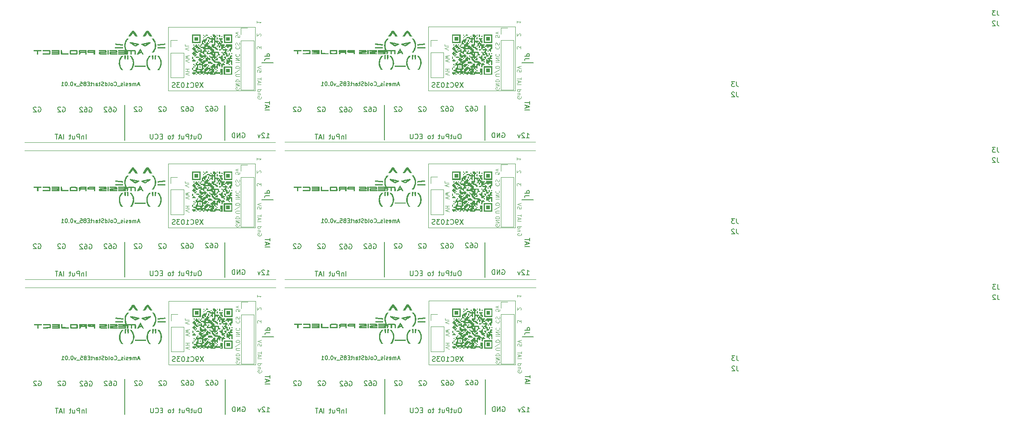
<source format=gbr>
%TF.GenerationSoftware,KiCad,Pcbnew,(6.0.0)*%
%TF.CreationDate,2022-10-01T22:44:24+02:00*%
%TF.ProjectId,012-Amesis-ColdSartE85,3031322d-416d-4657-9369-732d436f6c64,v0.01_Golf 1.6L 16v *%
%TF.SameCoordinates,Original*%
%TF.FileFunction,Legend,Bot*%
%TF.FilePolarity,Positive*%
%FSLAX46Y46*%
G04 Gerber Fmt 4.6, Leading zero omitted, Abs format (unit mm)*
G04 Created by KiCad (PCBNEW (6.0.0)) date 2022-10-01 22:44:24*
%MOMM*%
%LPD*%
G01*
G04 APERTURE LIST*
%ADD10C,0.200000*%
%ADD11C,0.100000*%
%ADD12C,0.150000*%
%ADD13C,0.300000*%
%ADD14C,0.120000*%
G04 APERTURE END LIST*
D10*
X124436695Y-91656200D02*
X124531933Y-91608580D01*
X124674790Y-91608580D01*
X124817647Y-91656200D01*
X124912885Y-91751438D01*
X124960504Y-91846676D01*
X125008123Y-92037152D01*
X125008123Y-92180009D01*
X124960504Y-92370485D01*
X124912885Y-92465723D01*
X124817647Y-92560961D01*
X124674790Y-92608580D01*
X124579552Y-92608580D01*
X124436695Y-92560961D01*
X124389076Y-92513342D01*
X124389076Y-92180009D01*
X124579552Y-92180009D01*
X123531933Y-91608580D02*
X123722409Y-91608580D01*
X123817647Y-91656200D01*
X123865266Y-91703819D01*
X123960504Y-91846676D01*
X124008123Y-92037152D01*
X124008123Y-92418104D01*
X123960504Y-92513342D01*
X123912885Y-92560961D01*
X123817647Y-92608580D01*
X123627171Y-92608580D01*
X123531933Y-92560961D01*
X123484314Y-92513342D01*
X123436695Y-92418104D01*
X123436695Y-92180009D01*
X123484314Y-92084771D01*
X123531933Y-92037152D01*
X123627171Y-91989533D01*
X123817647Y-91989533D01*
X123912885Y-92037152D01*
X123960504Y-92084771D01*
X124008123Y-92180009D01*
X123055742Y-91703819D02*
X123008123Y-91656200D01*
X122912885Y-91608580D01*
X122674790Y-91608580D01*
X122579552Y-91656200D01*
X122531933Y-91703819D01*
X122484314Y-91799057D01*
X122484314Y-91894295D01*
X122531933Y-92037152D01*
X123103361Y-92608580D01*
X122484314Y-92608580D01*
X108536295Y-91757800D02*
X108631533Y-91710180D01*
X108774390Y-91710180D01*
X108917247Y-91757800D01*
X109012485Y-91853038D01*
X109060104Y-91948276D01*
X109107723Y-92138752D01*
X109107723Y-92281609D01*
X109060104Y-92472085D01*
X109012485Y-92567323D01*
X108917247Y-92662561D01*
X108774390Y-92710180D01*
X108679152Y-92710180D01*
X108536295Y-92662561D01*
X108488676Y-92614942D01*
X108488676Y-92281609D01*
X108679152Y-92281609D01*
X107631533Y-91710180D02*
X107822009Y-91710180D01*
X107917247Y-91757800D01*
X107964866Y-91805419D01*
X108060104Y-91948276D01*
X108107723Y-92138752D01*
X108107723Y-92519704D01*
X108060104Y-92614942D01*
X108012485Y-92662561D01*
X107917247Y-92710180D01*
X107726771Y-92710180D01*
X107631533Y-92662561D01*
X107583914Y-92614942D01*
X107536295Y-92519704D01*
X107536295Y-92281609D01*
X107583914Y-92186371D01*
X107631533Y-92138752D01*
X107726771Y-92091133D01*
X107917247Y-92091133D01*
X108012485Y-92138752D01*
X108060104Y-92186371D01*
X108107723Y-92281609D01*
X107155342Y-91805419D02*
X107107723Y-91757800D01*
X107012485Y-91710180D01*
X106774390Y-91710180D01*
X106679152Y-91757800D01*
X106631533Y-91805419D01*
X106583914Y-91900657D01*
X106583914Y-91995895D01*
X106631533Y-92138752D01*
X107202961Y-92710180D01*
X106583914Y-92710180D01*
D11*
X124141095Y-85120314D02*
X123341095Y-84853647D01*
X124141095Y-84586980D01*
X123341095Y-84320314D02*
X124141095Y-84320314D01*
X123760142Y-84320314D02*
X123760142Y-83863171D01*
X123341095Y-83863171D02*
X124141095Y-83863171D01*
X124039495Y-79945076D02*
X123239495Y-79678409D01*
X124039495Y-79411742D01*
X123239495Y-78764123D02*
X123239495Y-79145076D01*
X124039495Y-79145076D01*
D10*
X118848695Y-91707000D02*
X118943933Y-91659380D01*
X119086790Y-91659380D01*
X119229647Y-91707000D01*
X119324885Y-91802238D01*
X119372504Y-91897476D01*
X119420123Y-92087952D01*
X119420123Y-92230809D01*
X119372504Y-92421285D01*
X119324885Y-92516523D01*
X119229647Y-92611761D01*
X119086790Y-92659380D01*
X118991552Y-92659380D01*
X118848695Y-92611761D01*
X118801076Y-92564142D01*
X118801076Y-92230809D01*
X118991552Y-92230809D01*
X118420123Y-91754619D02*
X118372504Y-91707000D01*
X118277266Y-91659380D01*
X118039171Y-91659380D01*
X117943933Y-91707000D01*
X117896314Y-91754619D01*
X117848695Y-91849857D01*
X117848695Y-91945095D01*
X117896314Y-92087952D01*
X118467742Y-92659380D01*
X117848695Y-92659380D01*
D11*
X134504295Y-76928885D02*
X134504295Y-77309838D01*
X134123342Y-77347933D01*
X134161438Y-77309838D01*
X134199533Y-77233647D01*
X134199533Y-77043171D01*
X134161438Y-76966980D01*
X134123342Y-76928885D01*
X134047152Y-76890790D01*
X133856676Y-76890790D01*
X133780485Y-76928885D01*
X133742390Y-76966980D01*
X133704295Y-77043171D01*
X133704295Y-77233647D01*
X133742390Y-77309838D01*
X133780485Y-77347933D01*
X134237628Y-76624123D02*
X133704295Y-76433647D01*
X134237628Y-76243171D01*
X133704295Y-82459647D02*
X134504295Y-82459647D01*
X133704295Y-82078695D02*
X134504295Y-82078695D01*
X133704295Y-81621552D01*
X134504295Y-81621552D01*
X133780485Y-80783457D02*
X133742390Y-80821552D01*
X133704295Y-80935838D01*
X133704295Y-81012028D01*
X133742390Y-81126314D01*
X133818580Y-81202504D01*
X133894771Y-81240600D01*
X134047152Y-81278695D01*
X134161438Y-81278695D01*
X134313819Y-81240600D01*
X134390009Y-81202504D01*
X134466200Y-81126314D01*
X134504295Y-81012028D01*
X134504295Y-80935838D01*
X134466200Y-80821552D01*
X134428104Y-80783457D01*
X138123895Y-73944428D02*
X138123895Y-74401571D01*
X138123895Y-74173000D02*
X138923895Y-74173000D01*
X138809609Y-74249190D01*
X138733419Y-74325380D01*
X138695323Y-74401571D01*
X134504295Y-85380619D02*
X133856676Y-85380619D01*
X133780485Y-85342523D01*
X133742390Y-85304428D01*
X133704295Y-85228238D01*
X133704295Y-85075857D01*
X133742390Y-84999666D01*
X133780485Y-84961571D01*
X133856676Y-84923476D01*
X134504295Y-84923476D01*
X134542390Y-83971095D02*
X133513819Y-84656809D01*
X133704295Y-83704428D02*
X134504295Y-83704428D01*
X134504295Y-83513952D01*
X134466200Y-83399666D01*
X134390009Y-83323476D01*
X134313819Y-83285380D01*
X134161438Y-83247285D01*
X134047152Y-83247285D01*
X133894771Y-83285380D01*
X133818580Y-83323476D01*
X133742390Y-83399666D01*
X133704295Y-83513952D01*
X133704295Y-83704428D01*
D10*
X129465895Y-91605400D02*
X129561133Y-91557780D01*
X129703990Y-91557780D01*
X129846847Y-91605400D01*
X129942085Y-91700638D01*
X129989704Y-91795876D01*
X130037323Y-91986352D01*
X130037323Y-92129209D01*
X129989704Y-92319685D01*
X129942085Y-92414923D01*
X129846847Y-92510161D01*
X129703990Y-92557780D01*
X129608752Y-92557780D01*
X129465895Y-92510161D01*
X129418276Y-92462542D01*
X129418276Y-92129209D01*
X129608752Y-92129209D01*
X128561133Y-91557780D02*
X128751609Y-91557780D01*
X128846847Y-91605400D01*
X128894466Y-91653019D01*
X128989704Y-91795876D01*
X129037323Y-91986352D01*
X129037323Y-92367304D01*
X128989704Y-92462542D01*
X128942085Y-92510161D01*
X128846847Y-92557780D01*
X128656371Y-92557780D01*
X128561133Y-92510161D01*
X128513514Y-92462542D01*
X128465895Y-92367304D01*
X128465895Y-92129209D01*
X128513514Y-92033971D01*
X128561133Y-91986352D01*
X128656371Y-91938733D01*
X128846847Y-91938733D01*
X128942085Y-91986352D01*
X128989704Y-92033971D01*
X129037323Y-92129209D01*
X128084942Y-91653019D02*
X128037323Y-91605400D01*
X127942085Y-91557780D01*
X127703990Y-91557780D01*
X127608752Y-91605400D01*
X127561133Y-91653019D01*
X127513514Y-91748257D01*
X127513514Y-91843495D01*
X127561133Y-91986352D01*
X128132561Y-92557780D01*
X127513514Y-92557780D01*
D11*
X138923895Y-79722866D02*
X138923895Y-79227628D01*
X138619133Y-79494295D01*
X138619133Y-79380009D01*
X138581038Y-79303819D01*
X138542942Y-79265723D01*
X138466752Y-79227628D01*
X138276276Y-79227628D01*
X138200085Y-79265723D01*
X138161990Y-79303819D01*
X138123895Y-79380009D01*
X138123895Y-79608580D01*
X138161990Y-79684771D01*
X138200085Y-79722866D01*
D10*
X139760619Y-92305323D02*
X140760619Y-92305323D01*
X140046333Y-91876752D02*
X140046333Y-91400561D01*
X139760619Y-91971990D02*
X140760619Y-91638657D01*
X139760619Y-91305323D01*
X140760619Y-91114847D02*
X140760619Y-90543419D01*
X139760619Y-90829133D02*
X140760619Y-90829133D01*
X102862504Y-98348980D02*
X102862504Y-97348980D01*
X102386314Y-97682314D02*
X102386314Y-98348980D01*
X102386314Y-97777552D02*
X102338695Y-97729933D01*
X102243457Y-97682314D01*
X102100600Y-97682314D01*
X102005361Y-97729933D01*
X101957742Y-97825171D01*
X101957742Y-98348980D01*
X101481552Y-98348980D02*
X101481552Y-97348980D01*
X101100600Y-97348980D01*
X101005361Y-97396600D01*
X100957742Y-97444219D01*
X100910123Y-97539457D01*
X100910123Y-97682314D01*
X100957742Y-97777552D01*
X101005361Y-97825171D01*
X101100600Y-97872790D01*
X101481552Y-97872790D01*
X100052980Y-97682314D02*
X100052980Y-98348980D01*
X100481552Y-97682314D02*
X100481552Y-98206123D01*
X100433933Y-98301361D01*
X100338695Y-98348980D01*
X100195838Y-98348980D01*
X100100600Y-98301361D01*
X100052980Y-98253742D01*
X99719647Y-97682314D02*
X99338695Y-97682314D01*
X99576790Y-97348980D02*
X99576790Y-98206123D01*
X99529171Y-98301361D01*
X99433933Y-98348980D01*
X99338695Y-98348980D01*
X98243457Y-98348980D02*
X98243457Y-97348980D01*
X97814885Y-98063266D02*
X97338695Y-98063266D01*
X97910123Y-98348980D02*
X97576790Y-97348980D01*
X97243457Y-98348980D01*
X97052980Y-97348980D02*
X96481552Y-97348980D01*
X96767266Y-98348980D02*
X96767266Y-97348980D01*
X92991495Y-91757800D02*
X93086733Y-91710180D01*
X93229590Y-91710180D01*
X93372447Y-91757800D01*
X93467685Y-91853038D01*
X93515304Y-91948276D01*
X93562923Y-92138752D01*
X93562923Y-92281609D01*
X93515304Y-92472085D01*
X93467685Y-92567323D01*
X93372447Y-92662561D01*
X93229590Y-92710180D01*
X93134352Y-92710180D01*
X92991495Y-92662561D01*
X92943876Y-92614942D01*
X92943876Y-92281609D01*
X93134352Y-92281609D01*
X92562923Y-91805419D02*
X92515304Y-91757800D01*
X92420066Y-91710180D01*
X92181971Y-91710180D01*
X92086733Y-91757800D01*
X92039114Y-91805419D01*
X91991495Y-91900657D01*
X91991495Y-91995895D01*
X92039114Y-92138752D01*
X92610542Y-92710180D01*
X91991495Y-92710180D01*
D11*
X138847704Y-77043171D02*
X138885800Y-77005076D01*
X138923895Y-76928885D01*
X138923895Y-76738409D01*
X138885800Y-76662219D01*
X138847704Y-76624123D01*
X138771514Y-76586028D01*
X138695323Y-76586028D01*
X138581038Y-76624123D01*
X138123895Y-77081266D01*
X138123895Y-76586028D01*
X133780485Y-79233933D02*
X133742390Y-79272028D01*
X133704295Y-79386314D01*
X133704295Y-79462504D01*
X133742390Y-79576790D01*
X133818580Y-79652980D01*
X133894771Y-79691076D01*
X134047152Y-79729171D01*
X134161438Y-79729171D01*
X134313819Y-79691076D01*
X134390009Y-79652980D01*
X134466200Y-79576790D01*
X134504295Y-79462504D01*
X134504295Y-79386314D01*
X134466200Y-79272028D01*
X134428104Y-79233933D01*
X133742390Y-78929171D02*
X133704295Y-78814885D01*
X133704295Y-78624409D01*
X133742390Y-78548219D01*
X133780485Y-78510123D01*
X133856676Y-78472028D01*
X133932866Y-78472028D01*
X134009057Y-78510123D01*
X134047152Y-78548219D01*
X134085247Y-78624409D01*
X134123342Y-78776790D01*
X134161438Y-78852980D01*
X134199533Y-78891076D01*
X134275723Y-78929171D01*
X134351914Y-78929171D01*
X134428104Y-78891076D01*
X134466200Y-78852980D01*
X134504295Y-78776790D01*
X134504295Y-78586314D01*
X134466200Y-78472028D01*
X138974695Y-84078980D02*
X138974695Y-84459933D01*
X138593742Y-84498028D01*
X138631838Y-84459933D01*
X138669933Y-84383742D01*
X138669933Y-84193266D01*
X138631838Y-84117076D01*
X138593742Y-84078980D01*
X138517552Y-84040885D01*
X138327076Y-84040885D01*
X138250885Y-84078980D01*
X138212790Y-84117076D01*
X138174695Y-84193266D01*
X138174695Y-84383742D01*
X138212790Y-84459933D01*
X138250885Y-84498028D01*
X138974695Y-83812314D02*
X138174695Y-83545647D01*
X138974695Y-83278980D01*
D10*
X113819495Y-91707000D02*
X113914733Y-91659380D01*
X114057590Y-91659380D01*
X114200447Y-91707000D01*
X114295685Y-91802238D01*
X114343304Y-91897476D01*
X114390923Y-92087952D01*
X114390923Y-92230809D01*
X114343304Y-92421285D01*
X114295685Y-92516523D01*
X114200447Y-92611761D01*
X114057590Y-92659380D01*
X113962352Y-92659380D01*
X113819495Y-92611761D01*
X113771876Y-92564142D01*
X113771876Y-92230809D01*
X113962352Y-92230809D01*
X113390923Y-91754619D02*
X113343304Y-91707000D01*
X113248066Y-91659380D01*
X113009971Y-91659380D01*
X112914733Y-91707000D01*
X112867114Y-91754619D01*
X112819495Y-91849857D01*
X112819495Y-91945095D01*
X112867114Y-92087952D01*
X113438542Y-92659380D01*
X112819495Y-92659380D01*
X103507095Y-91808600D02*
X103602333Y-91760980D01*
X103745190Y-91760980D01*
X103888047Y-91808600D01*
X103983285Y-91903838D01*
X104030904Y-91999076D01*
X104078523Y-92189552D01*
X104078523Y-92332409D01*
X104030904Y-92522885D01*
X103983285Y-92618123D01*
X103888047Y-92713361D01*
X103745190Y-92760980D01*
X103649952Y-92760980D01*
X103507095Y-92713361D01*
X103459476Y-92665742D01*
X103459476Y-92332409D01*
X103649952Y-92332409D01*
X102602333Y-91760980D02*
X102792809Y-91760980D01*
X102888047Y-91808600D01*
X102935666Y-91856219D01*
X103030904Y-91999076D01*
X103078523Y-92189552D01*
X103078523Y-92570504D01*
X103030904Y-92665742D01*
X102983285Y-92713361D01*
X102888047Y-92760980D01*
X102697571Y-92760980D01*
X102602333Y-92713361D01*
X102554714Y-92665742D01*
X102507095Y-92570504D01*
X102507095Y-92332409D01*
X102554714Y-92237171D01*
X102602333Y-92189552D01*
X102697571Y-92141933D01*
X102888047Y-92141933D01*
X102983285Y-92189552D01*
X103030904Y-92237171D01*
X103078523Y-92332409D01*
X102126142Y-91856219D02*
X102078523Y-91808600D01*
X101983285Y-91760980D01*
X101745190Y-91760980D01*
X101649952Y-91808600D01*
X101602333Y-91856219D01*
X101554714Y-91951457D01*
X101554714Y-92046695D01*
X101602333Y-92189552D01*
X102173761Y-92760980D01*
X101554714Y-92760980D01*
X140709819Y-81743742D02*
X139995533Y-81743742D01*
X139852676Y-81791361D01*
X139757438Y-81886600D01*
X139709819Y-82029457D01*
X139709819Y-82124695D01*
X139709819Y-81267552D02*
X140709819Y-81267552D01*
X140709819Y-80886600D01*
X140662200Y-80791361D01*
X140614580Y-80743742D01*
X140519342Y-80696123D01*
X140376485Y-80696123D01*
X140281247Y-80743742D01*
X140233628Y-80791361D01*
X140186009Y-80886600D01*
X140186009Y-81267552D01*
D11*
X138987400Y-89571685D02*
X139025495Y-89647876D01*
X139025495Y-89762161D01*
X138987400Y-89876447D01*
X138911209Y-89952638D01*
X138835019Y-89990733D01*
X138682638Y-90028828D01*
X138568352Y-90028828D01*
X138415971Y-89990733D01*
X138339780Y-89952638D01*
X138263590Y-89876447D01*
X138225495Y-89762161D01*
X138225495Y-89685971D01*
X138263590Y-89571685D01*
X138301685Y-89533590D01*
X138568352Y-89533590D01*
X138568352Y-89685971D01*
X138758828Y-89190733D02*
X138225495Y-89190733D01*
X138682638Y-89190733D02*
X138720733Y-89152638D01*
X138758828Y-89076447D01*
X138758828Y-88962161D01*
X138720733Y-88885971D01*
X138644542Y-88847876D01*
X138225495Y-88847876D01*
X138225495Y-88124066D02*
X139025495Y-88124066D01*
X138263590Y-88124066D02*
X138225495Y-88200257D01*
X138225495Y-88352638D01*
X138263590Y-88428828D01*
X138301685Y-88466923D01*
X138377876Y-88505019D01*
X138606447Y-88505019D01*
X138682638Y-88466923D01*
X138720733Y-88428828D01*
X138758828Y-88352638D01*
X138758828Y-88200257D01*
X138720733Y-88124066D01*
D10*
X127018885Y-86680980D02*
X126352219Y-87680980D01*
X126352219Y-86680980D02*
X127018885Y-87680980D01*
X125923647Y-87680980D02*
X125733171Y-87680980D01*
X125637933Y-87633361D01*
X125590314Y-87585742D01*
X125495076Y-87442885D01*
X125447457Y-87252409D01*
X125447457Y-86871457D01*
X125495076Y-86776219D01*
X125542695Y-86728600D01*
X125637933Y-86680980D01*
X125828409Y-86680980D01*
X125923647Y-86728600D01*
X125971266Y-86776219D01*
X126018885Y-86871457D01*
X126018885Y-87109552D01*
X125971266Y-87204790D01*
X125923647Y-87252409D01*
X125828409Y-87300028D01*
X125637933Y-87300028D01*
X125542695Y-87252409D01*
X125495076Y-87204790D01*
X125447457Y-87109552D01*
X124447457Y-87585742D02*
X124495076Y-87633361D01*
X124637933Y-87680980D01*
X124733171Y-87680980D01*
X124876028Y-87633361D01*
X124971266Y-87538123D01*
X125018885Y-87442885D01*
X125066504Y-87252409D01*
X125066504Y-87109552D01*
X125018885Y-86919076D01*
X124971266Y-86823838D01*
X124876028Y-86728600D01*
X124733171Y-86680980D01*
X124637933Y-86680980D01*
X124495076Y-86728600D01*
X124447457Y-86776219D01*
X123495076Y-87680980D02*
X124066504Y-87680980D01*
X123780790Y-87680980D02*
X123780790Y-86680980D01*
X123876028Y-86823838D01*
X123971266Y-86919076D01*
X124066504Y-86966695D01*
X122876028Y-86680980D02*
X122780790Y-86680980D01*
X122685552Y-86728600D01*
X122637933Y-86776219D01*
X122590314Y-86871457D01*
X122542695Y-87061933D01*
X122542695Y-87300028D01*
X122590314Y-87490504D01*
X122637933Y-87585742D01*
X122685552Y-87633361D01*
X122780790Y-87680980D01*
X122876028Y-87680980D01*
X122971266Y-87633361D01*
X123018885Y-87585742D01*
X123066504Y-87490504D01*
X123114123Y-87300028D01*
X123114123Y-87061933D01*
X123066504Y-86871457D01*
X123018885Y-86776219D01*
X122971266Y-86728600D01*
X122876028Y-86680980D01*
X122209361Y-86680980D02*
X121590314Y-86680980D01*
X121923647Y-87061933D01*
X121780790Y-87061933D01*
X121685552Y-87109552D01*
X121637933Y-87157171D01*
X121590314Y-87252409D01*
X121590314Y-87490504D01*
X121637933Y-87585742D01*
X121685552Y-87633361D01*
X121780790Y-87680980D01*
X122066504Y-87680980D01*
X122161742Y-87633361D01*
X122209361Y-87585742D01*
X121209361Y-87633361D02*
X121066504Y-87680980D01*
X120828409Y-87680980D01*
X120733171Y-87633361D01*
X120685552Y-87585742D01*
X120637933Y-87490504D01*
X120637933Y-87395266D01*
X120685552Y-87300028D01*
X120733171Y-87252409D01*
X120828409Y-87204790D01*
X121018885Y-87157171D01*
X121114123Y-87109552D01*
X121161742Y-87061933D01*
X121209361Y-86966695D01*
X121209361Y-86871457D01*
X121161742Y-86776219D01*
X121114123Y-86728600D01*
X121018885Y-86680980D01*
X120780790Y-86680980D01*
X120637933Y-86728600D01*
X135082104Y-97091800D02*
X135177342Y-97044180D01*
X135320200Y-97044180D01*
X135463057Y-97091800D01*
X135558295Y-97187038D01*
X135605914Y-97282276D01*
X135653533Y-97472752D01*
X135653533Y-97615609D01*
X135605914Y-97806085D01*
X135558295Y-97901323D01*
X135463057Y-97996561D01*
X135320200Y-98044180D01*
X135224961Y-98044180D01*
X135082104Y-97996561D01*
X135034485Y-97948942D01*
X135034485Y-97615609D01*
X135224961Y-97615609D01*
X134605914Y-98044180D02*
X134605914Y-97044180D01*
X134034485Y-98044180D01*
X134034485Y-97044180D01*
X133558295Y-98044180D02*
X133558295Y-97044180D01*
X133320200Y-97044180D01*
X133177342Y-97091800D01*
X133082104Y-97187038D01*
X133034485Y-97282276D01*
X132986866Y-97472752D01*
X132986866Y-97615609D01*
X133034485Y-97806085D01*
X133082104Y-97901323D01*
X133177342Y-97996561D01*
X133320200Y-98044180D01*
X133558295Y-98044180D01*
X98020695Y-91757800D02*
X98115933Y-91710180D01*
X98258790Y-91710180D01*
X98401647Y-91757800D01*
X98496885Y-91853038D01*
X98544504Y-91948276D01*
X98592123Y-92138752D01*
X98592123Y-92281609D01*
X98544504Y-92472085D01*
X98496885Y-92567323D01*
X98401647Y-92662561D01*
X98258790Y-92710180D01*
X98163552Y-92710180D01*
X98020695Y-92662561D01*
X97973076Y-92614942D01*
X97973076Y-92281609D01*
X98163552Y-92281609D01*
X97592123Y-91805419D02*
X97544504Y-91757800D01*
X97449266Y-91710180D01*
X97211171Y-91710180D01*
X97115933Y-91757800D01*
X97068314Y-91805419D01*
X97020695Y-91900657D01*
X97020695Y-91995895D01*
X97068314Y-92138752D01*
X97639742Y-92710180D01*
X97020695Y-92710180D01*
D11*
X138174695Y-87063419D02*
X138974695Y-87063419D01*
X138403266Y-86720561D02*
X138403266Y-86339609D01*
X138174695Y-86796752D02*
X138974695Y-86530085D01*
X138174695Y-86263419D01*
X138974695Y-86111038D02*
X138974695Y-85653895D01*
X138174695Y-85882466D02*
X138974695Y-85882466D01*
D10*
X140073228Y-98094980D02*
X140644657Y-98094980D01*
X140358942Y-98094980D02*
X140358942Y-97094980D01*
X140454180Y-97237838D01*
X140549419Y-97333076D01*
X140644657Y-97380695D01*
X139692276Y-97190219D02*
X139644657Y-97142600D01*
X139549419Y-97094980D01*
X139311323Y-97094980D01*
X139216085Y-97142600D01*
X139168466Y-97190219D01*
X139120847Y-97285457D01*
X139120847Y-97380695D01*
X139168466Y-97523552D01*
X139739895Y-98094980D01*
X139120847Y-98094980D01*
X138787514Y-97428314D02*
X138549419Y-98094980D01*
X138311323Y-97428314D01*
X126395628Y-97298180D02*
X126205152Y-97298180D01*
X126109914Y-97345800D01*
X126014676Y-97441038D01*
X125967057Y-97631514D01*
X125967057Y-97964847D01*
X126014676Y-98155323D01*
X126109914Y-98250561D01*
X126205152Y-98298180D01*
X126395628Y-98298180D01*
X126490866Y-98250561D01*
X126586104Y-98155323D01*
X126633723Y-97964847D01*
X126633723Y-97631514D01*
X126586104Y-97441038D01*
X126490866Y-97345800D01*
X126395628Y-97298180D01*
X125109914Y-97631514D02*
X125109914Y-98298180D01*
X125538485Y-97631514D02*
X125538485Y-98155323D01*
X125490866Y-98250561D01*
X125395628Y-98298180D01*
X125252771Y-98298180D01*
X125157533Y-98250561D01*
X125109914Y-98202942D01*
X124776580Y-97631514D02*
X124395628Y-97631514D01*
X124633723Y-97298180D02*
X124633723Y-98155323D01*
X124586104Y-98250561D01*
X124490866Y-98298180D01*
X124395628Y-98298180D01*
X124062295Y-98298180D02*
X124062295Y-97298180D01*
X123681342Y-97298180D01*
X123586104Y-97345800D01*
X123538485Y-97393419D01*
X123490866Y-97488657D01*
X123490866Y-97631514D01*
X123538485Y-97726752D01*
X123586104Y-97774371D01*
X123681342Y-97821990D01*
X124062295Y-97821990D01*
X122633723Y-97631514D02*
X122633723Y-98298180D01*
X123062295Y-97631514D02*
X123062295Y-98155323D01*
X123014676Y-98250561D01*
X122919438Y-98298180D01*
X122776580Y-98298180D01*
X122681342Y-98250561D01*
X122633723Y-98202942D01*
X122300390Y-97631514D02*
X121919438Y-97631514D01*
X122157533Y-97298180D02*
X122157533Y-98155323D01*
X122109914Y-98250561D01*
X122014676Y-98298180D01*
X121919438Y-98298180D01*
X120967057Y-97631514D02*
X120586104Y-97631514D01*
X120824200Y-97298180D02*
X120824200Y-98155323D01*
X120776580Y-98250561D01*
X120681342Y-98298180D01*
X120586104Y-98298180D01*
X120109914Y-98298180D02*
X120205152Y-98250561D01*
X120252771Y-98202942D01*
X120300390Y-98107704D01*
X120300390Y-97821990D01*
X120252771Y-97726752D01*
X120205152Y-97679133D01*
X120109914Y-97631514D01*
X119967057Y-97631514D01*
X119871819Y-97679133D01*
X119824200Y-97726752D01*
X119776580Y-97821990D01*
X119776580Y-98107704D01*
X119824200Y-98202942D01*
X119871819Y-98250561D01*
X119967057Y-98298180D01*
X120109914Y-98298180D01*
X118586104Y-97774371D02*
X118252771Y-97774371D01*
X118109914Y-98298180D02*
X118586104Y-98298180D01*
X118586104Y-97298180D01*
X118109914Y-97298180D01*
X117109914Y-98202942D02*
X117157533Y-98250561D01*
X117300390Y-98298180D01*
X117395628Y-98298180D01*
X117538485Y-98250561D01*
X117633723Y-98155323D01*
X117681342Y-98060085D01*
X117728961Y-97869609D01*
X117728961Y-97726752D01*
X117681342Y-97536276D01*
X117633723Y-97441038D01*
X117538485Y-97345800D01*
X117395628Y-97298180D01*
X117300390Y-97298180D01*
X117157533Y-97345800D01*
X117109914Y-97393419D01*
X116681342Y-97298180D02*
X116681342Y-98107704D01*
X116633723Y-98202942D01*
X116586104Y-98250561D01*
X116490866Y-98298180D01*
X116300390Y-98298180D01*
X116205152Y-98250561D01*
X116157533Y-98202942D01*
X116109914Y-98107704D01*
X116109914Y-97298180D01*
X113870219Y-87107933D02*
X113489266Y-87107933D01*
X113946409Y-87336504D02*
X113679742Y-86536504D01*
X113413076Y-87336504D01*
X113146409Y-87336504D02*
X113146409Y-86803171D01*
X113146409Y-86879361D02*
X113108314Y-86841266D01*
X113032123Y-86803171D01*
X112917838Y-86803171D01*
X112841647Y-86841266D01*
X112803552Y-86917457D01*
X112803552Y-87336504D01*
X112803552Y-86917457D02*
X112765457Y-86841266D01*
X112689266Y-86803171D01*
X112574980Y-86803171D01*
X112498790Y-86841266D01*
X112460695Y-86917457D01*
X112460695Y-87336504D01*
X111774980Y-87298409D02*
X111851171Y-87336504D01*
X112003552Y-87336504D01*
X112079742Y-87298409D01*
X112117838Y-87222219D01*
X112117838Y-86917457D01*
X112079742Y-86841266D01*
X112003552Y-86803171D01*
X111851171Y-86803171D01*
X111774980Y-86841266D01*
X111736885Y-86917457D01*
X111736885Y-86993647D01*
X112117838Y-87069838D01*
X111432123Y-87298409D02*
X111355933Y-87336504D01*
X111203552Y-87336504D01*
X111127361Y-87298409D01*
X111089266Y-87222219D01*
X111089266Y-87184123D01*
X111127361Y-87107933D01*
X111203552Y-87069838D01*
X111317838Y-87069838D01*
X111394028Y-87031742D01*
X111432123Y-86955552D01*
X111432123Y-86917457D01*
X111394028Y-86841266D01*
X111317838Y-86803171D01*
X111203552Y-86803171D01*
X111127361Y-86841266D01*
X110746409Y-87336504D02*
X110746409Y-86803171D01*
X110746409Y-86536504D02*
X110784504Y-86574600D01*
X110746409Y-86612695D01*
X110708314Y-86574600D01*
X110746409Y-86536504D01*
X110746409Y-86612695D01*
X110403552Y-87298409D02*
X110327361Y-87336504D01*
X110174980Y-87336504D01*
X110098790Y-87298409D01*
X110060695Y-87222219D01*
X110060695Y-87184123D01*
X110098790Y-87107933D01*
X110174980Y-87069838D01*
X110289266Y-87069838D01*
X110365457Y-87031742D01*
X110403552Y-86955552D01*
X110403552Y-86917457D01*
X110365457Y-86841266D01*
X110289266Y-86803171D01*
X110174980Y-86803171D01*
X110098790Y-86841266D01*
X109908314Y-87412695D02*
X109298790Y-87412695D01*
X108651171Y-87260314D02*
X108689266Y-87298409D01*
X108803552Y-87336504D01*
X108879742Y-87336504D01*
X108994028Y-87298409D01*
X109070219Y-87222219D01*
X109108314Y-87146028D01*
X109146409Y-86993647D01*
X109146409Y-86879361D01*
X109108314Y-86726980D01*
X109070219Y-86650790D01*
X108994028Y-86574600D01*
X108879742Y-86536504D01*
X108803552Y-86536504D01*
X108689266Y-86574600D01*
X108651171Y-86612695D01*
X108194028Y-87336504D02*
X108270219Y-87298409D01*
X108308314Y-87260314D01*
X108346409Y-87184123D01*
X108346409Y-86955552D01*
X108308314Y-86879361D01*
X108270219Y-86841266D01*
X108194028Y-86803171D01*
X108079742Y-86803171D01*
X108003552Y-86841266D01*
X107965457Y-86879361D01*
X107927361Y-86955552D01*
X107927361Y-87184123D01*
X107965457Y-87260314D01*
X108003552Y-87298409D01*
X108079742Y-87336504D01*
X108194028Y-87336504D01*
X107470219Y-87336504D02*
X107546409Y-87298409D01*
X107584504Y-87222219D01*
X107584504Y-86536504D01*
X106822600Y-87336504D02*
X106822600Y-86536504D01*
X106822600Y-87298409D02*
X106898790Y-87336504D01*
X107051171Y-87336504D01*
X107127361Y-87298409D01*
X107165457Y-87260314D01*
X107203552Y-87184123D01*
X107203552Y-86955552D01*
X107165457Y-86879361D01*
X107127361Y-86841266D01*
X107051171Y-86803171D01*
X106898790Y-86803171D01*
X106822600Y-86841266D01*
X106479742Y-87298409D02*
X106365457Y-87336504D01*
X106174980Y-87336504D01*
X106098790Y-87298409D01*
X106060695Y-87260314D01*
X106022600Y-87184123D01*
X106022600Y-87107933D01*
X106060695Y-87031742D01*
X106098790Y-86993647D01*
X106174980Y-86955552D01*
X106327361Y-86917457D01*
X106403552Y-86879361D01*
X106441647Y-86841266D01*
X106479742Y-86765076D01*
X106479742Y-86688885D01*
X106441647Y-86612695D01*
X106403552Y-86574600D01*
X106327361Y-86536504D01*
X106136885Y-86536504D01*
X106022600Y-86574600D01*
X105794028Y-86803171D02*
X105489266Y-86803171D01*
X105679742Y-86536504D02*
X105679742Y-87222219D01*
X105641647Y-87298409D01*
X105565457Y-87336504D01*
X105489266Y-87336504D01*
X104879742Y-87336504D02*
X104879742Y-86917457D01*
X104917838Y-86841266D01*
X104994028Y-86803171D01*
X105146409Y-86803171D01*
X105222600Y-86841266D01*
X104879742Y-87298409D02*
X104955933Y-87336504D01*
X105146409Y-87336504D01*
X105222600Y-87298409D01*
X105260695Y-87222219D01*
X105260695Y-87146028D01*
X105222600Y-87069838D01*
X105146409Y-87031742D01*
X104955933Y-87031742D01*
X104879742Y-86993647D01*
X104498790Y-87336504D02*
X104498790Y-86803171D01*
X104498790Y-86955552D02*
X104460695Y-86879361D01*
X104422600Y-86841266D01*
X104346409Y-86803171D01*
X104270219Y-86803171D01*
X104117838Y-86803171D02*
X103813076Y-86803171D01*
X104003552Y-86536504D02*
X104003552Y-87222219D01*
X103965457Y-87298409D01*
X103889266Y-87336504D01*
X103813076Y-87336504D01*
X103546409Y-86917457D02*
X103279742Y-86917457D01*
X103165457Y-87336504D02*
X103546409Y-87336504D01*
X103546409Y-86536504D01*
X103165457Y-86536504D01*
X102708314Y-86879361D02*
X102784504Y-86841266D01*
X102822600Y-86803171D01*
X102860695Y-86726980D01*
X102860695Y-86688885D01*
X102822600Y-86612695D01*
X102784504Y-86574600D01*
X102708314Y-86536504D01*
X102555933Y-86536504D01*
X102479742Y-86574600D01*
X102441647Y-86612695D01*
X102403552Y-86688885D01*
X102403552Y-86726980D01*
X102441647Y-86803171D01*
X102479742Y-86841266D01*
X102555933Y-86879361D01*
X102708314Y-86879361D01*
X102784504Y-86917457D01*
X102822600Y-86955552D01*
X102860695Y-87031742D01*
X102860695Y-87184123D01*
X102822600Y-87260314D01*
X102784504Y-87298409D01*
X102708314Y-87336504D01*
X102555933Y-87336504D01*
X102479742Y-87298409D01*
X102441647Y-87260314D01*
X102403552Y-87184123D01*
X102403552Y-87031742D01*
X102441647Y-86955552D01*
X102479742Y-86917457D01*
X102555933Y-86879361D01*
X101679742Y-86536504D02*
X102060695Y-86536504D01*
X102098790Y-86917457D01*
X102060695Y-86879361D01*
X101984504Y-86841266D01*
X101794028Y-86841266D01*
X101717838Y-86879361D01*
X101679742Y-86917457D01*
X101641647Y-86993647D01*
X101641647Y-87184123D01*
X101679742Y-87260314D01*
X101717838Y-87298409D01*
X101794028Y-87336504D01*
X101984504Y-87336504D01*
X102060695Y-87298409D01*
X102098790Y-87260314D01*
X101489266Y-87412695D02*
X100879742Y-87412695D01*
X100765457Y-86803171D02*
X100574980Y-87336504D01*
X100384504Y-86803171D01*
X99927361Y-86536504D02*
X99851171Y-86536504D01*
X99774980Y-86574600D01*
X99736885Y-86612695D01*
X99698790Y-86688885D01*
X99660695Y-86841266D01*
X99660695Y-87031742D01*
X99698790Y-87184123D01*
X99736885Y-87260314D01*
X99774980Y-87298409D01*
X99851171Y-87336504D01*
X99927361Y-87336504D01*
X100003552Y-87298409D01*
X100041647Y-87260314D01*
X100079742Y-87184123D01*
X100117838Y-87031742D01*
X100117838Y-86841266D01*
X100079742Y-86688885D01*
X100041647Y-86612695D01*
X100003552Y-86574600D01*
X99927361Y-86536504D01*
X99317838Y-87260314D02*
X99279742Y-87298409D01*
X99317838Y-87336504D01*
X99355933Y-87298409D01*
X99317838Y-87260314D01*
X99317838Y-87336504D01*
X98784504Y-86536504D02*
X98708314Y-86536504D01*
X98632123Y-86574600D01*
X98594028Y-86612695D01*
X98555933Y-86688885D01*
X98517838Y-86841266D01*
X98517838Y-87031742D01*
X98555933Y-87184123D01*
X98594028Y-87260314D01*
X98632123Y-87298409D01*
X98708314Y-87336504D01*
X98784504Y-87336504D01*
X98860695Y-87298409D01*
X98898790Y-87260314D01*
X98936885Y-87184123D01*
X98974980Y-87031742D01*
X98974980Y-86841266D01*
X98936885Y-86688885D01*
X98898790Y-86612695D01*
X98860695Y-86574600D01*
X98784504Y-86536504D01*
X97755933Y-87336504D02*
X98213076Y-87336504D01*
X97984504Y-87336504D02*
X97984504Y-86536504D01*
X98060695Y-86650790D01*
X98136885Y-86726980D01*
X98213076Y-86765076D01*
D11*
X124141095Y-82466009D02*
X123341095Y-82199342D01*
X124141095Y-81932676D01*
X124141095Y-81742200D02*
X123341095Y-81551723D01*
X123912523Y-81399342D01*
X123341095Y-81246961D01*
X124141095Y-81056485D01*
X141940200Y-72445800D02*
X90175000Y-72445800D01*
X119842200Y-75189000D02*
X137774600Y-75189000D01*
X137774600Y-75189000D02*
X137774600Y-88346200D01*
X137774600Y-88346200D02*
X119842200Y-88346200D01*
X119842200Y-88346200D02*
X119842200Y-75189000D01*
X141940200Y-70718600D02*
X90175000Y-70718600D01*
D10*
X141483000Y-82605800D02*
X139146200Y-82605800D01*
X131526200Y-91394200D02*
X131526200Y-98607800D01*
X110799800Y-91343400D02*
X110799800Y-98557000D01*
D11*
X134466200Y-87736523D02*
X134504295Y-87812714D01*
X134504295Y-87927000D01*
X134466200Y-88041285D01*
X134390009Y-88117476D01*
X134313819Y-88155571D01*
X134161438Y-88193666D01*
X134047152Y-88193666D01*
X133894771Y-88155571D01*
X133818580Y-88117476D01*
X133742390Y-88041285D01*
X133704295Y-87927000D01*
X133704295Y-87850809D01*
X133742390Y-87736523D01*
X133780485Y-87698428D01*
X134047152Y-87698428D01*
X134047152Y-87850809D01*
X133704295Y-87355571D02*
X134504295Y-87355571D01*
X133704295Y-86898428D01*
X134504295Y-86898428D01*
X133704295Y-86517476D02*
X134504295Y-86517476D01*
X134504295Y-86327000D01*
X134466200Y-86212714D01*
X134390009Y-86136523D01*
X134313819Y-86098428D01*
X134161438Y-86060333D01*
X134047152Y-86060333D01*
X133894771Y-86098428D01*
X133818580Y-86136523D01*
X133742390Y-86212714D01*
X133704295Y-86327000D01*
X133704295Y-86517476D01*
D10*
X110749000Y-63047800D02*
X110749000Y-70261400D01*
X141427200Y-26060400D02*
X139090400Y-26060400D01*
X131470400Y-34848800D02*
X131470400Y-42062400D01*
D11*
X119791400Y-46893400D02*
X137723800Y-46893400D01*
X137723800Y-46893400D02*
X137723800Y-60050600D01*
X137723800Y-60050600D02*
X119791400Y-60050600D01*
X119791400Y-60050600D02*
X119791400Y-46893400D01*
D10*
X141432200Y-54310200D02*
X139095400Y-54310200D01*
D11*
X141889400Y-44150200D02*
X90124200Y-44150200D01*
D10*
X131475400Y-63098600D02*
X131475400Y-70312200D01*
X110744000Y-34798000D02*
X110744000Y-42011600D01*
D11*
X141889400Y-42423000D02*
X90124200Y-42423000D01*
X119786400Y-18643600D02*
X137718800Y-18643600D01*
X137718800Y-18643600D02*
X137718800Y-31800800D01*
X137718800Y-31800800D02*
X119786400Y-31800800D01*
X119786400Y-31800800D02*
X119786400Y-18643600D01*
X134415400Y-59440923D02*
X134453495Y-59517114D01*
X134453495Y-59631400D01*
X134415400Y-59745685D01*
X134339209Y-59821876D01*
X134263019Y-59859971D01*
X134110638Y-59898066D01*
X133996352Y-59898066D01*
X133843971Y-59859971D01*
X133767780Y-59821876D01*
X133691590Y-59745685D01*
X133653495Y-59631400D01*
X133653495Y-59555209D01*
X133691590Y-59440923D01*
X133729685Y-59402828D01*
X133996352Y-59402828D01*
X133996352Y-59555209D01*
X133653495Y-59059971D02*
X134453495Y-59059971D01*
X133653495Y-58602828D01*
X134453495Y-58602828D01*
X133653495Y-58221876D02*
X134453495Y-58221876D01*
X134453495Y-58031400D01*
X134415400Y-57917114D01*
X134339209Y-57840923D01*
X134263019Y-57802828D01*
X134110638Y-57764733D01*
X133996352Y-57764733D01*
X133843971Y-57802828D01*
X133767780Y-57840923D01*
X133691590Y-57917114D01*
X133653495Y-58031400D01*
X133653495Y-58221876D01*
D10*
X124380895Y-35110800D02*
X124476133Y-35063180D01*
X124618990Y-35063180D01*
X124761847Y-35110800D01*
X124857085Y-35206038D01*
X124904704Y-35301276D01*
X124952323Y-35491752D01*
X124952323Y-35634609D01*
X124904704Y-35825085D01*
X124857085Y-35920323D01*
X124761847Y-36015561D01*
X124618990Y-36063180D01*
X124523752Y-36063180D01*
X124380895Y-36015561D01*
X124333276Y-35967942D01*
X124333276Y-35634609D01*
X124523752Y-35634609D01*
X123476133Y-35063180D02*
X123666609Y-35063180D01*
X123761847Y-35110800D01*
X123809466Y-35158419D01*
X123904704Y-35301276D01*
X123952323Y-35491752D01*
X123952323Y-35872704D01*
X123904704Y-35967942D01*
X123857085Y-36015561D01*
X123761847Y-36063180D01*
X123571371Y-36063180D01*
X123476133Y-36015561D01*
X123428514Y-35967942D01*
X123380895Y-35872704D01*
X123380895Y-35634609D01*
X123428514Y-35539371D01*
X123476133Y-35491752D01*
X123571371Y-35444133D01*
X123761847Y-35444133D01*
X123857085Y-35491752D01*
X123904704Y-35539371D01*
X123952323Y-35634609D01*
X122999942Y-35158419D02*
X122952323Y-35110800D01*
X122857085Y-35063180D01*
X122618990Y-35063180D01*
X122523752Y-35110800D01*
X122476133Y-35158419D01*
X122428514Y-35253657D01*
X122428514Y-35348895D01*
X122476133Y-35491752D01*
X123047561Y-36063180D01*
X122428514Y-36063180D01*
X103451295Y-35263200D02*
X103546533Y-35215580D01*
X103689390Y-35215580D01*
X103832247Y-35263200D01*
X103927485Y-35358438D01*
X103975104Y-35453676D01*
X104022723Y-35644152D01*
X104022723Y-35787009D01*
X103975104Y-35977485D01*
X103927485Y-36072723D01*
X103832247Y-36167961D01*
X103689390Y-36215580D01*
X103594152Y-36215580D01*
X103451295Y-36167961D01*
X103403676Y-36120342D01*
X103403676Y-35787009D01*
X103594152Y-35787009D01*
X102546533Y-35215580D02*
X102737009Y-35215580D01*
X102832247Y-35263200D01*
X102879866Y-35310819D01*
X102975104Y-35453676D01*
X103022723Y-35644152D01*
X103022723Y-36025104D01*
X102975104Y-36120342D01*
X102927485Y-36167961D01*
X102832247Y-36215580D01*
X102641771Y-36215580D01*
X102546533Y-36167961D01*
X102498914Y-36120342D01*
X102451295Y-36025104D01*
X102451295Y-35787009D01*
X102498914Y-35691771D01*
X102546533Y-35644152D01*
X102641771Y-35596533D01*
X102832247Y-35596533D01*
X102927485Y-35644152D01*
X102975104Y-35691771D01*
X103022723Y-35787009D01*
X102070342Y-35310819D02*
X102022723Y-35263200D01*
X101927485Y-35215580D01*
X101689390Y-35215580D01*
X101594152Y-35263200D01*
X101546533Y-35310819D01*
X101498914Y-35406057D01*
X101498914Y-35501295D01*
X101546533Y-35644152D01*
X102117961Y-36215580D01*
X101498914Y-36215580D01*
X102806704Y-41803580D02*
X102806704Y-40803580D01*
X102330514Y-41136914D02*
X102330514Y-41803580D01*
X102330514Y-41232152D02*
X102282895Y-41184533D01*
X102187657Y-41136914D01*
X102044800Y-41136914D01*
X101949561Y-41184533D01*
X101901942Y-41279771D01*
X101901942Y-41803580D01*
X101425752Y-41803580D02*
X101425752Y-40803580D01*
X101044800Y-40803580D01*
X100949561Y-40851200D01*
X100901942Y-40898819D01*
X100854323Y-40994057D01*
X100854323Y-41136914D01*
X100901942Y-41232152D01*
X100949561Y-41279771D01*
X101044800Y-41327390D01*
X101425752Y-41327390D01*
X99997180Y-41136914D02*
X99997180Y-41803580D01*
X100425752Y-41136914D02*
X100425752Y-41660723D01*
X100378133Y-41755961D01*
X100282895Y-41803580D01*
X100140038Y-41803580D01*
X100044800Y-41755961D01*
X99997180Y-41708342D01*
X99663847Y-41136914D02*
X99282895Y-41136914D01*
X99520990Y-40803580D02*
X99520990Y-41660723D01*
X99473371Y-41755961D01*
X99378133Y-41803580D01*
X99282895Y-41803580D01*
X98187657Y-41803580D02*
X98187657Y-40803580D01*
X97759085Y-41517866D02*
X97282895Y-41517866D01*
X97854323Y-41803580D02*
X97520990Y-40803580D01*
X97187657Y-41803580D01*
X96997180Y-40803580D02*
X96425752Y-40803580D01*
X96711466Y-41803580D02*
X96711466Y-40803580D01*
D11*
X134453495Y-57085019D02*
X133805876Y-57085019D01*
X133729685Y-57046923D01*
X133691590Y-57008828D01*
X133653495Y-56932638D01*
X133653495Y-56780257D01*
X133691590Y-56704066D01*
X133729685Y-56665971D01*
X133805876Y-56627876D01*
X134453495Y-56627876D01*
X134491590Y-55675495D02*
X133463019Y-56361209D01*
X133653495Y-55408828D02*
X134453495Y-55408828D01*
X134453495Y-55218352D01*
X134415400Y-55104066D01*
X134339209Y-55027876D01*
X134263019Y-54989780D01*
X134110638Y-54951685D01*
X133996352Y-54951685D01*
X133843971Y-54989780D01*
X133767780Y-55027876D01*
X133691590Y-55104066D01*
X133653495Y-55218352D01*
X133653495Y-55408828D01*
D10*
X124385895Y-63360600D02*
X124481133Y-63312980D01*
X124623990Y-63312980D01*
X124766847Y-63360600D01*
X124862085Y-63455838D01*
X124909704Y-63551076D01*
X124957323Y-63741552D01*
X124957323Y-63884409D01*
X124909704Y-64074885D01*
X124862085Y-64170123D01*
X124766847Y-64265361D01*
X124623990Y-64312980D01*
X124528752Y-64312980D01*
X124385895Y-64265361D01*
X124338276Y-64217742D01*
X124338276Y-63884409D01*
X124528752Y-63884409D01*
X123481133Y-63312980D02*
X123671609Y-63312980D01*
X123766847Y-63360600D01*
X123814466Y-63408219D01*
X123909704Y-63551076D01*
X123957323Y-63741552D01*
X123957323Y-64122504D01*
X123909704Y-64217742D01*
X123862085Y-64265361D01*
X123766847Y-64312980D01*
X123576371Y-64312980D01*
X123481133Y-64265361D01*
X123433514Y-64217742D01*
X123385895Y-64122504D01*
X123385895Y-63884409D01*
X123433514Y-63789171D01*
X123481133Y-63741552D01*
X123576371Y-63693933D01*
X123766847Y-63693933D01*
X123862085Y-63741552D01*
X123909704Y-63789171D01*
X123957323Y-63884409D01*
X123004942Y-63408219D02*
X122957323Y-63360600D01*
X122862085Y-63312980D01*
X122623990Y-63312980D01*
X122528752Y-63360600D01*
X122481133Y-63408219D01*
X122433514Y-63503457D01*
X122433514Y-63598695D01*
X122481133Y-63741552D01*
X123052561Y-64312980D01*
X122433514Y-64312980D01*
X108485495Y-63462200D02*
X108580733Y-63414580D01*
X108723590Y-63414580D01*
X108866447Y-63462200D01*
X108961685Y-63557438D01*
X109009304Y-63652676D01*
X109056923Y-63843152D01*
X109056923Y-63986009D01*
X109009304Y-64176485D01*
X108961685Y-64271723D01*
X108866447Y-64366961D01*
X108723590Y-64414580D01*
X108628352Y-64414580D01*
X108485495Y-64366961D01*
X108437876Y-64319342D01*
X108437876Y-63986009D01*
X108628352Y-63986009D01*
X107580733Y-63414580D02*
X107771209Y-63414580D01*
X107866447Y-63462200D01*
X107914066Y-63509819D01*
X108009304Y-63652676D01*
X108056923Y-63843152D01*
X108056923Y-64224104D01*
X108009304Y-64319342D01*
X107961685Y-64366961D01*
X107866447Y-64414580D01*
X107675971Y-64414580D01*
X107580733Y-64366961D01*
X107533114Y-64319342D01*
X107485495Y-64224104D01*
X107485495Y-63986009D01*
X107533114Y-63890771D01*
X107580733Y-63843152D01*
X107675971Y-63795533D01*
X107866447Y-63795533D01*
X107961685Y-63843152D01*
X108009304Y-63890771D01*
X108056923Y-63986009D01*
X107104542Y-63509819D02*
X107056923Y-63462200D01*
X106961685Y-63414580D01*
X106723590Y-63414580D01*
X106628352Y-63462200D01*
X106580733Y-63509819D01*
X106533114Y-63605057D01*
X106533114Y-63700295D01*
X106580733Y-63843152D01*
X107152161Y-64414580D01*
X106533114Y-64414580D01*
D11*
X138931600Y-33026285D02*
X138969695Y-33102476D01*
X138969695Y-33216761D01*
X138931600Y-33331047D01*
X138855409Y-33407238D01*
X138779219Y-33445333D01*
X138626838Y-33483428D01*
X138512552Y-33483428D01*
X138360171Y-33445333D01*
X138283980Y-33407238D01*
X138207790Y-33331047D01*
X138169695Y-33216761D01*
X138169695Y-33140571D01*
X138207790Y-33026285D01*
X138245885Y-32988190D01*
X138512552Y-32988190D01*
X138512552Y-33140571D01*
X138703028Y-32645333D02*
X138169695Y-32645333D01*
X138626838Y-32645333D02*
X138664933Y-32607238D01*
X138703028Y-32531047D01*
X138703028Y-32416761D01*
X138664933Y-32340571D01*
X138588742Y-32302476D01*
X138169695Y-32302476D01*
X138169695Y-31578666D02*
X138969695Y-31578666D01*
X138207790Y-31578666D02*
X138169695Y-31654857D01*
X138169695Y-31807238D01*
X138207790Y-31883428D01*
X138245885Y-31921523D01*
X138322076Y-31959619D01*
X138550647Y-31959619D01*
X138626838Y-31921523D01*
X138664933Y-31883428D01*
X138703028Y-31807238D01*
X138703028Y-31654857D01*
X138664933Y-31578666D01*
X123988695Y-51649476D02*
X123188695Y-51382809D01*
X123988695Y-51116142D01*
X123188695Y-50468523D02*
X123188695Y-50849476D01*
X123988695Y-50849476D01*
X133653495Y-54164047D02*
X134453495Y-54164047D01*
X133653495Y-53783095D02*
X134453495Y-53783095D01*
X133653495Y-53325952D01*
X134453495Y-53325952D01*
X133729685Y-52487857D02*
X133691590Y-52525952D01*
X133653495Y-52640238D01*
X133653495Y-52716428D01*
X133691590Y-52830714D01*
X133767780Y-52906904D01*
X133843971Y-52945000D01*
X133996352Y-52983095D01*
X134110638Y-52983095D01*
X134263019Y-52945000D01*
X134339209Y-52906904D01*
X134415400Y-52830714D01*
X134453495Y-52716428D01*
X134453495Y-52640238D01*
X134415400Y-52525952D01*
X134377304Y-52487857D01*
D10*
X139704819Y-35759923D02*
X140704819Y-35759923D01*
X139990533Y-35331352D02*
X139990533Y-34855161D01*
X139704819Y-35426590D02*
X140704819Y-35093257D01*
X139704819Y-34759923D01*
X140704819Y-34569447D02*
X140704819Y-33998019D01*
X139704819Y-34283733D02*
X140704819Y-34283733D01*
D11*
X133724685Y-22688533D02*
X133686590Y-22726628D01*
X133648495Y-22840914D01*
X133648495Y-22917104D01*
X133686590Y-23031390D01*
X133762780Y-23107580D01*
X133838971Y-23145676D01*
X133991352Y-23183771D01*
X134105638Y-23183771D01*
X134258019Y-23145676D01*
X134334209Y-23107580D01*
X134410400Y-23031390D01*
X134448495Y-22917104D01*
X134448495Y-22840914D01*
X134410400Y-22726628D01*
X134372304Y-22688533D01*
X133686590Y-22383771D02*
X133648495Y-22269485D01*
X133648495Y-22079009D01*
X133686590Y-22002819D01*
X133724685Y-21964723D01*
X133800876Y-21926628D01*
X133877066Y-21926628D01*
X133953257Y-21964723D01*
X133991352Y-22002819D01*
X134029447Y-22079009D01*
X134067542Y-22231390D01*
X134105638Y-22307580D01*
X134143733Y-22345676D01*
X134219923Y-22383771D01*
X134296114Y-22383771D01*
X134372304Y-22345676D01*
X134410400Y-22307580D01*
X134448495Y-22231390D01*
X134448495Y-22040914D01*
X134410400Y-21926628D01*
D10*
X118797895Y-63411400D02*
X118893133Y-63363780D01*
X119035990Y-63363780D01*
X119178847Y-63411400D01*
X119274085Y-63506638D01*
X119321704Y-63601876D01*
X119369323Y-63792352D01*
X119369323Y-63935209D01*
X119321704Y-64125685D01*
X119274085Y-64220923D01*
X119178847Y-64316161D01*
X119035990Y-64363780D01*
X118940752Y-64363780D01*
X118797895Y-64316161D01*
X118750276Y-64268542D01*
X118750276Y-63935209D01*
X118940752Y-63935209D01*
X118369323Y-63459019D02*
X118321704Y-63411400D01*
X118226466Y-63363780D01*
X117988371Y-63363780D01*
X117893133Y-63411400D01*
X117845514Y-63459019D01*
X117797895Y-63554257D01*
X117797895Y-63649495D01*
X117845514Y-63792352D01*
X118416942Y-64363780D01*
X117797895Y-64363780D01*
D11*
X138073095Y-45648828D02*
X138073095Y-46105971D01*
X138073095Y-45877400D02*
X138873095Y-45877400D01*
X138758809Y-45953590D01*
X138682619Y-46029780D01*
X138644523Y-46105971D01*
X134410400Y-31191123D02*
X134448495Y-31267314D01*
X134448495Y-31381600D01*
X134410400Y-31495885D01*
X134334209Y-31572076D01*
X134258019Y-31610171D01*
X134105638Y-31648266D01*
X133991352Y-31648266D01*
X133838971Y-31610171D01*
X133762780Y-31572076D01*
X133686590Y-31495885D01*
X133648495Y-31381600D01*
X133648495Y-31305409D01*
X133686590Y-31191123D01*
X133724685Y-31153028D01*
X133991352Y-31153028D01*
X133991352Y-31305409D01*
X133648495Y-30810171D02*
X134448495Y-30810171D01*
X133648495Y-30353028D01*
X134448495Y-30353028D01*
X133648495Y-29972076D02*
X134448495Y-29972076D01*
X134448495Y-29781600D01*
X134410400Y-29667314D01*
X134334209Y-29591123D01*
X134258019Y-29553028D01*
X134105638Y-29514933D01*
X133991352Y-29514933D01*
X133838971Y-29553028D01*
X133762780Y-29591123D01*
X133686590Y-29667314D01*
X133648495Y-29781600D01*
X133648495Y-29972076D01*
X124090295Y-56824714D02*
X123290295Y-56558047D01*
X124090295Y-56291380D01*
X123290295Y-56024714D02*
X124090295Y-56024714D01*
X123709342Y-56024714D02*
X123709342Y-55567571D01*
X123290295Y-55567571D02*
X124090295Y-55567571D01*
X134453495Y-48633285D02*
X134453495Y-49014238D01*
X134072542Y-49052333D01*
X134110638Y-49014238D01*
X134148733Y-48938047D01*
X134148733Y-48747571D01*
X134110638Y-48671380D01*
X134072542Y-48633285D01*
X133996352Y-48595190D01*
X133805876Y-48595190D01*
X133729685Y-48633285D01*
X133691590Y-48671380D01*
X133653495Y-48747571D01*
X133653495Y-48938047D01*
X133691590Y-49014238D01*
X133729685Y-49052333D01*
X134186828Y-48328523D02*
X133653495Y-48138047D01*
X134186828Y-47947571D01*
D10*
X92935695Y-35212400D02*
X93030933Y-35164780D01*
X93173790Y-35164780D01*
X93316647Y-35212400D01*
X93411885Y-35307638D01*
X93459504Y-35402876D01*
X93507123Y-35593352D01*
X93507123Y-35736209D01*
X93459504Y-35926685D01*
X93411885Y-36021923D01*
X93316647Y-36117161D01*
X93173790Y-36164780D01*
X93078552Y-36164780D01*
X92935695Y-36117161D01*
X92888076Y-36069542D01*
X92888076Y-35736209D01*
X93078552Y-35736209D01*
X92507123Y-35260019D02*
X92459504Y-35212400D01*
X92364266Y-35164780D01*
X92126171Y-35164780D01*
X92030933Y-35212400D01*
X91983314Y-35260019D01*
X91935695Y-35355257D01*
X91935695Y-35450495D01*
X91983314Y-35593352D01*
X92554742Y-36164780D01*
X91935695Y-36164780D01*
X113819419Y-58812333D02*
X113438466Y-58812333D01*
X113895609Y-59040904D02*
X113628942Y-58240904D01*
X113362276Y-59040904D01*
X113095609Y-59040904D02*
X113095609Y-58507571D01*
X113095609Y-58583761D02*
X113057514Y-58545666D01*
X112981323Y-58507571D01*
X112867038Y-58507571D01*
X112790847Y-58545666D01*
X112752752Y-58621857D01*
X112752752Y-59040904D01*
X112752752Y-58621857D02*
X112714657Y-58545666D01*
X112638466Y-58507571D01*
X112524180Y-58507571D01*
X112447990Y-58545666D01*
X112409895Y-58621857D01*
X112409895Y-59040904D01*
X111724180Y-59002809D02*
X111800371Y-59040904D01*
X111952752Y-59040904D01*
X112028942Y-59002809D01*
X112067038Y-58926619D01*
X112067038Y-58621857D01*
X112028942Y-58545666D01*
X111952752Y-58507571D01*
X111800371Y-58507571D01*
X111724180Y-58545666D01*
X111686085Y-58621857D01*
X111686085Y-58698047D01*
X112067038Y-58774238D01*
X111381323Y-59002809D02*
X111305133Y-59040904D01*
X111152752Y-59040904D01*
X111076561Y-59002809D01*
X111038466Y-58926619D01*
X111038466Y-58888523D01*
X111076561Y-58812333D01*
X111152752Y-58774238D01*
X111267038Y-58774238D01*
X111343228Y-58736142D01*
X111381323Y-58659952D01*
X111381323Y-58621857D01*
X111343228Y-58545666D01*
X111267038Y-58507571D01*
X111152752Y-58507571D01*
X111076561Y-58545666D01*
X110695609Y-59040904D02*
X110695609Y-58507571D01*
X110695609Y-58240904D02*
X110733704Y-58279000D01*
X110695609Y-58317095D01*
X110657514Y-58279000D01*
X110695609Y-58240904D01*
X110695609Y-58317095D01*
X110352752Y-59002809D02*
X110276561Y-59040904D01*
X110124180Y-59040904D01*
X110047990Y-59002809D01*
X110009895Y-58926619D01*
X110009895Y-58888523D01*
X110047990Y-58812333D01*
X110124180Y-58774238D01*
X110238466Y-58774238D01*
X110314657Y-58736142D01*
X110352752Y-58659952D01*
X110352752Y-58621857D01*
X110314657Y-58545666D01*
X110238466Y-58507571D01*
X110124180Y-58507571D01*
X110047990Y-58545666D01*
X109857514Y-59117095D02*
X109247990Y-59117095D01*
X108600371Y-58964714D02*
X108638466Y-59002809D01*
X108752752Y-59040904D01*
X108828942Y-59040904D01*
X108943228Y-59002809D01*
X109019419Y-58926619D01*
X109057514Y-58850428D01*
X109095609Y-58698047D01*
X109095609Y-58583761D01*
X109057514Y-58431380D01*
X109019419Y-58355190D01*
X108943228Y-58279000D01*
X108828942Y-58240904D01*
X108752752Y-58240904D01*
X108638466Y-58279000D01*
X108600371Y-58317095D01*
X108143228Y-59040904D02*
X108219419Y-59002809D01*
X108257514Y-58964714D01*
X108295609Y-58888523D01*
X108295609Y-58659952D01*
X108257514Y-58583761D01*
X108219419Y-58545666D01*
X108143228Y-58507571D01*
X108028942Y-58507571D01*
X107952752Y-58545666D01*
X107914657Y-58583761D01*
X107876561Y-58659952D01*
X107876561Y-58888523D01*
X107914657Y-58964714D01*
X107952752Y-59002809D01*
X108028942Y-59040904D01*
X108143228Y-59040904D01*
X107419419Y-59040904D02*
X107495609Y-59002809D01*
X107533704Y-58926619D01*
X107533704Y-58240904D01*
X106771800Y-59040904D02*
X106771800Y-58240904D01*
X106771800Y-59002809D02*
X106847990Y-59040904D01*
X107000371Y-59040904D01*
X107076561Y-59002809D01*
X107114657Y-58964714D01*
X107152752Y-58888523D01*
X107152752Y-58659952D01*
X107114657Y-58583761D01*
X107076561Y-58545666D01*
X107000371Y-58507571D01*
X106847990Y-58507571D01*
X106771800Y-58545666D01*
X106428942Y-59002809D02*
X106314657Y-59040904D01*
X106124180Y-59040904D01*
X106047990Y-59002809D01*
X106009895Y-58964714D01*
X105971800Y-58888523D01*
X105971800Y-58812333D01*
X106009895Y-58736142D01*
X106047990Y-58698047D01*
X106124180Y-58659952D01*
X106276561Y-58621857D01*
X106352752Y-58583761D01*
X106390847Y-58545666D01*
X106428942Y-58469476D01*
X106428942Y-58393285D01*
X106390847Y-58317095D01*
X106352752Y-58279000D01*
X106276561Y-58240904D01*
X106086085Y-58240904D01*
X105971800Y-58279000D01*
X105743228Y-58507571D02*
X105438466Y-58507571D01*
X105628942Y-58240904D02*
X105628942Y-58926619D01*
X105590847Y-59002809D01*
X105514657Y-59040904D01*
X105438466Y-59040904D01*
X104828942Y-59040904D02*
X104828942Y-58621857D01*
X104867038Y-58545666D01*
X104943228Y-58507571D01*
X105095609Y-58507571D01*
X105171800Y-58545666D01*
X104828942Y-59002809D02*
X104905133Y-59040904D01*
X105095609Y-59040904D01*
X105171800Y-59002809D01*
X105209895Y-58926619D01*
X105209895Y-58850428D01*
X105171800Y-58774238D01*
X105095609Y-58736142D01*
X104905133Y-58736142D01*
X104828942Y-58698047D01*
X104447990Y-59040904D02*
X104447990Y-58507571D01*
X104447990Y-58659952D02*
X104409895Y-58583761D01*
X104371800Y-58545666D01*
X104295609Y-58507571D01*
X104219419Y-58507571D01*
X104067038Y-58507571D02*
X103762276Y-58507571D01*
X103952752Y-58240904D02*
X103952752Y-58926619D01*
X103914657Y-59002809D01*
X103838466Y-59040904D01*
X103762276Y-59040904D01*
X103495609Y-58621857D02*
X103228942Y-58621857D01*
X103114657Y-59040904D02*
X103495609Y-59040904D01*
X103495609Y-58240904D01*
X103114657Y-58240904D01*
X102657514Y-58583761D02*
X102733704Y-58545666D01*
X102771800Y-58507571D01*
X102809895Y-58431380D01*
X102809895Y-58393285D01*
X102771800Y-58317095D01*
X102733704Y-58279000D01*
X102657514Y-58240904D01*
X102505133Y-58240904D01*
X102428942Y-58279000D01*
X102390847Y-58317095D01*
X102352752Y-58393285D01*
X102352752Y-58431380D01*
X102390847Y-58507571D01*
X102428942Y-58545666D01*
X102505133Y-58583761D01*
X102657514Y-58583761D01*
X102733704Y-58621857D01*
X102771800Y-58659952D01*
X102809895Y-58736142D01*
X102809895Y-58888523D01*
X102771800Y-58964714D01*
X102733704Y-59002809D01*
X102657514Y-59040904D01*
X102505133Y-59040904D01*
X102428942Y-59002809D01*
X102390847Y-58964714D01*
X102352752Y-58888523D01*
X102352752Y-58736142D01*
X102390847Y-58659952D01*
X102428942Y-58621857D01*
X102505133Y-58583761D01*
X101628942Y-58240904D02*
X102009895Y-58240904D01*
X102047990Y-58621857D01*
X102009895Y-58583761D01*
X101933704Y-58545666D01*
X101743228Y-58545666D01*
X101667038Y-58583761D01*
X101628942Y-58621857D01*
X101590847Y-58698047D01*
X101590847Y-58888523D01*
X101628942Y-58964714D01*
X101667038Y-59002809D01*
X101743228Y-59040904D01*
X101933704Y-59040904D01*
X102009895Y-59002809D01*
X102047990Y-58964714D01*
X101438466Y-59117095D02*
X100828942Y-59117095D01*
X100714657Y-58507571D02*
X100524180Y-59040904D01*
X100333704Y-58507571D01*
X99876561Y-58240904D02*
X99800371Y-58240904D01*
X99724180Y-58279000D01*
X99686085Y-58317095D01*
X99647990Y-58393285D01*
X99609895Y-58545666D01*
X99609895Y-58736142D01*
X99647990Y-58888523D01*
X99686085Y-58964714D01*
X99724180Y-59002809D01*
X99800371Y-59040904D01*
X99876561Y-59040904D01*
X99952752Y-59002809D01*
X99990847Y-58964714D01*
X100028942Y-58888523D01*
X100067038Y-58736142D01*
X100067038Y-58545666D01*
X100028942Y-58393285D01*
X99990847Y-58317095D01*
X99952752Y-58279000D01*
X99876561Y-58240904D01*
X99267038Y-58964714D02*
X99228942Y-59002809D01*
X99267038Y-59040904D01*
X99305133Y-59002809D01*
X99267038Y-58964714D01*
X99267038Y-59040904D01*
X98733704Y-58240904D02*
X98657514Y-58240904D01*
X98581323Y-58279000D01*
X98543228Y-58317095D01*
X98505133Y-58393285D01*
X98467038Y-58545666D01*
X98467038Y-58736142D01*
X98505133Y-58888523D01*
X98543228Y-58964714D01*
X98581323Y-59002809D01*
X98657514Y-59040904D01*
X98733704Y-59040904D01*
X98809895Y-59002809D01*
X98847990Y-58964714D01*
X98886085Y-58888523D01*
X98924180Y-58736142D01*
X98924180Y-58545666D01*
X98886085Y-58393285D01*
X98847990Y-58317095D01*
X98809895Y-58279000D01*
X98733704Y-58240904D01*
X97705133Y-59040904D02*
X98162276Y-59040904D01*
X97933704Y-59040904D02*
X97933704Y-58240904D01*
X98009895Y-58355190D01*
X98086085Y-58431380D01*
X98162276Y-58469476D01*
X126344828Y-69002580D02*
X126154352Y-69002580D01*
X126059114Y-69050200D01*
X125963876Y-69145438D01*
X125916257Y-69335914D01*
X125916257Y-69669247D01*
X125963876Y-69859723D01*
X126059114Y-69954961D01*
X126154352Y-70002580D01*
X126344828Y-70002580D01*
X126440066Y-69954961D01*
X126535304Y-69859723D01*
X126582923Y-69669247D01*
X126582923Y-69335914D01*
X126535304Y-69145438D01*
X126440066Y-69050200D01*
X126344828Y-69002580D01*
X125059114Y-69335914D02*
X125059114Y-70002580D01*
X125487685Y-69335914D02*
X125487685Y-69859723D01*
X125440066Y-69954961D01*
X125344828Y-70002580D01*
X125201971Y-70002580D01*
X125106733Y-69954961D01*
X125059114Y-69907342D01*
X124725780Y-69335914D02*
X124344828Y-69335914D01*
X124582923Y-69002580D02*
X124582923Y-69859723D01*
X124535304Y-69954961D01*
X124440066Y-70002580D01*
X124344828Y-70002580D01*
X124011495Y-70002580D02*
X124011495Y-69002580D01*
X123630542Y-69002580D01*
X123535304Y-69050200D01*
X123487685Y-69097819D01*
X123440066Y-69193057D01*
X123440066Y-69335914D01*
X123487685Y-69431152D01*
X123535304Y-69478771D01*
X123630542Y-69526390D01*
X124011495Y-69526390D01*
X122582923Y-69335914D02*
X122582923Y-70002580D01*
X123011495Y-69335914D02*
X123011495Y-69859723D01*
X122963876Y-69954961D01*
X122868638Y-70002580D01*
X122725780Y-70002580D01*
X122630542Y-69954961D01*
X122582923Y-69907342D01*
X122249590Y-69335914D02*
X121868638Y-69335914D01*
X122106733Y-69002580D02*
X122106733Y-69859723D01*
X122059114Y-69954961D01*
X121963876Y-70002580D01*
X121868638Y-70002580D01*
X120916257Y-69335914D02*
X120535304Y-69335914D01*
X120773400Y-69002580D02*
X120773400Y-69859723D01*
X120725780Y-69954961D01*
X120630542Y-70002580D01*
X120535304Y-70002580D01*
X120059114Y-70002580D02*
X120154352Y-69954961D01*
X120201971Y-69907342D01*
X120249590Y-69812104D01*
X120249590Y-69526390D01*
X120201971Y-69431152D01*
X120154352Y-69383533D01*
X120059114Y-69335914D01*
X119916257Y-69335914D01*
X119821019Y-69383533D01*
X119773400Y-69431152D01*
X119725780Y-69526390D01*
X119725780Y-69812104D01*
X119773400Y-69907342D01*
X119821019Y-69954961D01*
X119916257Y-70002580D01*
X120059114Y-70002580D01*
X118535304Y-69478771D02*
X118201971Y-69478771D01*
X118059114Y-70002580D02*
X118535304Y-70002580D01*
X118535304Y-69002580D01*
X118059114Y-69002580D01*
X117059114Y-69907342D02*
X117106733Y-69954961D01*
X117249590Y-70002580D01*
X117344828Y-70002580D01*
X117487685Y-69954961D01*
X117582923Y-69859723D01*
X117630542Y-69764485D01*
X117678161Y-69574009D01*
X117678161Y-69431152D01*
X117630542Y-69240676D01*
X117582923Y-69145438D01*
X117487685Y-69050200D01*
X117344828Y-69002580D01*
X117249590Y-69002580D01*
X117106733Y-69050200D01*
X117059114Y-69097819D01*
X116630542Y-69002580D02*
X116630542Y-69812104D01*
X116582923Y-69907342D01*
X116535304Y-69954961D01*
X116440066Y-70002580D01*
X116249590Y-70002580D01*
X116154352Y-69954961D01*
X116106733Y-69907342D01*
X116059114Y-69812104D01*
X116059114Y-69002580D01*
D11*
X138796904Y-48747571D02*
X138835000Y-48709476D01*
X138873095Y-48633285D01*
X138873095Y-48442809D01*
X138835000Y-48366619D01*
X138796904Y-48328523D01*
X138720714Y-48290428D01*
X138644523Y-48290428D01*
X138530238Y-48328523D01*
X138073095Y-48785666D01*
X138073095Y-48290428D01*
X133729685Y-50938333D02*
X133691590Y-50976428D01*
X133653495Y-51090714D01*
X133653495Y-51166904D01*
X133691590Y-51281190D01*
X133767780Y-51357380D01*
X133843971Y-51395476D01*
X133996352Y-51433571D01*
X134110638Y-51433571D01*
X134263019Y-51395476D01*
X134339209Y-51357380D01*
X134415400Y-51281190D01*
X134453495Y-51166904D01*
X134453495Y-51090714D01*
X134415400Y-50976428D01*
X134377304Y-50938333D01*
X133691590Y-50633571D02*
X133653495Y-50519285D01*
X133653495Y-50328809D01*
X133691590Y-50252619D01*
X133729685Y-50214523D01*
X133805876Y-50176428D01*
X133882066Y-50176428D01*
X133958257Y-50214523D01*
X133996352Y-50252619D01*
X134034447Y-50328809D01*
X134072542Y-50481190D01*
X134110638Y-50557380D01*
X134148733Y-50595476D01*
X134224923Y-50633571D01*
X134301114Y-50633571D01*
X134377304Y-50595476D01*
X134415400Y-50557380D01*
X134453495Y-50481190D01*
X134453495Y-50290714D01*
X134415400Y-50176428D01*
X133648495Y-25914247D02*
X134448495Y-25914247D01*
X133648495Y-25533295D02*
X134448495Y-25533295D01*
X133648495Y-25076152D01*
X134448495Y-25076152D01*
X133724685Y-24238057D02*
X133686590Y-24276152D01*
X133648495Y-24390438D01*
X133648495Y-24466628D01*
X133686590Y-24580914D01*
X133762780Y-24657104D01*
X133838971Y-24695200D01*
X133991352Y-24733295D01*
X134105638Y-24733295D01*
X134258019Y-24695200D01*
X134334209Y-24657104D01*
X134410400Y-24580914D01*
X134448495Y-24466628D01*
X134448495Y-24390438D01*
X134410400Y-24276152D01*
X134372304Y-24238057D01*
D10*
X140017428Y-41549580D02*
X140588857Y-41549580D01*
X140303142Y-41549580D02*
X140303142Y-40549580D01*
X140398380Y-40692438D01*
X140493619Y-40787676D01*
X140588857Y-40835295D01*
X139636476Y-40644819D02*
X139588857Y-40597200D01*
X139493619Y-40549580D01*
X139255523Y-40549580D01*
X139160285Y-40597200D01*
X139112666Y-40644819D01*
X139065047Y-40740057D01*
X139065047Y-40835295D01*
X139112666Y-40978152D01*
X139684095Y-41549580D01*
X139065047Y-41549580D01*
X138731714Y-40882914D02*
X138493619Y-41549580D01*
X138255523Y-40882914D01*
D11*
X124085295Y-28574914D02*
X123285295Y-28308247D01*
X124085295Y-28041580D01*
X123285295Y-27774914D02*
X124085295Y-27774914D01*
X123704342Y-27774914D02*
X123704342Y-27317771D01*
X123285295Y-27317771D02*
X124085295Y-27317771D01*
D10*
X140654019Y-25198342D02*
X139939733Y-25198342D01*
X139796876Y-25245961D01*
X139701638Y-25341200D01*
X139654019Y-25484057D01*
X139654019Y-25579295D01*
X139654019Y-24722152D02*
X140654019Y-24722152D01*
X140654019Y-24341200D01*
X140606400Y-24245961D01*
X140558780Y-24198342D01*
X140463542Y-24150723D01*
X140320685Y-24150723D01*
X140225447Y-24198342D01*
X140177828Y-24245961D01*
X140130209Y-24341200D01*
X140130209Y-24722152D01*
D11*
X138868095Y-23177466D02*
X138868095Y-22682228D01*
X138563333Y-22948895D01*
X138563333Y-22834609D01*
X138525238Y-22758419D01*
X138487142Y-22720323D01*
X138410952Y-22682228D01*
X138220476Y-22682228D01*
X138144285Y-22720323D01*
X138106190Y-22758419D01*
X138068095Y-22834609D01*
X138068095Y-23063180D01*
X138106190Y-23139371D01*
X138144285Y-23177466D01*
D10*
X113768695Y-63411400D02*
X113863933Y-63363780D01*
X114006790Y-63363780D01*
X114149647Y-63411400D01*
X114244885Y-63506638D01*
X114292504Y-63601876D01*
X114340123Y-63792352D01*
X114340123Y-63935209D01*
X114292504Y-64125685D01*
X114244885Y-64220923D01*
X114149647Y-64316161D01*
X114006790Y-64363780D01*
X113911552Y-64363780D01*
X113768695Y-64316161D01*
X113721076Y-64268542D01*
X113721076Y-63935209D01*
X113911552Y-63935209D01*
X113340123Y-63459019D02*
X113292504Y-63411400D01*
X113197266Y-63363780D01*
X112959171Y-63363780D01*
X112863933Y-63411400D01*
X112816314Y-63459019D01*
X112768695Y-63554257D01*
X112768695Y-63649495D01*
X112816314Y-63792352D01*
X113387742Y-64363780D01*
X112768695Y-64363780D01*
D11*
X138873095Y-51427266D02*
X138873095Y-50932028D01*
X138568333Y-51198695D01*
X138568333Y-51084409D01*
X138530238Y-51008219D01*
X138492142Y-50970123D01*
X138415952Y-50932028D01*
X138225476Y-50932028D01*
X138149285Y-50970123D01*
X138111190Y-51008219D01*
X138073095Y-51084409D01*
X138073095Y-51312980D01*
X138111190Y-51389171D01*
X138149285Y-51427266D01*
D10*
X135031304Y-68796200D02*
X135126542Y-68748580D01*
X135269400Y-68748580D01*
X135412257Y-68796200D01*
X135507495Y-68891438D01*
X135555114Y-68986676D01*
X135602733Y-69177152D01*
X135602733Y-69320009D01*
X135555114Y-69510485D01*
X135507495Y-69605723D01*
X135412257Y-69700961D01*
X135269400Y-69748580D01*
X135174161Y-69748580D01*
X135031304Y-69700961D01*
X134983685Y-69653342D01*
X134983685Y-69320009D01*
X135174161Y-69320009D01*
X134555114Y-69748580D02*
X134555114Y-68748580D01*
X133983685Y-69748580D01*
X133983685Y-68748580D01*
X133507495Y-69748580D02*
X133507495Y-68748580D01*
X133269400Y-68748580D01*
X133126542Y-68796200D01*
X133031304Y-68891438D01*
X132983685Y-68986676D01*
X132936066Y-69177152D01*
X132936066Y-69320009D01*
X132983685Y-69510485D01*
X133031304Y-69605723D01*
X133126542Y-69700961D01*
X133269400Y-69748580D01*
X133507495Y-69748580D01*
X102811704Y-70053380D02*
X102811704Y-69053380D01*
X102335514Y-69386714D02*
X102335514Y-70053380D01*
X102335514Y-69481952D02*
X102287895Y-69434333D01*
X102192657Y-69386714D01*
X102049800Y-69386714D01*
X101954561Y-69434333D01*
X101906942Y-69529571D01*
X101906942Y-70053380D01*
X101430752Y-70053380D02*
X101430752Y-69053380D01*
X101049800Y-69053380D01*
X100954561Y-69101000D01*
X100906942Y-69148619D01*
X100859323Y-69243857D01*
X100859323Y-69386714D01*
X100906942Y-69481952D01*
X100954561Y-69529571D01*
X101049800Y-69577190D01*
X101430752Y-69577190D01*
X100002180Y-69386714D02*
X100002180Y-70053380D01*
X100430752Y-69386714D02*
X100430752Y-69910523D01*
X100383133Y-70005761D01*
X100287895Y-70053380D01*
X100145038Y-70053380D01*
X100049800Y-70005761D01*
X100002180Y-69958142D01*
X99668847Y-69386714D02*
X99287895Y-69386714D01*
X99525990Y-69053380D02*
X99525990Y-69910523D01*
X99478371Y-70005761D01*
X99383133Y-70053380D01*
X99287895Y-70053380D01*
X98192657Y-70053380D02*
X98192657Y-69053380D01*
X97764085Y-69767666D02*
X97287895Y-69767666D01*
X97859323Y-70053380D02*
X97525990Y-69053380D01*
X97192657Y-70053380D01*
X97002180Y-69053380D02*
X96430752Y-69053380D01*
X96716466Y-70053380D02*
X96716466Y-69053380D01*
X129415095Y-63309800D02*
X129510333Y-63262180D01*
X129653190Y-63262180D01*
X129796047Y-63309800D01*
X129891285Y-63405038D01*
X129938904Y-63500276D01*
X129986523Y-63690752D01*
X129986523Y-63833609D01*
X129938904Y-64024085D01*
X129891285Y-64119323D01*
X129796047Y-64214561D01*
X129653190Y-64262180D01*
X129557952Y-64262180D01*
X129415095Y-64214561D01*
X129367476Y-64166942D01*
X129367476Y-63833609D01*
X129557952Y-63833609D01*
X128510333Y-63262180D02*
X128700809Y-63262180D01*
X128796047Y-63309800D01*
X128843666Y-63357419D01*
X128938904Y-63500276D01*
X128986523Y-63690752D01*
X128986523Y-64071704D01*
X128938904Y-64166942D01*
X128891285Y-64214561D01*
X128796047Y-64262180D01*
X128605571Y-64262180D01*
X128510333Y-64214561D01*
X128462714Y-64166942D01*
X128415095Y-64071704D01*
X128415095Y-63833609D01*
X128462714Y-63738371D01*
X128510333Y-63690752D01*
X128605571Y-63643133D01*
X128796047Y-63643133D01*
X128891285Y-63690752D01*
X128938904Y-63738371D01*
X128986523Y-63833609D01*
X128034142Y-63357419D02*
X127986523Y-63309800D01*
X127891285Y-63262180D01*
X127653190Y-63262180D01*
X127557952Y-63309800D01*
X127510333Y-63357419D01*
X127462714Y-63452657D01*
X127462714Y-63547895D01*
X127510333Y-63690752D01*
X128081761Y-64262180D01*
X127462714Y-64262180D01*
X103456295Y-63513000D02*
X103551533Y-63465380D01*
X103694390Y-63465380D01*
X103837247Y-63513000D01*
X103932485Y-63608238D01*
X103980104Y-63703476D01*
X104027723Y-63893952D01*
X104027723Y-64036809D01*
X103980104Y-64227285D01*
X103932485Y-64322523D01*
X103837247Y-64417761D01*
X103694390Y-64465380D01*
X103599152Y-64465380D01*
X103456295Y-64417761D01*
X103408676Y-64370142D01*
X103408676Y-64036809D01*
X103599152Y-64036809D01*
X102551533Y-63465380D02*
X102742009Y-63465380D01*
X102837247Y-63513000D01*
X102884866Y-63560619D01*
X102980104Y-63703476D01*
X103027723Y-63893952D01*
X103027723Y-64274904D01*
X102980104Y-64370142D01*
X102932485Y-64417761D01*
X102837247Y-64465380D01*
X102646771Y-64465380D01*
X102551533Y-64417761D01*
X102503914Y-64370142D01*
X102456295Y-64274904D01*
X102456295Y-64036809D01*
X102503914Y-63941571D01*
X102551533Y-63893952D01*
X102646771Y-63846333D01*
X102837247Y-63846333D01*
X102932485Y-63893952D01*
X102980104Y-63941571D01*
X103027723Y-64036809D01*
X102075342Y-63560619D02*
X102027723Y-63513000D01*
X101932485Y-63465380D01*
X101694390Y-63465380D01*
X101599152Y-63513000D01*
X101551533Y-63560619D01*
X101503914Y-63655857D01*
X101503914Y-63751095D01*
X101551533Y-63893952D01*
X102122961Y-64465380D01*
X101503914Y-64465380D01*
X129410095Y-35060000D02*
X129505333Y-35012380D01*
X129648190Y-35012380D01*
X129791047Y-35060000D01*
X129886285Y-35155238D01*
X129933904Y-35250476D01*
X129981523Y-35440952D01*
X129981523Y-35583809D01*
X129933904Y-35774285D01*
X129886285Y-35869523D01*
X129791047Y-35964761D01*
X129648190Y-36012380D01*
X129552952Y-36012380D01*
X129410095Y-35964761D01*
X129362476Y-35917142D01*
X129362476Y-35583809D01*
X129552952Y-35583809D01*
X128505333Y-35012380D02*
X128695809Y-35012380D01*
X128791047Y-35060000D01*
X128838666Y-35107619D01*
X128933904Y-35250476D01*
X128981523Y-35440952D01*
X128981523Y-35821904D01*
X128933904Y-35917142D01*
X128886285Y-35964761D01*
X128791047Y-36012380D01*
X128600571Y-36012380D01*
X128505333Y-35964761D01*
X128457714Y-35917142D01*
X128410095Y-35821904D01*
X128410095Y-35583809D01*
X128457714Y-35488571D01*
X128505333Y-35440952D01*
X128600571Y-35393333D01*
X128791047Y-35393333D01*
X128886285Y-35440952D01*
X128933904Y-35488571D01*
X128981523Y-35583809D01*
X128029142Y-35107619D02*
X127981523Y-35060000D01*
X127886285Y-35012380D01*
X127648190Y-35012380D01*
X127552952Y-35060000D01*
X127505333Y-35107619D01*
X127457714Y-35202857D01*
X127457714Y-35298095D01*
X127505333Y-35440952D01*
X128076761Y-36012380D01*
X127457714Y-36012380D01*
X113763695Y-35161600D02*
X113858933Y-35113980D01*
X114001790Y-35113980D01*
X114144647Y-35161600D01*
X114239885Y-35256838D01*
X114287504Y-35352076D01*
X114335123Y-35542552D01*
X114335123Y-35685409D01*
X114287504Y-35875885D01*
X114239885Y-35971123D01*
X114144647Y-36066361D01*
X114001790Y-36113980D01*
X113906552Y-36113980D01*
X113763695Y-36066361D01*
X113716076Y-36018742D01*
X113716076Y-35685409D01*
X113906552Y-35685409D01*
X113335123Y-35209219D02*
X113287504Y-35161600D01*
X113192266Y-35113980D01*
X112954171Y-35113980D01*
X112858933Y-35161600D01*
X112811314Y-35209219D01*
X112763695Y-35304457D01*
X112763695Y-35399695D01*
X112811314Y-35542552D01*
X113382742Y-36113980D01*
X112763695Y-36113980D01*
X92940695Y-63462200D02*
X93035933Y-63414580D01*
X93178790Y-63414580D01*
X93321647Y-63462200D01*
X93416885Y-63557438D01*
X93464504Y-63652676D01*
X93512123Y-63843152D01*
X93512123Y-63986009D01*
X93464504Y-64176485D01*
X93416885Y-64271723D01*
X93321647Y-64366961D01*
X93178790Y-64414580D01*
X93083552Y-64414580D01*
X92940695Y-64366961D01*
X92893076Y-64319342D01*
X92893076Y-63986009D01*
X93083552Y-63986009D01*
X92512123Y-63509819D02*
X92464504Y-63462200D01*
X92369266Y-63414580D01*
X92131171Y-63414580D01*
X92035933Y-63462200D01*
X91988314Y-63509819D01*
X91940695Y-63605057D01*
X91940695Y-63700295D01*
X91988314Y-63843152D01*
X92559742Y-64414580D01*
X91940695Y-64414580D01*
X140659019Y-53448142D02*
X139944733Y-53448142D01*
X139801876Y-53495761D01*
X139706638Y-53591000D01*
X139659019Y-53733857D01*
X139659019Y-53829095D01*
X139659019Y-52971952D02*
X140659019Y-52971952D01*
X140659019Y-52591000D01*
X140611400Y-52495761D01*
X140563780Y-52448142D01*
X140468542Y-52400523D01*
X140325685Y-52400523D01*
X140230447Y-52448142D01*
X140182828Y-52495761D01*
X140135209Y-52591000D01*
X140135209Y-52971952D01*
D11*
X124085295Y-25920609D02*
X123285295Y-25653942D01*
X124085295Y-25387276D01*
X124085295Y-25196800D02*
X123285295Y-25006323D01*
X123856723Y-24853942D01*
X123285295Y-24701561D01*
X124085295Y-24511085D01*
D10*
X139709819Y-64009723D02*
X140709819Y-64009723D01*
X139995533Y-63581152D02*
X139995533Y-63104961D01*
X139709819Y-63676390D02*
X140709819Y-63343057D01*
X139709819Y-63009723D01*
X140709819Y-62819247D02*
X140709819Y-62247819D01*
X139709819Y-62533533D02*
X140709819Y-62533533D01*
D11*
X123983695Y-23399676D02*
X123183695Y-23133009D01*
X123983695Y-22866342D01*
X123183695Y-22218723D02*
X123183695Y-22599676D01*
X123983695Y-22599676D01*
X138123895Y-58767819D02*
X138923895Y-58767819D01*
X138352466Y-58424961D02*
X138352466Y-58044009D01*
X138123895Y-58501152D02*
X138923895Y-58234485D01*
X138123895Y-57967819D01*
X138923895Y-57815438D02*
X138923895Y-57358295D01*
X138123895Y-57586866D02*
X138923895Y-57586866D01*
D10*
X97969895Y-63462200D02*
X98065133Y-63414580D01*
X98207990Y-63414580D01*
X98350847Y-63462200D01*
X98446085Y-63557438D01*
X98493704Y-63652676D01*
X98541323Y-63843152D01*
X98541323Y-63986009D01*
X98493704Y-64176485D01*
X98446085Y-64271723D01*
X98350847Y-64366961D01*
X98207990Y-64414580D01*
X98112752Y-64414580D01*
X97969895Y-64366961D01*
X97922276Y-64319342D01*
X97922276Y-63986009D01*
X98112752Y-63986009D01*
X97541323Y-63509819D02*
X97493704Y-63462200D01*
X97398466Y-63414580D01*
X97160371Y-63414580D01*
X97065133Y-63462200D01*
X97017514Y-63509819D01*
X96969895Y-63605057D01*
X96969895Y-63700295D01*
X97017514Y-63843152D01*
X97588942Y-64414580D01*
X96969895Y-64414580D01*
X126339828Y-40752780D02*
X126149352Y-40752780D01*
X126054114Y-40800400D01*
X125958876Y-40895638D01*
X125911257Y-41086114D01*
X125911257Y-41419447D01*
X125958876Y-41609923D01*
X126054114Y-41705161D01*
X126149352Y-41752780D01*
X126339828Y-41752780D01*
X126435066Y-41705161D01*
X126530304Y-41609923D01*
X126577923Y-41419447D01*
X126577923Y-41086114D01*
X126530304Y-40895638D01*
X126435066Y-40800400D01*
X126339828Y-40752780D01*
X125054114Y-41086114D02*
X125054114Y-41752780D01*
X125482685Y-41086114D02*
X125482685Y-41609923D01*
X125435066Y-41705161D01*
X125339828Y-41752780D01*
X125196971Y-41752780D01*
X125101733Y-41705161D01*
X125054114Y-41657542D01*
X124720780Y-41086114D02*
X124339828Y-41086114D01*
X124577923Y-40752780D02*
X124577923Y-41609923D01*
X124530304Y-41705161D01*
X124435066Y-41752780D01*
X124339828Y-41752780D01*
X124006495Y-41752780D02*
X124006495Y-40752780D01*
X123625542Y-40752780D01*
X123530304Y-40800400D01*
X123482685Y-40848019D01*
X123435066Y-40943257D01*
X123435066Y-41086114D01*
X123482685Y-41181352D01*
X123530304Y-41228971D01*
X123625542Y-41276590D01*
X124006495Y-41276590D01*
X122577923Y-41086114D02*
X122577923Y-41752780D01*
X123006495Y-41086114D02*
X123006495Y-41609923D01*
X122958876Y-41705161D01*
X122863638Y-41752780D01*
X122720780Y-41752780D01*
X122625542Y-41705161D01*
X122577923Y-41657542D01*
X122244590Y-41086114D02*
X121863638Y-41086114D01*
X122101733Y-40752780D02*
X122101733Y-41609923D01*
X122054114Y-41705161D01*
X121958876Y-41752780D01*
X121863638Y-41752780D01*
X120911257Y-41086114D02*
X120530304Y-41086114D01*
X120768400Y-40752780D02*
X120768400Y-41609923D01*
X120720780Y-41705161D01*
X120625542Y-41752780D01*
X120530304Y-41752780D01*
X120054114Y-41752780D02*
X120149352Y-41705161D01*
X120196971Y-41657542D01*
X120244590Y-41562304D01*
X120244590Y-41276590D01*
X120196971Y-41181352D01*
X120149352Y-41133733D01*
X120054114Y-41086114D01*
X119911257Y-41086114D01*
X119816019Y-41133733D01*
X119768400Y-41181352D01*
X119720780Y-41276590D01*
X119720780Y-41562304D01*
X119768400Y-41657542D01*
X119816019Y-41705161D01*
X119911257Y-41752780D01*
X120054114Y-41752780D01*
X118530304Y-41228971D02*
X118196971Y-41228971D01*
X118054114Y-41752780D02*
X118530304Y-41752780D01*
X118530304Y-40752780D01*
X118054114Y-40752780D01*
X117054114Y-41657542D02*
X117101733Y-41705161D01*
X117244590Y-41752780D01*
X117339828Y-41752780D01*
X117482685Y-41705161D01*
X117577923Y-41609923D01*
X117625542Y-41514685D01*
X117673161Y-41324209D01*
X117673161Y-41181352D01*
X117625542Y-40990876D01*
X117577923Y-40895638D01*
X117482685Y-40800400D01*
X117339828Y-40752780D01*
X117244590Y-40752780D01*
X117101733Y-40800400D01*
X117054114Y-40848019D01*
X116625542Y-40752780D02*
X116625542Y-41562304D01*
X116577923Y-41657542D01*
X116530304Y-41705161D01*
X116435066Y-41752780D01*
X116244590Y-41752780D01*
X116149352Y-41705161D01*
X116101733Y-41657542D01*
X116054114Y-41562304D01*
X116054114Y-40752780D01*
X118792895Y-35161600D02*
X118888133Y-35113980D01*
X119030990Y-35113980D01*
X119173847Y-35161600D01*
X119269085Y-35256838D01*
X119316704Y-35352076D01*
X119364323Y-35542552D01*
X119364323Y-35685409D01*
X119316704Y-35875885D01*
X119269085Y-35971123D01*
X119173847Y-36066361D01*
X119030990Y-36113980D01*
X118935752Y-36113980D01*
X118792895Y-36066361D01*
X118745276Y-36018742D01*
X118745276Y-35685409D01*
X118935752Y-35685409D01*
X118364323Y-35209219D02*
X118316704Y-35161600D01*
X118221466Y-35113980D01*
X117983371Y-35113980D01*
X117888133Y-35161600D01*
X117840514Y-35209219D01*
X117792895Y-35304457D01*
X117792895Y-35399695D01*
X117840514Y-35542552D01*
X118411942Y-36113980D01*
X117792895Y-36113980D01*
X126968085Y-58385380D02*
X126301419Y-59385380D01*
X126301419Y-58385380D02*
X126968085Y-59385380D01*
X125872847Y-59385380D02*
X125682371Y-59385380D01*
X125587133Y-59337761D01*
X125539514Y-59290142D01*
X125444276Y-59147285D01*
X125396657Y-58956809D01*
X125396657Y-58575857D01*
X125444276Y-58480619D01*
X125491895Y-58433000D01*
X125587133Y-58385380D01*
X125777609Y-58385380D01*
X125872847Y-58433000D01*
X125920466Y-58480619D01*
X125968085Y-58575857D01*
X125968085Y-58813952D01*
X125920466Y-58909190D01*
X125872847Y-58956809D01*
X125777609Y-59004428D01*
X125587133Y-59004428D01*
X125491895Y-58956809D01*
X125444276Y-58909190D01*
X125396657Y-58813952D01*
X124396657Y-59290142D02*
X124444276Y-59337761D01*
X124587133Y-59385380D01*
X124682371Y-59385380D01*
X124825228Y-59337761D01*
X124920466Y-59242523D01*
X124968085Y-59147285D01*
X125015704Y-58956809D01*
X125015704Y-58813952D01*
X124968085Y-58623476D01*
X124920466Y-58528238D01*
X124825228Y-58433000D01*
X124682371Y-58385380D01*
X124587133Y-58385380D01*
X124444276Y-58433000D01*
X124396657Y-58480619D01*
X123444276Y-59385380D02*
X124015704Y-59385380D01*
X123729990Y-59385380D02*
X123729990Y-58385380D01*
X123825228Y-58528238D01*
X123920466Y-58623476D01*
X124015704Y-58671095D01*
X122825228Y-58385380D02*
X122729990Y-58385380D01*
X122634752Y-58433000D01*
X122587133Y-58480619D01*
X122539514Y-58575857D01*
X122491895Y-58766333D01*
X122491895Y-59004428D01*
X122539514Y-59194904D01*
X122587133Y-59290142D01*
X122634752Y-59337761D01*
X122729990Y-59385380D01*
X122825228Y-59385380D01*
X122920466Y-59337761D01*
X122968085Y-59290142D01*
X123015704Y-59194904D01*
X123063323Y-59004428D01*
X123063323Y-58766333D01*
X123015704Y-58575857D01*
X122968085Y-58480619D01*
X122920466Y-58433000D01*
X122825228Y-58385380D01*
X122158561Y-58385380D02*
X121539514Y-58385380D01*
X121872847Y-58766333D01*
X121729990Y-58766333D01*
X121634752Y-58813952D01*
X121587133Y-58861571D01*
X121539514Y-58956809D01*
X121539514Y-59194904D01*
X121587133Y-59290142D01*
X121634752Y-59337761D01*
X121729990Y-59385380D01*
X122015704Y-59385380D01*
X122110942Y-59337761D01*
X122158561Y-59290142D01*
X121158561Y-59337761D02*
X121015704Y-59385380D01*
X120777609Y-59385380D01*
X120682371Y-59337761D01*
X120634752Y-59290142D01*
X120587133Y-59194904D01*
X120587133Y-59099666D01*
X120634752Y-59004428D01*
X120682371Y-58956809D01*
X120777609Y-58909190D01*
X120968085Y-58861571D01*
X121063323Y-58813952D01*
X121110942Y-58766333D01*
X121158561Y-58671095D01*
X121158561Y-58575857D01*
X121110942Y-58480619D01*
X121063323Y-58433000D01*
X120968085Y-58385380D01*
X120729990Y-58385380D01*
X120587133Y-58433000D01*
X140022428Y-69799380D02*
X140593857Y-69799380D01*
X140308142Y-69799380D02*
X140308142Y-68799380D01*
X140403380Y-68942238D01*
X140498619Y-69037476D01*
X140593857Y-69085095D01*
X139641476Y-68894619D02*
X139593857Y-68847000D01*
X139498619Y-68799380D01*
X139260523Y-68799380D01*
X139165285Y-68847000D01*
X139117666Y-68894619D01*
X139070047Y-68989857D01*
X139070047Y-69085095D01*
X139117666Y-69227952D01*
X139689095Y-69799380D01*
X139070047Y-69799380D01*
X138736714Y-69132714D02*
X138498619Y-69799380D01*
X138260523Y-69132714D01*
D11*
X138936600Y-61276085D02*
X138974695Y-61352276D01*
X138974695Y-61466561D01*
X138936600Y-61580847D01*
X138860409Y-61657038D01*
X138784219Y-61695133D01*
X138631838Y-61733228D01*
X138517552Y-61733228D01*
X138365171Y-61695133D01*
X138288980Y-61657038D01*
X138212790Y-61580847D01*
X138174695Y-61466561D01*
X138174695Y-61390371D01*
X138212790Y-61276085D01*
X138250885Y-61237990D01*
X138517552Y-61237990D01*
X138517552Y-61390371D01*
X138708028Y-60895133D02*
X138174695Y-60895133D01*
X138631838Y-60895133D02*
X138669933Y-60857038D01*
X138708028Y-60780847D01*
X138708028Y-60666561D01*
X138669933Y-60590371D01*
X138593742Y-60552276D01*
X138174695Y-60552276D01*
X138174695Y-59828466D02*
X138974695Y-59828466D01*
X138212790Y-59828466D02*
X138174695Y-59904657D01*
X138174695Y-60057038D01*
X138212790Y-60133228D01*
X138250885Y-60171323D01*
X138327076Y-60209419D01*
X138555647Y-60209419D01*
X138631838Y-60171323D01*
X138669933Y-60133228D01*
X138708028Y-60057038D01*
X138708028Y-59904657D01*
X138669933Y-59828466D01*
X138068095Y-17399028D02*
X138068095Y-17856171D01*
X138068095Y-17627600D02*
X138868095Y-17627600D01*
X138753809Y-17703790D01*
X138677619Y-17779980D01*
X138639523Y-17856171D01*
D10*
X97964895Y-35212400D02*
X98060133Y-35164780D01*
X98202990Y-35164780D01*
X98345847Y-35212400D01*
X98441085Y-35307638D01*
X98488704Y-35402876D01*
X98536323Y-35593352D01*
X98536323Y-35736209D01*
X98488704Y-35926685D01*
X98441085Y-36021923D01*
X98345847Y-36117161D01*
X98202990Y-36164780D01*
X98107752Y-36164780D01*
X97964895Y-36117161D01*
X97917276Y-36069542D01*
X97917276Y-35736209D01*
X98107752Y-35736209D01*
X97536323Y-35260019D02*
X97488704Y-35212400D01*
X97393466Y-35164780D01*
X97155371Y-35164780D01*
X97060133Y-35212400D01*
X97012514Y-35260019D01*
X96964895Y-35355257D01*
X96964895Y-35450495D01*
X97012514Y-35593352D01*
X97583942Y-36164780D01*
X96964895Y-36164780D01*
D11*
X138923895Y-55783380D02*
X138923895Y-56164333D01*
X138542942Y-56202428D01*
X138581038Y-56164333D01*
X138619133Y-56088142D01*
X138619133Y-55897666D01*
X138581038Y-55821476D01*
X138542942Y-55783380D01*
X138466752Y-55745285D01*
X138276276Y-55745285D01*
X138200085Y-55783380D01*
X138161990Y-55821476D01*
X138123895Y-55897666D01*
X138123895Y-56088142D01*
X138161990Y-56164333D01*
X138200085Y-56202428D01*
X138923895Y-55516714D02*
X138123895Y-55250047D01*
X138923895Y-54983380D01*
X134448495Y-20383485D02*
X134448495Y-20764438D01*
X134067542Y-20802533D01*
X134105638Y-20764438D01*
X134143733Y-20688247D01*
X134143733Y-20497771D01*
X134105638Y-20421580D01*
X134067542Y-20383485D01*
X133991352Y-20345390D01*
X133800876Y-20345390D01*
X133724685Y-20383485D01*
X133686590Y-20421580D01*
X133648495Y-20497771D01*
X133648495Y-20688247D01*
X133686590Y-20764438D01*
X133724685Y-20802533D01*
X134181828Y-20078723D02*
X133648495Y-19888247D01*
X134181828Y-19697771D01*
X138791904Y-20497771D02*
X138830000Y-20459676D01*
X138868095Y-20383485D01*
X138868095Y-20193009D01*
X138830000Y-20116819D01*
X138791904Y-20078723D01*
X138715714Y-20040628D01*
X138639523Y-20040628D01*
X138525238Y-20078723D01*
X138068095Y-20535866D01*
X138068095Y-20040628D01*
X124090295Y-54170409D02*
X123290295Y-53903742D01*
X124090295Y-53637076D01*
X124090295Y-53446600D02*
X123290295Y-53256123D01*
X123861723Y-53103742D01*
X123290295Y-52951361D01*
X124090295Y-52760885D01*
X134448495Y-28835219D02*
X133800876Y-28835219D01*
X133724685Y-28797123D01*
X133686590Y-28759028D01*
X133648495Y-28682838D01*
X133648495Y-28530457D01*
X133686590Y-28454266D01*
X133724685Y-28416171D01*
X133800876Y-28378076D01*
X134448495Y-28378076D01*
X134486590Y-27425695D02*
X133458019Y-28111409D01*
X133648495Y-27159028D02*
X134448495Y-27159028D01*
X134448495Y-26968552D01*
X134410400Y-26854266D01*
X134334209Y-26778076D01*
X134258019Y-26739980D01*
X134105638Y-26701885D01*
X133991352Y-26701885D01*
X133838971Y-26739980D01*
X133762780Y-26778076D01*
X133686590Y-26854266D01*
X133648495Y-26968552D01*
X133648495Y-27159028D01*
D10*
X108480495Y-35212400D02*
X108575733Y-35164780D01*
X108718590Y-35164780D01*
X108861447Y-35212400D01*
X108956685Y-35307638D01*
X109004304Y-35402876D01*
X109051923Y-35593352D01*
X109051923Y-35736209D01*
X109004304Y-35926685D01*
X108956685Y-36021923D01*
X108861447Y-36117161D01*
X108718590Y-36164780D01*
X108623352Y-36164780D01*
X108480495Y-36117161D01*
X108432876Y-36069542D01*
X108432876Y-35736209D01*
X108623352Y-35736209D01*
X107575733Y-35164780D02*
X107766209Y-35164780D01*
X107861447Y-35212400D01*
X107909066Y-35260019D01*
X108004304Y-35402876D01*
X108051923Y-35593352D01*
X108051923Y-35974304D01*
X108004304Y-36069542D01*
X107956685Y-36117161D01*
X107861447Y-36164780D01*
X107670971Y-36164780D01*
X107575733Y-36117161D01*
X107528114Y-36069542D01*
X107480495Y-35974304D01*
X107480495Y-35736209D01*
X107528114Y-35640971D01*
X107575733Y-35593352D01*
X107670971Y-35545733D01*
X107861447Y-35545733D01*
X107956685Y-35593352D01*
X108004304Y-35640971D01*
X108051923Y-35736209D01*
X107099542Y-35260019D02*
X107051923Y-35212400D01*
X106956685Y-35164780D01*
X106718590Y-35164780D01*
X106623352Y-35212400D01*
X106575733Y-35260019D01*
X106528114Y-35355257D01*
X106528114Y-35450495D01*
X106575733Y-35593352D01*
X107147161Y-36164780D01*
X106528114Y-36164780D01*
D11*
X138918895Y-27533580D02*
X138918895Y-27914533D01*
X138537942Y-27952628D01*
X138576038Y-27914533D01*
X138614133Y-27838342D01*
X138614133Y-27647866D01*
X138576038Y-27571676D01*
X138537942Y-27533580D01*
X138461752Y-27495485D01*
X138271276Y-27495485D01*
X138195085Y-27533580D01*
X138156990Y-27571676D01*
X138118895Y-27647866D01*
X138118895Y-27838342D01*
X138156990Y-27914533D01*
X138195085Y-27952628D01*
X138918895Y-27266914D02*
X138118895Y-27000247D01*
X138918895Y-26733580D01*
X138118895Y-30518019D02*
X138918895Y-30518019D01*
X138347466Y-30175161D02*
X138347466Y-29794209D01*
X138118895Y-30251352D02*
X138918895Y-29984685D01*
X138118895Y-29718019D01*
X138918895Y-29565638D02*
X138918895Y-29108495D01*
X138118895Y-29337066D02*
X138918895Y-29337066D01*
D10*
X135026304Y-40546400D02*
X135121542Y-40498780D01*
X135264400Y-40498780D01*
X135407257Y-40546400D01*
X135502495Y-40641638D01*
X135550114Y-40736876D01*
X135597733Y-40927352D01*
X135597733Y-41070209D01*
X135550114Y-41260685D01*
X135502495Y-41355923D01*
X135407257Y-41451161D01*
X135264400Y-41498780D01*
X135169161Y-41498780D01*
X135026304Y-41451161D01*
X134978685Y-41403542D01*
X134978685Y-41070209D01*
X135169161Y-41070209D01*
X134550114Y-41498780D02*
X134550114Y-40498780D01*
X133978685Y-41498780D01*
X133978685Y-40498780D01*
X133502495Y-41498780D02*
X133502495Y-40498780D01*
X133264400Y-40498780D01*
X133121542Y-40546400D01*
X133026304Y-40641638D01*
X132978685Y-40736876D01*
X132931066Y-40927352D01*
X132931066Y-41070209D01*
X132978685Y-41260685D01*
X133026304Y-41355923D01*
X133121542Y-41451161D01*
X133264400Y-41498780D01*
X133502495Y-41498780D01*
X113814419Y-30562533D02*
X113433466Y-30562533D01*
X113890609Y-30791104D02*
X113623942Y-29991104D01*
X113357276Y-30791104D01*
X113090609Y-30791104D02*
X113090609Y-30257771D01*
X113090609Y-30333961D02*
X113052514Y-30295866D01*
X112976323Y-30257771D01*
X112862038Y-30257771D01*
X112785847Y-30295866D01*
X112747752Y-30372057D01*
X112747752Y-30791104D01*
X112747752Y-30372057D02*
X112709657Y-30295866D01*
X112633466Y-30257771D01*
X112519180Y-30257771D01*
X112442990Y-30295866D01*
X112404895Y-30372057D01*
X112404895Y-30791104D01*
X111719180Y-30753009D02*
X111795371Y-30791104D01*
X111947752Y-30791104D01*
X112023942Y-30753009D01*
X112062038Y-30676819D01*
X112062038Y-30372057D01*
X112023942Y-30295866D01*
X111947752Y-30257771D01*
X111795371Y-30257771D01*
X111719180Y-30295866D01*
X111681085Y-30372057D01*
X111681085Y-30448247D01*
X112062038Y-30524438D01*
X111376323Y-30753009D02*
X111300133Y-30791104D01*
X111147752Y-30791104D01*
X111071561Y-30753009D01*
X111033466Y-30676819D01*
X111033466Y-30638723D01*
X111071561Y-30562533D01*
X111147752Y-30524438D01*
X111262038Y-30524438D01*
X111338228Y-30486342D01*
X111376323Y-30410152D01*
X111376323Y-30372057D01*
X111338228Y-30295866D01*
X111262038Y-30257771D01*
X111147752Y-30257771D01*
X111071561Y-30295866D01*
X110690609Y-30791104D02*
X110690609Y-30257771D01*
X110690609Y-29991104D02*
X110728704Y-30029200D01*
X110690609Y-30067295D01*
X110652514Y-30029200D01*
X110690609Y-29991104D01*
X110690609Y-30067295D01*
X110347752Y-30753009D02*
X110271561Y-30791104D01*
X110119180Y-30791104D01*
X110042990Y-30753009D01*
X110004895Y-30676819D01*
X110004895Y-30638723D01*
X110042990Y-30562533D01*
X110119180Y-30524438D01*
X110233466Y-30524438D01*
X110309657Y-30486342D01*
X110347752Y-30410152D01*
X110347752Y-30372057D01*
X110309657Y-30295866D01*
X110233466Y-30257771D01*
X110119180Y-30257771D01*
X110042990Y-30295866D01*
X109852514Y-30867295D02*
X109242990Y-30867295D01*
X108595371Y-30714914D02*
X108633466Y-30753009D01*
X108747752Y-30791104D01*
X108823942Y-30791104D01*
X108938228Y-30753009D01*
X109014419Y-30676819D01*
X109052514Y-30600628D01*
X109090609Y-30448247D01*
X109090609Y-30333961D01*
X109052514Y-30181580D01*
X109014419Y-30105390D01*
X108938228Y-30029200D01*
X108823942Y-29991104D01*
X108747752Y-29991104D01*
X108633466Y-30029200D01*
X108595371Y-30067295D01*
X108138228Y-30791104D02*
X108214419Y-30753009D01*
X108252514Y-30714914D01*
X108290609Y-30638723D01*
X108290609Y-30410152D01*
X108252514Y-30333961D01*
X108214419Y-30295866D01*
X108138228Y-30257771D01*
X108023942Y-30257771D01*
X107947752Y-30295866D01*
X107909657Y-30333961D01*
X107871561Y-30410152D01*
X107871561Y-30638723D01*
X107909657Y-30714914D01*
X107947752Y-30753009D01*
X108023942Y-30791104D01*
X108138228Y-30791104D01*
X107414419Y-30791104D02*
X107490609Y-30753009D01*
X107528704Y-30676819D01*
X107528704Y-29991104D01*
X106766800Y-30791104D02*
X106766800Y-29991104D01*
X106766800Y-30753009D02*
X106842990Y-30791104D01*
X106995371Y-30791104D01*
X107071561Y-30753009D01*
X107109657Y-30714914D01*
X107147752Y-30638723D01*
X107147752Y-30410152D01*
X107109657Y-30333961D01*
X107071561Y-30295866D01*
X106995371Y-30257771D01*
X106842990Y-30257771D01*
X106766800Y-30295866D01*
X106423942Y-30753009D02*
X106309657Y-30791104D01*
X106119180Y-30791104D01*
X106042990Y-30753009D01*
X106004895Y-30714914D01*
X105966800Y-30638723D01*
X105966800Y-30562533D01*
X106004895Y-30486342D01*
X106042990Y-30448247D01*
X106119180Y-30410152D01*
X106271561Y-30372057D01*
X106347752Y-30333961D01*
X106385847Y-30295866D01*
X106423942Y-30219676D01*
X106423942Y-30143485D01*
X106385847Y-30067295D01*
X106347752Y-30029200D01*
X106271561Y-29991104D01*
X106081085Y-29991104D01*
X105966800Y-30029200D01*
X105738228Y-30257771D02*
X105433466Y-30257771D01*
X105623942Y-29991104D02*
X105623942Y-30676819D01*
X105585847Y-30753009D01*
X105509657Y-30791104D01*
X105433466Y-30791104D01*
X104823942Y-30791104D02*
X104823942Y-30372057D01*
X104862038Y-30295866D01*
X104938228Y-30257771D01*
X105090609Y-30257771D01*
X105166800Y-30295866D01*
X104823942Y-30753009D02*
X104900133Y-30791104D01*
X105090609Y-30791104D01*
X105166800Y-30753009D01*
X105204895Y-30676819D01*
X105204895Y-30600628D01*
X105166800Y-30524438D01*
X105090609Y-30486342D01*
X104900133Y-30486342D01*
X104823942Y-30448247D01*
X104442990Y-30791104D02*
X104442990Y-30257771D01*
X104442990Y-30410152D02*
X104404895Y-30333961D01*
X104366800Y-30295866D01*
X104290609Y-30257771D01*
X104214419Y-30257771D01*
X104062038Y-30257771D02*
X103757276Y-30257771D01*
X103947752Y-29991104D02*
X103947752Y-30676819D01*
X103909657Y-30753009D01*
X103833466Y-30791104D01*
X103757276Y-30791104D01*
X103490609Y-30372057D02*
X103223942Y-30372057D01*
X103109657Y-30791104D02*
X103490609Y-30791104D01*
X103490609Y-29991104D01*
X103109657Y-29991104D01*
X102652514Y-30333961D02*
X102728704Y-30295866D01*
X102766800Y-30257771D01*
X102804895Y-30181580D01*
X102804895Y-30143485D01*
X102766800Y-30067295D01*
X102728704Y-30029200D01*
X102652514Y-29991104D01*
X102500133Y-29991104D01*
X102423942Y-30029200D01*
X102385847Y-30067295D01*
X102347752Y-30143485D01*
X102347752Y-30181580D01*
X102385847Y-30257771D01*
X102423942Y-30295866D01*
X102500133Y-30333961D01*
X102652514Y-30333961D01*
X102728704Y-30372057D01*
X102766800Y-30410152D01*
X102804895Y-30486342D01*
X102804895Y-30638723D01*
X102766800Y-30714914D01*
X102728704Y-30753009D01*
X102652514Y-30791104D01*
X102500133Y-30791104D01*
X102423942Y-30753009D01*
X102385847Y-30714914D01*
X102347752Y-30638723D01*
X102347752Y-30486342D01*
X102385847Y-30410152D01*
X102423942Y-30372057D01*
X102500133Y-30333961D01*
X101623942Y-29991104D02*
X102004895Y-29991104D01*
X102042990Y-30372057D01*
X102004895Y-30333961D01*
X101928704Y-30295866D01*
X101738228Y-30295866D01*
X101662038Y-30333961D01*
X101623942Y-30372057D01*
X101585847Y-30448247D01*
X101585847Y-30638723D01*
X101623942Y-30714914D01*
X101662038Y-30753009D01*
X101738228Y-30791104D01*
X101928704Y-30791104D01*
X102004895Y-30753009D01*
X102042990Y-30714914D01*
X101433466Y-30867295D02*
X100823942Y-30867295D01*
X100709657Y-30257771D02*
X100519180Y-30791104D01*
X100328704Y-30257771D01*
X99871561Y-29991104D02*
X99795371Y-29991104D01*
X99719180Y-30029200D01*
X99681085Y-30067295D01*
X99642990Y-30143485D01*
X99604895Y-30295866D01*
X99604895Y-30486342D01*
X99642990Y-30638723D01*
X99681085Y-30714914D01*
X99719180Y-30753009D01*
X99795371Y-30791104D01*
X99871561Y-30791104D01*
X99947752Y-30753009D01*
X99985847Y-30714914D01*
X100023942Y-30638723D01*
X100062038Y-30486342D01*
X100062038Y-30295866D01*
X100023942Y-30143485D01*
X99985847Y-30067295D01*
X99947752Y-30029200D01*
X99871561Y-29991104D01*
X99262038Y-30714914D02*
X99223942Y-30753009D01*
X99262038Y-30791104D01*
X99300133Y-30753009D01*
X99262038Y-30714914D01*
X99262038Y-30791104D01*
X98728704Y-29991104D02*
X98652514Y-29991104D01*
X98576323Y-30029200D01*
X98538228Y-30067295D01*
X98500133Y-30143485D01*
X98462038Y-30295866D01*
X98462038Y-30486342D01*
X98500133Y-30638723D01*
X98538228Y-30714914D01*
X98576323Y-30753009D01*
X98652514Y-30791104D01*
X98728704Y-30791104D01*
X98804895Y-30753009D01*
X98842990Y-30714914D01*
X98881085Y-30638723D01*
X98919180Y-30486342D01*
X98919180Y-30295866D01*
X98881085Y-30143485D01*
X98842990Y-30067295D01*
X98804895Y-30029200D01*
X98728704Y-29991104D01*
X97700133Y-30791104D02*
X98157276Y-30791104D01*
X97928704Y-30791104D02*
X97928704Y-29991104D01*
X98004895Y-30105390D01*
X98081085Y-30181580D01*
X98157276Y-30219676D01*
X126963085Y-30135580D02*
X126296419Y-31135580D01*
X126296419Y-30135580D02*
X126963085Y-31135580D01*
X125867847Y-31135580D02*
X125677371Y-31135580D01*
X125582133Y-31087961D01*
X125534514Y-31040342D01*
X125439276Y-30897485D01*
X125391657Y-30707009D01*
X125391657Y-30326057D01*
X125439276Y-30230819D01*
X125486895Y-30183200D01*
X125582133Y-30135580D01*
X125772609Y-30135580D01*
X125867847Y-30183200D01*
X125915466Y-30230819D01*
X125963085Y-30326057D01*
X125963085Y-30564152D01*
X125915466Y-30659390D01*
X125867847Y-30707009D01*
X125772609Y-30754628D01*
X125582133Y-30754628D01*
X125486895Y-30707009D01*
X125439276Y-30659390D01*
X125391657Y-30564152D01*
X124391657Y-31040342D02*
X124439276Y-31087961D01*
X124582133Y-31135580D01*
X124677371Y-31135580D01*
X124820228Y-31087961D01*
X124915466Y-30992723D01*
X124963085Y-30897485D01*
X125010704Y-30707009D01*
X125010704Y-30564152D01*
X124963085Y-30373676D01*
X124915466Y-30278438D01*
X124820228Y-30183200D01*
X124677371Y-30135580D01*
X124582133Y-30135580D01*
X124439276Y-30183200D01*
X124391657Y-30230819D01*
X123439276Y-31135580D02*
X124010704Y-31135580D01*
X123724990Y-31135580D02*
X123724990Y-30135580D01*
X123820228Y-30278438D01*
X123915466Y-30373676D01*
X124010704Y-30421295D01*
X122820228Y-30135580D02*
X122724990Y-30135580D01*
X122629752Y-30183200D01*
X122582133Y-30230819D01*
X122534514Y-30326057D01*
X122486895Y-30516533D01*
X122486895Y-30754628D01*
X122534514Y-30945104D01*
X122582133Y-31040342D01*
X122629752Y-31087961D01*
X122724990Y-31135580D01*
X122820228Y-31135580D01*
X122915466Y-31087961D01*
X122963085Y-31040342D01*
X123010704Y-30945104D01*
X123058323Y-30754628D01*
X123058323Y-30516533D01*
X123010704Y-30326057D01*
X122963085Y-30230819D01*
X122915466Y-30183200D01*
X122820228Y-30135580D01*
X122153561Y-30135580D02*
X121534514Y-30135580D01*
X121867847Y-30516533D01*
X121724990Y-30516533D01*
X121629752Y-30564152D01*
X121582133Y-30611771D01*
X121534514Y-30707009D01*
X121534514Y-30945104D01*
X121582133Y-31040342D01*
X121629752Y-31087961D01*
X121724990Y-31135580D01*
X122010704Y-31135580D01*
X122105942Y-31087961D01*
X122153561Y-31040342D01*
X121153561Y-31087961D02*
X121010704Y-31135580D01*
X120772609Y-31135580D01*
X120677371Y-31087961D01*
X120629752Y-31040342D01*
X120582133Y-30945104D01*
X120582133Y-30849866D01*
X120629752Y-30754628D01*
X120677371Y-30707009D01*
X120772609Y-30659390D01*
X120963085Y-30611771D01*
X121058323Y-30564152D01*
X121105942Y-30516533D01*
X121153561Y-30421295D01*
X121153561Y-30326057D01*
X121105942Y-30230819D01*
X121058323Y-30183200D01*
X120963085Y-30135580D01*
X120724990Y-30135580D01*
X120582133Y-30183200D01*
X164439600Y-91324300D02*
X164439600Y-98537900D01*
D11*
X173482000Y-75169900D02*
X191414400Y-75169900D01*
X191414400Y-75169900D02*
X191414400Y-88327100D01*
X191414400Y-88327100D02*
X173482000Y-88327100D01*
X173482000Y-88327100D02*
X173482000Y-75169900D01*
D10*
X195122800Y-82586700D02*
X192786000Y-82586700D01*
D11*
X195580000Y-72426700D02*
X143814800Y-72426700D01*
D10*
X185166000Y-91375100D02*
X185166000Y-98588700D01*
D11*
X195580000Y-70699500D02*
X143814800Y-70699500D01*
X188106000Y-87717423D02*
X188144095Y-87793614D01*
X188144095Y-87907900D01*
X188106000Y-88022185D01*
X188029809Y-88098376D01*
X187953619Y-88136471D01*
X187801238Y-88174566D01*
X187686952Y-88174566D01*
X187534571Y-88136471D01*
X187458380Y-88098376D01*
X187382190Y-88022185D01*
X187344095Y-87907900D01*
X187344095Y-87831709D01*
X187382190Y-87717423D01*
X187420285Y-87679328D01*
X187686952Y-87679328D01*
X187686952Y-87831709D01*
X187344095Y-87336471D02*
X188144095Y-87336471D01*
X187344095Y-86879328D01*
X188144095Y-86879328D01*
X187344095Y-86498376D02*
X188144095Y-86498376D01*
X188144095Y-86307900D01*
X188106000Y-86193614D01*
X188029809Y-86117423D01*
X187953619Y-86079328D01*
X187801238Y-86041233D01*
X187686952Y-86041233D01*
X187534571Y-86079328D01*
X187458380Y-86117423D01*
X187382190Y-86193614D01*
X187344095Y-86307900D01*
X187344095Y-86498376D01*
X188144095Y-85361519D02*
X187496476Y-85361519D01*
X187420285Y-85323423D01*
X187382190Y-85285328D01*
X187344095Y-85209138D01*
X187344095Y-85056757D01*
X187382190Y-84980566D01*
X187420285Y-84942471D01*
X187496476Y-84904376D01*
X188144095Y-84904376D01*
X188182190Y-83951995D02*
X187153619Y-84637709D01*
X187344095Y-83685328D02*
X188144095Y-83685328D01*
X188144095Y-83494852D01*
X188106000Y-83380566D01*
X188029809Y-83304376D01*
X187953619Y-83266280D01*
X187801238Y-83228185D01*
X187686952Y-83228185D01*
X187534571Y-83266280D01*
X187458380Y-83304376D01*
X187382190Y-83380566D01*
X187344095Y-83494852D01*
X187344095Y-83685328D01*
D10*
X178076495Y-91637100D02*
X178171733Y-91589480D01*
X178314590Y-91589480D01*
X178457447Y-91637100D01*
X178552685Y-91732338D01*
X178600304Y-91827576D01*
X178647923Y-92018052D01*
X178647923Y-92160909D01*
X178600304Y-92351385D01*
X178552685Y-92446623D01*
X178457447Y-92541861D01*
X178314590Y-92589480D01*
X178219352Y-92589480D01*
X178076495Y-92541861D01*
X178028876Y-92494242D01*
X178028876Y-92160909D01*
X178219352Y-92160909D01*
X177171733Y-91589480D02*
X177362209Y-91589480D01*
X177457447Y-91637100D01*
X177505066Y-91684719D01*
X177600304Y-91827576D01*
X177647923Y-92018052D01*
X177647923Y-92399004D01*
X177600304Y-92494242D01*
X177552685Y-92541861D01*
X177457447Y-92589480D01*
X177266971Y-92589480D01*
X177171733Y-92541861D01*
X177124114Y-92494242D01*
X177076495Y-92399004D01*
X177076495Y-92160909D01*
X177124114Y-92065671D01*
X177171733Y-92018052D01*
X177266971Y-91970433D01*
X177457447Y-91970433D01*
X177552685Y-92018052D01*
X177600304Y-92065671D01*
X177647923Y-92160909D01*
X176695542Y-91684719D02*
X176647923Y-91637100D01*
X176552685Y-91589480D01*
X176314590Y-91589480D01*
X176219352Y-91637100D01*
X176171733Y-91684719D01*
X176124114Y-91779957D01*
X176124114Y-91875195D01*
X176171733Y-92018052D01*
X176743161Y-92589480D01*
X176124114Y-92589480D01*
X162176095Y-91738700D02*
X162271333Y-91691080D01*
X162414190Y-91691080D01*
X162557047Y-91738700D01*
X162652285Y-91833938D01*
X162699904Y-91929176D01*
X162747523Y-92119652D01*
X162747523Y-92262509D01*
X162699904Y-92452985D01*
X162652285Y-92548223D01*
X162557047Y-92643461D01*
X162414190Y-92691080D01*
X162318952Y-92691080D01*
X162176095Y-92643461D01*
X162128476Y-92595842D01*
X162128476Y-92262509D01*
X162318952Y-92262509D01*
X161271333Y-91691080D02*
X161461809Y-91691080D01*
X161557047Y-91738700D01*
X161604666Y-91786319D01*
X161699904Y-91929176D01*
X161747523Y-92119652D01*
X161747523Y-92500604D01*
X161699904Y-92595842D01*
X161652285Y-92643461D01*
X161557047Y-92691080D01*
X161366571Y-92691080D01*
X161271333Y-92643461D01*
X161223714Y-92595842D01*
X161176095Y-92500604D01*
X161176095Y-92262509D01*
X161223714Y-92167271D01*
X161271333Y-92119652D01*
X161366571Y-92072033D01*
X161557047Y-92072033D01*
X161652285Y-92119652D01*
X161699904Y-92167271D01*
X161747523Y-92262509D01*
X160795142Y-91786319D02*
X160747523Y-91738700D01*
X160652285Y-91691080D01*
X160414190Y-91691080D01*
X160318952Y-91738700D01*
X160271333Y-91786319D01*
X160223714Y-91881557D01*
X160223714Y-91976795D01*
X160271333Y-92119652D01*
X160842761Y-92691080D01*
X160223714Y-92691080D01*
D11*
X177679295Y-79925976D02*
X176879295Y-79659309D01*
X177679295Y-79392642D01*
X176879295Y-78745023D02*
X176879295Y-79125976D01*
X177679295Y-79125976D01*
X187344095Y-82440547D02*
X188144095Y-82440547D01*
X187344095Y-82059595D02*
X188144095Y-82059595D01*
X187344095Y-81602452D01*
X188144095Y-81602452D01*
X187420285Y-80764357D02*
X187382190Y-80802452D01*
X187344095Y-80916738D01*
X187344095Y-80992928D01*
X187382190Y-81107214D01*
X187458380Y-81183404D01*
X187534571Y-81221500D01*
X187686952Y-81259595D01*
X187801238Y-81259595D01*
X187953619Y-81221500D01*
X188029809Y-81183404D01*
X188106000Y-81107214D01*
X188144095Y-80992928D01*
X188144095Y-80916738D01*
X188106000Y-80802452D01*
X188067904Y-80764357D01*
D10*
X172488495Y-91687900D02*
X172583733Y-91640280D01*
X172726590Y-91640280D01*
X172869447Y-91687900D01*
X172964685Y-91783138D01*
X173012304Y-91878376D01*
X173059923Y-92068852D01*
X173059923Y-92211709D01*
X173012304Y-92402185D01*
X172964685Y-92497423D01*
X172869447Y-92592661D01*
X172726590Y-92640280D01*
X172631352Y-92640280D01*
X172488495Y-92592661D01*
X172440876Y-92545042D01*
X172440876Y-92211709D01*
X172631352Y-92211709D01*
X172059923Y-91735519D02*
X172012304Y-91687900D01*
X171917066Y-91640280D01*
X171678971Y-91640280D01*
X171583733Y-91687900D01*
X171536114Y-91735519D01*
X171488495Y-91830757D01*
X171488495Y-91925995D01*
X171536114Y-92068852D01*
X172107542Y-92640280D01*
X171488495Y-92640280D01*
D11*
X191763695Y-73925328D02*
X191763695Y-74382471D01*
X191763695Y-74153900D02*
X192563695Y-74153900D01*
X192449409Y-74230090D01*
X192373219Y-74306280D01*
X192335123Y-74382471D01*
X177780895Y-85101214D02*
X176980895Y-84834547D01*
X177780895Y-84567880D01*
X176980895Y-84301214D02*
X177780895Y-84301214D01*
X177399942Y-84301214D02*
X177399942Y-83844071D01*
X176980895Y-83844071D02*
X177780895Y-83844071D01*
X188144095Y-76909785D02*
X188144095Y-77290738D01*
X187763142Y-77328833D01*
X187801238Y-77290738D01*
X187839333Y-77214547D01*
X187839333Y-77024071D01*
X187801238Y-76947880D01*
X187763142Y-76909785D01*
X187686952Y-76871690D01*
X187496476Y-76871690D01*
X187420285Y-76909785D01*
X187382190Y-76947880D01*
X187344095Y-77024071D01*
X187344095Y-77214547D01*
X187382190Y-77290738D01*
X187420285Y-77328833D01*
X187877428Y-76605023D02*
X187344095Y-76414547D01*
X187877428Y-76224071D01*
D10*
X167510019Y-87088833D02*
X167129066Y-87088833D01*
X167586209Y-87317404D02*
X167319542Y-86517404D01*
X167052876Y-87317404D01*
X166786209Y-87317404D02*
X166786209Y-86784071D01*
X166786209Y-86860261D02*
X166748114Y-86822166D01*
X166671923Y-86784071D01*
X166557638Y-86784071D01*
X166481447Y-86822166D01*
X166443352Y-86898357D01*
X166443352Y-87317404D01*
X166443352Y-86898357D02*
X166405257Y-86822166D01*
X166329066Y-86784071D01*
X166214780Y-86784071D01*
X166138590Y-86822166D01*
X166100495Y-86898357D01*
X166100495Y-87317404D01*
X165414780Y-87279309D02*
X165490971Y-87317404D01*
X165643352Y-87317404D01*
X165719542Y-87279309D01*
X165757638Y-87203119D01*
X165757638Y-86898357D01*
X165719542Y-86822166D01*
X165643352Y-86784071D01*
X165490971Y-86784071D01*
X165414780Y-86822166D01*
X165376685Y-86898357D01*
X165376685Y-86974547D01*
X165757638Y-87050738D01*
X165071923Y-87279309D02*
X164995733Y-87317404D01*
X164843352Y-87317404D01*
X164767161Y-87279309D01*
X164729066Y-87203119D01*
X164729066Y-87165023D01*
X164767161Y-87088833D01*
X164843352Y-87050738D01*
X164957638Y-87050738D01*
X165033828Y-87012642D01*
X165071923Y-86936452D01*
X165071923Y-86898357D01*
X165033828Y-86822166D01*
X164957638Y-86784071D01*
X164843352Y-86784071D01*
X164767161Y-86822166D01*
X164386209Y-87317404D02*
X164386209Y-86784071D01*
X164386209Y-86517404D02*
X164424304Y-86555500D01*
X164386209Y-86593595D01*
X164348114Y-86555500D01*
X164386209Y-86517404D01*
X164386209Y-86593595D01*
X164043352Y-87279309D02*
X163967161Y-87317404D01*
X163814780Y-87317404D01*
X163738590Y-87279309D01*
X163700495Y-87203119D01*
X163700495Y-87165023D01*
X163738590Y-87088833D01*
X163814780Y-87050738D01*
X163929066Y-87050738D01*
X164005257Y-87012642D01*
X164043352Y-86936452D01*
X164043352Y-86898357D01*
X164005257Y-86822166D01*
X163929066Y-86784071D01*
X163814780Y-86784071D01*
X163738590Y-86822166D01*
X163548114Y-87393595D02*
X162938590Y-87393595D01*
X162290971Y-87241214D02*
X162329066Y-87279309D01*
X162443352Y-87317404D01*
X162519542Y-87317404D01*
X162633828Y-87279309D01*
X162710019Y-87203119D01*
X162748114Y-87126928D01*
X162786209Y-86974547D01*
X162786209Y-86860261D01*
X162748114Y-86707880D01*
X162710019Y-86631690D01*
X162633828Y-86555500D01*
X162519542Y-86517404D01*
X162443352Y-86517404D01*
X162329066Y-86555500D01*
X162290971Y-86593595D01*
X161833828Y-87317404D02*
X161910019Y-87279309D01*
X161948114Y-87241214D01*
X161986209Y-87165023D01*
X161986209Y-86936452D01*
X161948114Y-86860261D01*
X161910019Y-86822166D01*
X161833828Y-86784071D01*
X161719542Y-86784071D01*
X161643352Y-86822166D01*
X161605257Y-86860261D01*
X161567161Y-86936452D01*
X161567161Y-87165023D01*
X161605257Y-87241214D01*
X161643352Y-87279309D01*
X161719542Y-87317404D01*
X161833828Y-87317404D01*
X161110019Y-87317404D02*
X161186209Y-87279309D01*
X161224304Y-87203119D01*
X161224304Y-86517404D01*
X160462400Y-87317404D02*
X160462400Y-86517404D01*
X160462400Y-87279309D02*
X160538590Y-87317404D01*
X160690971Y-87317404D01*
X160767161Y-87279309D01*
X160805257Y-87241214D01*
X160843352Y-87165023D01*
X160843352Y-86936452D01*
X160805257Y-86860261D01*
X160767161Y-86822166D01*
X160690971Y-86784071D01*
X160538590Y-86784071D01*
X160462400Y-86822166D01*
X160119542Y-87279309D02*
X160005257Y-87317404D01*
X159814780Y-87317404D01*
X159738590Y-87279309D01*
X159700495Y-87241214D01*
X159662400Y-87165023D01*
X159662400Y-87088833D01*
X159700495Y-87012642D01*
X159738590Y-86974547D01*
X159814780Y-86936452D01*
X159967161Y-86898357D01*
X160043352Y-86860261D01*
X160081447Y-86822166D01*
X160119542Y-86745976D01*
X160119542Y-86669785D01*
X160081447Y-86593595D01*
X160043352Y-86555500D01*
X159967161Y-86517404D01*
X159776685Y-86517404D01*
X159662400Y-86555500D01*
X159433828Y-86784071D02*
X159129066Y-86784071D01*
X159319542Y-86517404D02*
X159319542Y-87203119D01*
X159281447Y-87279309D01*
X159205257Y-87317404D01*
X159129066Y-87317404D01*
X158519542Y-87317404D02*
X158519542Y-86898357D01*
X158557638Y-86822166D01*
X158633828Y-86784071D01*
X158786209Y-86784071D01*
X158862400Y-86822166D01*
X158519542Y-87279309D02*
X158595733Y-87317404D01*
X158786209Y-87317404D01*
X158862400Y-87279309D01*
X158900495Y-87203119D01*
X158900495Y-87126928D01*
X158862400Y-87050738D01*
X158786209Y-87012642D01*
X158595733Y-87012642D01*
X158519542Y-86974547D01*
X158138590Y-87317404D02*
X158138590Y-86784071D01*
X158138590Y-86936452D02*
X158100495Y-86860261D01*
X158062400Y-86822166D01*
X157986209Y-86784071D01*
X157910019Y-86784071D01*
X157757638Y-86784071D02*
X157452876Y-86784071D01*
X157643352Y-86517404D02*
X157643352Y-87203119D01*
X157605257Y-87279309D01*
X157529066Y-87317404D01*
X157452876Y-87317404D01*
X157186209Y-86898357D02*
X156919542Y-86898357D01*
X156805257Y-87317404D02*
X157186209Y-87317404D01*
X157186209Y-86517404D01*
X156805257Y-86517404D01*
X156348114Y-86860261D02*
X156424304Y-86822166D01*
X156462400Y-86784071D01*
X156500495Y-86707880D01*
X156500495Y-86669785D01*
X156462400Y-86593595D01*
X156424304Y-86555500D01*
X156348114Y-86517404D01*
X156195733Y-86517404D01*
X156119542Y-86555500D01*
X156081447Y-86593595D01*
X156043352Y-86669785D01*
X156043352Y-86707880D01*
X156081447Y-86784071D01*
X156119542Y-86822166D01*
X156195733Y-86860261D01*
X156348114Y-86860261D01*
X156424304Y-86898357D01*
X156462400Y-86936452D01*
X156500495Y-87012642D01*
X156500495Y-87165023D01*
X156462400Y-87241214D01*
X156424304Y-87279309D01*
X156348114Y-87317404D01*
X156195733Y-87317404D01*
X156119542Y-87279309D01*
X156081447Y-87241214D01*
X156043352Y-87165023D01*
X156043352Y-87012642D01*
X156081447Y-86936452D01*
X156119542Y-86898357D01*
X156195733Y-86860261D01*
X155319542Y-86517404D02*
X155700495Y-86517404D01*
X155738590Y-86898357D01*
X155700495Y-86860261D01*
X155624304Y-86822166D01*
X155433828Y-86822166D01*
X155357638Y-86860261D01*
X155319542Y-86898357D01*
X155281447Y-86974547D01*
X155281447Y-87165023D01*
X155319542Y-87241214D01*
X155357638Y-87279309D01*
X155433828Y-87317404D01*
X155624304Y-87317404D01*
X155700495Y-87279309D01*
X155738590Y-87241214D01*
X155129066Y-87393595D02*
X154519542Y-87393595D01*
X154405257Y-86784071D02*
X154214780Y-87317404D01*
X154024304Y-86784071D01*
X153567161Y-86517404D02*
X153490971Y-86517404D01*
X153414780Y-86555500D01*
X153376685Y-86593595D01*
X153338590Y-86669785D01*
X153300495Y-86822166D01*
X153300495Y-87012642D01*
X153338590Y-87165023D01*
X153376685Y-87241214D01*
X153414780Y-87279309D01*
X153490971Y-87317404D01*
X153567161Y-87317404D01*
X153643352Y-87279309D01*
X153681447Y-87241214D01*
X153719542Y-87165023D01*
X153757638Y-87012642D01*
X153757638Y-86822166D01*
X153719542Y-86669785D01*
X153681447Y-86593595D01*
X153643352Y-86555500D01*
X153567161Y-86517404D01*
X152957638Y-87241214D02*
X152919542Y-87279309D01*
X152957638Y-87317404D01*
X152995733Y-87279309D01*
X152957638Y-87241214D01*
X152957638Y-87317404D01*
X152424304Y-86517404D02*
X152348114Y-86517404D01*
X152271923Y-86555500D01*
X152233828Y-86593595D01*
X152195733Y-86669785D01*
X152157638Y-86822166D01*
X152157638Y-87012642D01*
X152195733Y-87165023D01*
X152233828Y-87241214D01*
X152271923Y-87279309D01*
X152348114Y-87317404D01*
X152424304Y-87317404D01*
X152500495Y-87279309D01*
X152538590Y-87241214D01*
X152576685Y-87165023D01*
X152614780Y-87012642D01*
X152614780Y-86822166D01*
X152576685Y-86669785D01*
X152538590Y-86593595D01*
X152500495Y-86555500D01*
X152424304Y-86517404D01*
X151395733Y-87317404D02*
X151852876Y-87317404D01*
X151624304Y-87317404D02*
X151624304Y-86517404D01*
X151700495Y-86631690D01*
X151776685Y-86707880D01*
X151852876Y-86745976D01*
X180035428Y-97279080D02*
X179844952Y-97279080D01*
X179749714Y-97326700D01*
X179654476Y-97421938D01*
X179606857Y-97612414D01*
X179606857Y-97945747D01*
X179654476Y-98136223D01*
X179749714Y-98231461D01*
X179844952Y-98279080D01*
X180035428Y-98279080D01*
X180130666Y-98231461D01*
X180225904Y-98136223D01*
X180273523Y-97945747D01*
X180273523Y-97612414D01*
X180225904Y-97421938D01*
X180130666Y-97326700D01*
X180035428Y-97279080D01*
X178749714Y-97612414D02*
X178749714Y-98279080D01*
X179178285Y-97612414D02*
X179178285Y-98136223D01*
X179130666Y-98231461D01*
X179035428Y-98279080D01*
X178892571Y-98279080D01*
X178797333Y-98231461D01*
X178749714Y-98183842D01*
X178416380Y-97612414D02*
X178035428Y-97612414D01*
X178273523Y-97279080D02*
X178273523Y-98136223D01*
X178225904Y-98231461D01*
X178130666Y-98279080D01*
X178035428Y-98279080D01*
X177702095Y-98279080D02*
X177702095Y-97279080D01*
X177321142Y-97279080D01*
X177225904Y-97326700D01*
X177178285Y-97374319D01*
X177130666Y-97469557D01*
X177130666Y-97612414D01*
X177178285Y-97707652D01*
X177225904Y-97755271D01*
X177321142Y-97802890D01*
X177702095Y-97802890D01*
X176273523Y-97612414D02*
X176273523Y-98279080D01*
X176702095Y-97612414D02*
X176702095Y-98136223D01*
X176654476Y-98231461D01*
X176559238Y-98279080D01*
X176416380Y-98279080D01*
X176321142Y-98231461D01*
X176273523Y-98183842D01*
X175940190Y-97612414D02*
X175559238Y-97612414D01*
X175797333Y-97279080D02*
X175797333Y-98136223D01*
X175749714Y-98231461D01*
X175654476Y-98279080D01*
X175559238Y-98279080D01*
X174606857Y-97612414D02*
X174225904Y-97612414D01*
X174464000Y-97279080D02*
X174464000Y-98136223D01*
X174416380Y-98231461D01*
X174321142Y-98279080D01*
X174225904Y-98279080D01*
X173749714Y-98279080D02*
X173844952Y-98231461D01*
X173892571Y-98183842D01*
X173940190Y-98088604D01*
X173940190Y-97802890D01*
X173892571Y-97707652D01*
X173844952Y-97660033D01*
X173749714Y-97612414D01*
X173606857Y-97612414D01*
X173511619Y-97660033D01*
X173464000Y-97707652D01*
X173416380Y-97802890D01*
X173416380Y-98088604D01*
X173464000Y-98183842D01*
X173511619Y-98231461D01*
X173606857Y-98279080D01*
X173749714Y-98279080D01*
X172225904Y-97755271D02*
X171892571Y-97755271D01*
X171749714Y-98279080D02*
X172225904Y-98279080D01*
X172225904Y-97279080D01*
X171749714Y-97279080D01*
X170749714Y-98183842D02*
X170797333Y-98231461D01*
X170940190Y-98279080D01*
X171035428Y-98279080D01*
X171178285Y-98231461D01*
X171273523Y-98136223D01*
X171321142Y-98040985D01*
X171368761Y-97850509D01*
X171368761Y-97707652D01*
X171321142Y-97517176D01*
X171273523Y-97421938D01*
X171178285Y-97326700D01*
X171035428Y-97279080D01*
X170940190Y-97279080D01*
X170797333Y-97326700D01*
X170749714Y-97374319D01*
X170321142Y-97279080D02*
X170321142Y-98088604D01*
X170273523Y-98183842D01*
X170225904Y-98231461D01*
X170130666Y-98279080D01*
X169940190Y-98279080D01*
X169844952Y-98231461D01*
X169797333Y-98183842D01*
X169749714Y-98088604D01*
X169749714Y-97279080D01*
D11*
X192487504Y-77024071D02*
X192525600Y-76985976D01*
X192563695Y-76909785D01*
X192563695Y-76719309D01*
X192525600Y-76643119D01*
X192487504Y-76605023D01*
X192411314Y-76566928D01*
X192335123Y-76566928D01*
X192220838Y-76605023D01*
X191763695Y-77062166D01*
X191763695Y-76566928D01*
X187420285Y-79214833D02*
X187382190Y-79252928D01*
X187344095Y-79367214D01*
X187344095Y-79443404D01*
X187382190Y-79557690D01*
X187458380Y-79633880D01*
X187534571Y-79671976D01*
X187686952Y-79710071D01*
X187801238Y-79710071D01*
X187953619Y-79671976D01*
X188029809Y-79633880D01*
X188106000Y-79557690D01*
X188144095Y-79443404D01*
X188144095Y-79367214D01*
X188106000Y-79252928D01*
X188067904Y-79214833D01*
X187382190Y-78910071D02*
X187344095Y-78795785D01*
X187344095Y-78605309D01*
X187382190Y-78529119D01*
X187420285Y-78491023D01*
X187496476Y-78452928D01*
X187572666Y-78452928D01*
X187648857Y-78491023D01*
X187686952Y-78529119D01*
X187725047Y-78605309D01*
X187763142Y-78757690D01*
X187801238Y-78833880D01*
X187839333Y-78871976D01*
X187915523Y-78910071D01*
X187991714Y-78910071D01*
X188067904Y-78871976D01*
X188106000Y-78833880D01*
X188144095Y-78757690D01*
X188144095Y-78567214D01*
X188106000Y-78452928D01*
D10*
X167459295Y-91687900D02*
X167554533Y-91640280D01*
X167697390Y-91640280D01*
X167840247Y-91687900D01*
X167935485Y-91783138D01*
X167983104Y-91878376D01*
X168030723Y-92068852D01*
X168030723Y-92211709D01*
X167983104Y-92402185D01*
X167935485Y-92497423D01*
X167840247Y-92592661D01*
X167697390Y-92640280D01*
X167602152Y-92640280D01*
X167459295Y-92592661D01*
X167411676Y-92545042D01*
X167411676Y-92211709D01*
X167602152Y-92211709D01*
X167030723Y-91735519D02*
X166983104Y-91687900D01*
X166887866Y-91640280D01*
X166649771Y-91640280D01*
X166554533Y-91687900D01*
X166506914Y-91735519D01*
X166459295Y-91830757D01*
X166459295Y-91925995D01*
X166506914Y-92068852D01*
X167078342Y-92640280D01*
X166459295Y-92640280D01*
D11*
X192563695Y-79703766D02*
X192563695Y-79208528D01*
X192258933Y-79475195D01*
X192258933Y-79360909D01*
X192220838Y-79284719D01*
X192182742Y-79246623D01*
X192106552Y-79208528D01*
X191916076Y-79208528D01*
X191839885Y-79246623D01*
X191801790Y-79284719D01*
X191763695Y-79360909D01*
X191763695Y-79589480D01*
X191801790Y-79665671D01*
X191839885Y-79703766D01*
D10*
X188721904Y-97072700D02*
X188817142Y-97025080D01*
X188960000Y-97025080D01*
X189102857Y-97072700D01*
X189198095Y-97167938D01*
X189245714Y-97263176D01*
X189293333Y-97453652D01*
X189293333Y-97596509D01*
X189245714Y-97786985D01*
X189198095Y-97882223D01*
X189102857Y-97977461D01*
X188960000Y-98025080D01*
X188864761Y-98025080D01*
X188721904Y-97977461D01*
X188674285Y-97929842D01*
X188674285Y-97596509D01*
X188864761Y-97596509D01*
X188245714Y-98025080D02*
X188245714Y-97025080D01*
X187674285Y-98025080D01*
X187674285Y-97025080D01*
X187198095Y-98025080D02*
X187198095Y-97025080D01*
X186960000Y-97025080D01*
X186817142Y-97072700D01*
X186721904Y-97167938D01*
X186674285Y-97263176D01*
X186626666Y-97453652D01*
X186626666Y-97596509D01*
X186674285Y-97786985D01*
X186721904Y-97882223D01*
X186817142Y-97977461D01*
X186960000Y-98025080D01*
X187198095Y-98025080D01*
X156502304Y-98329880D02*
X156502304Y-97329880D01*
X156026114Y-97663214D02*
X156026114Y-98329880D01*
X156026114Y-97758452D02*
X155978495Y-97710833D01*
X155883257Y-97663214D01*
X155740400Y-97663214D01*
X155645161Y-97710833D01*
X155597542Y-97806071D01*
X155597542Y-98329880D01*
X155121352Y-98329880D02*
X155121352Y-97329880D01*
X154740400Y-97329880D01*
X154645161Y-97377500D01*
X154597542Y-97425119D01*
X154549923Y-97520357D01*
X154549923Y-97663214D01*
X154597542Y-97758452D01*
X154645161Y-97806071D01*
X154740400Y-97853690D01*
X155121352Y-97853690D01*
X153692780Y-97663214D02*
X153692780Y-98329880D01*
X154121352Y-97663214D02*
X154121352Y-98187023D01*
X154073733Y-98282261D01*
X153978495Y-98329880D01*
X153835638Y-98329880D01*
X153740400Y-98282261D01*
X153692780Y-98234642D01*
X153359447Y-97663214D02*
X152978495Y-97663214D01*
X153216590Y-97329880D02*
X153216590Y-98187023D01*
X153168971Y-98282261D01*
X153073733Y-98329880D01*
X152978495Y-98329880D01*
X151883257Y-98329880D02*
X151883257Y-97329880D01*
X151454685Y-98044166D02*
X150978495Y-98044166D01*
X151549923Y-98329880D02*
X151216590Y-97329880D01*
X150883257Y-98329880D01*
X150692780Y-97329880D02*
X150121352Y-97329880D01*
X150407066Y-98329880D02*
X150407066Y-97329880D01*
X183105695Y-91586300D02*
X183200933Y-91538680D01*
X183343790Y-91538680D01*
X183486647Y-91586300D01*
X183581885Y-91681538D01*
X183629504Y-91776776D01*
X183677123Y-91967252D01*
X183677123Y-92110109D01*
X183629504Y-92300585D01*
X183581885Y-92395823D01*
X183486647Y-92491061D01*
X183343790Y-92538680D01*
X183248552Y-92538680D01*
X183105695Y-92491061D01*
X183058076Y-92443442D01*
X183058076Y-92110109D01*
X183248552Y-92110109D01*
X182200933Y-91538680D02*
X182391409Y-91538680D01*
X182486647Y-91586300D01*
X182534266Y-91633919D01*
X182629504Y-91776776D01*
X182677123Y-91967252D01*
X182677123Y-92348204D01*
X182629504Y-92443442D01*
X182581885Y-92491061D01*
X182486647Y-92538680D01*
X182296171Y-92538680D01*
X182200933Y-92491061D01*
X182153314Y-92443442D01*
X182105695Y-92348204D01*
X182105695Y-92110109D01*
X182153314Y-92014871D01*
X182200933Y-91967252D01*
X182296171Y-91919633D01*
X182486647Y-91919633D01*
X182581885Y-91967252D01*
X182629504Y-92014871D01*
X182677123Y-92110109D01*
X181724742Y-91633919D02*
X181677123Y-91586300D01*
X181581885Y-91538680D01*
X181343790Y-91538680D01*
X181248552Y-91586300D01*
X181200933Y-91633919D01*
X181153314Y-91729157D01*
X181153314Y-91824395D01*
X181200933Y-91967252D01*
X181772361Y-92538680D01*
X181153314Y-92538680D01*
X157146895Y-91789500D02*
X157242133Y-91741880D01*
X157384990Y-91741880D01*
X157527847Y-91789500D01*
X157623085Y-91884738D01*
X157670704Y-91979976D01*
X157718323Y-92170452D01*
X157718323Y-92313309D01*
X157670704Y-92503785D01*
X157623085Y-92599023D01*
X157527847Y-92694261D01*
X157384990Y-92741880D01*
X157289752Y-92741880D01*
X157146895Y-92694261D01*
X157099276Y-92646642D01*
X157099276Y-92313309D01*
X157289752Y-92313309D01*
X156242133Y-91741880D02*
X156432609Y-91741880D01*
X156527847Y-91789500D01*
X156575466Y-91837119D01*
X156670704Y-91979976D01*
X156718323Y-92170452D01*
X156718323Y-92551404D01*
X156670704Y-92646642D01*
X156623085Y-92694261D01*
X156527847Y-92741880D01*
X156337371Y-92741880D01*
X156242133Y-92694261D01*
X156194514Y-92646642D01*
X156146895Y-92551404D01*
X156146895Y-92313309D01*
X156194514Y-92218071D01*
X156242133Y-92170452D01*
X156337371Y-92122833D01*
X156527847Y-92122833D01*
X156623085Y-92170452D01*
X156670704Y-92218071D01*
X156718323Y-92313309D01*
X155765942Y-91837119D02*
X155718323Y-91789500D01*
X155623085Y-91741880D01*
X155384990Y-91741880D01*
X155289752Y-91789500D01*
X155242133Y-91837119D01*
X155194514Y-91932357D01*
X155194514Y-92027595D01*
X155242133Y-92170452D01*
X155813561Y-92741880D01*
X155194514Y-92741880D01*
X146631295Y-91738700D02*
X146726533Y-91691080D01*
X146869390Y-91691080D01*
X147012247Y-91738700D01*
X147107485Y-91833938D01*
X147155104Y-91929176D01*
X147202723Y-92119652D01*
X147202723Y-92262509D01*
X147155104Y-92452985D01*
X147107485Y-92548223D01*
X147012247Y-92643461D01*
X146869390Y-92691080D01*
X146774152Y-92691080D01*
X146631295Y-92643461D01*
X146583676Y-92595842D01*
X146583676Y-92262509D01*
X146774152Y-92262509D01*
X146202723Y-91786319D02*
X146155104Y-91738700D01*
X146059866Y-91691080D01*
X145821771Y-91691080D01*
X145726533Y-91738700D01*
X145678914Y-91786319D01*
X145631295Y-91881557D01*
X145631295Y-91976795D01*
X145678914Y-92119652D01*
X146250342Y-92691080D01*
X145631295Y-92691080D01*
X194349619Y-81724642D02*
X193635333Y-81724642D01*
X193492476Y-81772261D01*
X193397238Y-81867500D01*
X193349619Y-82010357D01*
X193349619Y-82105595D01*
X193349619Y-81248452D02*
X194349619Y-81248452D01*
X194349619Y-80867500D01*
X194302000Y-80772261D01*
X194254380Y-80724642D01*
X194159142Y-80677023D01*
X194016285Y-80677023D01*
X193921047Y-80724642D01*
X193873428Y-80772261D01*
X193825809Y-80867500D01*
X193825809Y-81248452D01*
X193400419Y-92286223D02*
X194400419Y-92286223D01*
X193686133Y-91857652D02*
X193686133Y-91381461D01*
X193400419Y-91952890D02*
X194400419Y-91619557D01*
X193400419Y-91286223D01*
X194400419Y-91095747D02*
X194400419Y-90524319D01*
X193400419Y-90810033D02*
X194400419Y-90810033D01*
D11*
X191814495Y-87044319D02*
X192614495Y-87044319D01*
X192043066Y-86701461D02*
X192043066Y-86320509D01*
X191814495Y-86777652D02*
X192614495Y-86510985D01*
X191814495Y-86244319D01*
X192614495Y-86091938D02*
X192614495Y-85634795D01*
X191814495Y-85863366D02*
X192614495Y-85863366D01*
D10*
X151660495Y-91738700D02*
X151755733Y-91691080D01*
X151898590Y-91691080D01*
X152041447Y-91738700D01*
X152136685Y-91833938D01*
X152184304Y-91929176D01*
X152231923Y-92119652D01*
X152231923Y-92262509D01*
X152184304Y-92452985D01*
X152136685Y-92548223D01*
X152041447Y-92643461D01*
X151898590Y-92691080D01*
X151803352Y-92691080D01*
X151660495Y-92643461D01*
X151612876Y-92595842D01*
X151612876Y-92262509D01*
X151803352Y-92262509D01*
X151231923Y-91786319D02*
X151184304Y-91738700D01*
X151089066Y-91691080D01*
X150850971Y-91691080D01*
X150755733Y-91738700D01*
X150708114Y-91786319D01*
X150660495Y-91881557D01*
X150660495Y-91976795D01*
X150708114Y-92119652D01*
X151279542Y-92691080D01*
X150660495Y-92691080D01*
X180658685Y-86661880D02*
X179992019Y-87661880D01*
X179992019Y-86661880D02*
X180658685Y-87661880D01*
X179563447Y-87661880D02*
X179372971Y-87661880D01*
X179277733Y-87614261D01*
X179230114Y-87566642D01*
X179134876Y-87423785D01*
X179087257Y-87233309D01*
X179087257Y-86852357D01*
X179134876Y-86757119D01*
X179182495Y-86709500D01*
X179277733Y-86661880D01*
X179468209Y-86661880D01*
X179563447Y-86709500D01*
X179611066Y-86757119D01*
X179658685Y-86852357D01*
X179658685Y-87090452D01*
X179611066Y-87185690D01*
X179563447Y-87233309D01*
X179468209Y-87280928D01*
X179277733Y-87280928D01*
X179182495Y-87233309D01*
X179134876Y-87185690D01*
X179087257Y-87090452D01*
X178087257Y-87566642D02*
X178134876Y-87614261D01*
X178277733Y-87661880D01*
X178372971Y-87661880D01*
X178515828Y-87614261D01*
X178611066Y-87519023D01*
X178658685Y-87423785D01*
X178706304Y-87233309D01*
X178706304Y-87090452D01*
X178658685Y-86899976D01*
X178611066Y-86804738D01*
X178515828Y-86709500D01*
X178372971Y-86661880D01*
X178277733Y-86661880D01*
X178134876Y-86709500D01*
X178087257Y-86757119D01*
X177134876Y-87661880D02*
X177706304Y-87661880D01*
X177420590Y-87661880D02*
X177420590Y-86661880D01*
X177515828Y-86804738D01*
X177611066Y-86899976D01*
X177706304Y-86947595D01*
X176515828Y-86661880D02*
X176420590Y-86661880D01*
X176325352Y-86709500D01*
X176277733Y-86757119D01*
X176230114Y-86852357D01*
X176182495Y-87042833D01*
X176182495Y-87280928D01*
X176230114Y-87471404D01*
X176277733Y-87566642D01*
X176325352Y-87614261D01*
X176420590Y-87661880D01*
X176515828Y-87661880D01*
X176611066Y-87614261D01*
X176658685Y-87566642D01*
X176706304Y-87471404D01*
X176753923Y-87280928D01*
X176753923Y-87042833D01*
X176706304Y-86852357D01*
X176658685Y-86757119D01*
X176611066Y-86709500D01*
X176515828Y-86661880D01*
X175849161Y-86661880D02*
X175230114Y-86661880D01*
X175563447Y-87042833D01*
X175420590Y-87042833D01*
X175325352Y-87090452D01*
X175277733Y-87138071D01*
X175230114Y-87233309D01*
X175230114Y-87471404D01*
X175277733Y-87566642D01*
X175325352Y-87614261D01*
X175420590Y-87661880D01*
X175706304Y-87661880D01*
X175801542Y-87614261D01*
X175849161Y-87566642D01*
X174849161Y-87614261D02*
X174706304Y-87661880D01*
X174468209Y-87661880D01*
X174372971Y-87614261D01*
X174325352Y-87566642D01*
X174277733Y-87471404D01*
X174277733Y-87376166D01*
X174325352Y-87280928D01*
X174372971Y-87233309D01*
X174468209Y-87185690D01*
X174658685Y-87138071D01*
X174753923Y-87090452D01*
X174801542Y-87042833D01*
X174849161Y-86947595D01*
X174849161Y-86852357D01*
X174801542Y-86757119D01*
X174753923Y-86709500D01*
X174658685Y-86661880D01*
X174420590Y-86661880D01*
X174277733Y-86709500D01*
X193713028Y-98075880D02*
X194284457Y-98075880D01*
X193998742Y-98075880D02*
X193998742Y-97075880D01*
X194093980Y-97218738D01*
X194189219Y-97313976D01*
X194284457Y-97361595D01*
X193332076Y-97171119D02*
X193284457Y-97123500D01*
X193189219Y-97075880D01*
X192951123Y-97075880D01*
X192855885Y-97123500D01*
X192808266Y-97171119D01*
X192760647Y-97266357D01*
X192760647Y-97361595D01*
X192808266Y-97504452D01*
X193379695Y-98075880D01*
X192760647Y-98075880D01*
X192427314Y-97409214D02*
X192189219Y-98075880D01*
X191951123Y-97409214D01*
D11*
X192627200Y-89552585D02*
X192665295Y-89628776D01*
X192665295Y-89743061D01*
X192627200Y-89857347D01*
X192551009Y-89933538D01*
X192474819Y-89971633D01*
X192322438Y-90009728D01*
X192208152Y-90009728D01*
X192055771Y-89971633D01*
X191979580Y-89933538D01*
X191903390Y-89857347D01*
X191865295Y-89743061D01*
X191865295Y-89666871D01*
X191903390Y-89552585D01*
X191941485Y-89514490D01*
X192208152Y-89514490D01*
X192208152Y-89666871D01*
X192398628Y-89171633D02*
X191865295Y-89171633D01*
X192322438Y-89171633D02*
X192360533Y-89133538D01*
X192398628Y-89057347D01*
X192398628Y-88943061D01*
X192360533Y-88866871D01*
X192284342Y-88828776D01*
X191865295Y-88828776D01*
X191865295Y-88104966D02*
X192665295Y-88104966D01*
X191903390Y-88104966D02*
X191865295Y-88181157D01*
X191865295Y-88333538D01*
X191903390Y-88409728D01*
X191941485Y-88447823D01*
X192017676Y-88485919D01*
X192246247Y-88485919D01*
X192322438Y-88447823D01*
X192360533Y-88409728D01*
X192398628Y-88333538D01*
X192398628Y-88181157D01*
X192360533Y-88104966D01*
X192614495Y-84059880D02*
X192614495Y-84440833D01*
X192233542Y-84478928D01*
X192271638Y-84440833D01*
X192309733Y-84364642D01*
X192309733Y-84174166D01*
X192271638Y-84097976D01*
X192233542Y-84059880D01*
X192157352Y-84021785D01*
X191966876Y-84021785D01*
X191890685Y-84059880D01*
X191852590Y-84097976D01*
X191814495Y-84174166D01*
X191814495Y-84364642D01*
X191852590Y-84440833D01*
X191890685Y-84478928D01*
X192614495Y-83793214D02*
X191814495Y-83526547D01*
X192614495Y-83259880D01*
X177780895Y-82446909D02*
X176980895Y-82180242D01*
X177780895Y-81913576D01*
X177780895Y-81723100D02*
X176980895Y-81532623D01*
X177552323Y-81380242D01*
X176980895Y-81227861D01*
X177780895Y-81037385D01*
X173426200Y-18624500D02*
X191358600Y-18624500D01*
X191358600Y-18624500D02*
X191358600Y-31781700D01*
X191358600Y-31781700D02*
X173426200Y-31781700D01*
X173426200Y-31781700D02*
X173426200Y-18624500D01*
D10*
X185115200Y-63079500D02*
X185115200Y-70293100D01*
D11*
X195529200Y-44131100D02*
X143764000Y-44131100D01*
D10*
X195072000Y-54291100D02*
X192735200Y-54291100D01*
D11*
X173431200Y-46874300D02*
X191363600Y-46874300D01*
X191363600Y-46874300D02*
X191363600Y-60031500D01*
X191363600Y-60031500D02*
X173431200Y-60031500D01*
X173431200Y-60031500D02*
X173431200Y-46874300D01*
D10*
X185110200Y-34829700D02*
X185110200Y-42043300D01*
D11*
X195529200Y-42403900D02*
X143764000Y-42403900D01*
D10*
X195067000Y-26041300D02*
X192730200Y-26041300D01*
X164388800Y-63028700D02*
X164388800Y-70242300D01*
X164383800Y-34778900D02*
X164383800Y-41992500D01*
X151604695Y-35193300D02*
X151699933Y-35145680D01*
X151842790Y-35145680D01*
X151985647Y-35193300D01*
X152080885Y-35288538D01*
X152128504Y-35383776D01*
X152176123Y-35574252D01*
X152176123Y-35717109D01*
X152128504Y-35907585D01*
X152080885Y-36002823D01*
X151985647Y-36098061D01*
X151842790Y-36145680D01*
X151747552Y-36145680D01*
X151604695Y-36098061D01*
X151557076Y-36050442D01*
X151557076Y-35717109D01*
X151747552Y-35717109D01*
X151176123Y-35240919D02*
X151128504Y-35193300D01*
X151033266Y-35145680D01*
X150795171Y-35145680D01*
X150699933Y-35193300D01*
X150652314Y-35240919D01*
X150604695Y-35336157D01*
X150604695Y-35431395D01*
X150652314Y-35574252D01*
X151223742Y-36145680D01*
X150604695Y-36145680D01*
D11*
X177725095Y-25901509D02*
X176925095Y-25634842D01*
X177725095Y-25368176D01*
X177725095Y-25177700D02*
X176925095Y-24987223D01*
X177496523Y-24834842D01*
X176925095Y-24682461D01*
X177725095Y-24491985D01*
D10*
X156451504Y-70034280D02*
X156451504Y-69034280D01*
X155975314Y-69367614D02*
X155975314Y-70034280D01*
X155975314Y-69462852D02*
X155927695Y-69415233D01*
X155832457Y-69367614D01*
X155689600Y-69367614D01*
X155594361Y-69415233D01*
X155546742Y-69510471D01*
X155546742Y-70034280D01*
X155070552Y-70034280D02*
X155070552Y-69034280D01*
X154689600Y-69034280D01*
X154594361Y-69081900D01*
X154546742Y-69129519D01*
X154499123Y-69224757D01*
X154499123Y-69367614D01*
X154546742Y-69462852D01*
X154594361Y-69510471D01*
X154689600Y-69558090D01*
X155070552Y-69558090D01*
X153641980Y-69367614D02*
X153641980Y-70034280D01*
X154070552Y-69367614D02*
X154070552Y-69891423D01*
X154022933Y-69986661D01*
X153927695Y-70034280D01*
X153784838Y-70034280D01*
X153689600Y-69986661D01*
X153641980Y-69939042D01*
X153308647Y-69367614D02*
X152927695Y-69367614D01*
X153165790Y-69034280D02*
X153165790Y-69891423D01*
X153118171Y-69986661D01*
X153022933Y-70034280D01*
X152927695Y-70034280D01*
X151832457Y-70034280D02*
X151832457Y-69034280D01*
X151403885Y-69748566D02*
X150927695Y-69748566D01*
X151499123Y-70034280D02*
X151165790Y-69034280D01*
X150832457Y-70034280D01*
X150641980Y-69034280D02*
X150070552Y-69034280D01*
X150356266Y-70034280D02*
X150356266Y-69034280D01*
X180607885Y-58366280D02*
X179941219Y-59366280D01*
X179941219Y-58366280D02*
X180607885Y-59366280D01*
X179512647Y-59366280D02*
X179322171Y-59366280D01*
X179226933Y-59318661D01*
X179179314Y-59271042D01*
X179084076Y-59128185D01*
X179036457Y-58937709D01*
X179036457Y-58556757D01*
X179084076Y-58461519D01*
X179131695Y-58413900D01*
X179226933Y-58366280D01*
X179417409Y-58366280D01*
X179512647Y-58413900D01*
X179560266Y-58461519D01*
X179607885Y-58556757D01*
X179607885Y-58794852D01*
X179560266Y-58890090D01*
X179512647Y-58937709D01*
X179417409Y-58985328D01*
X179226933Y-58985328D01*
X179131695Y-58937709D01*
X179084076Y-58890090D01*
X179036457Y-58794852D01*
X178036457Y-59271042D02*
X178084076Y-59318661D01*
X178226933Y-59366280D01*
X178322171Y-59366280D01*
X178465028Y-59318661D01*
X178560266Y-59223423D01*
X178607885Y-59128185D01*
X178655504Y-58937709D01*
X178655504Y-58794852D01*
X178607885Y-58604376D01*
X178560266Y-58509138D01*
X178465028Y-58413900D01*
X178322171Y-58366280D01*
X178226933Y-58366280D01*
X178084076Y-58413900D01*
X178036457Y-58461519D01*
X177084076Y-59366280D02*
X177655504Y-59366280D01*
X177369790Y-59366280D02*
X177369790Y-58366280D01*
X177465028Y-58509138D01*
X177560266Y-58604376D01*
X177655504Y-58651995D01*
X176465028Y-58366280D02*
X176369790Y-58366280D01*
X176274552Y-58413900D01*
X176226933Y-58461519D01*
X176179314Y-58556757D01*
X176131695Y-58747233D01*
X176131695Y-58985328D01*
X176179314Y-59175804D01*
X176226933Y-59271042D01*
X176274552Y-59318661D01*
X176369790Y-59366280D01*
X176465028Y-59366280D01*
X176560266Y-59318661D01*
X176607885Y-59271042D01*
X176655504Y-59175804D01*
X176703123Y-58985328D01*
X176703123Y-58747233D01*
X176655504Y-58556757D01*
X176607885Y-58461519D01*
X176560266Y-58413900D01*
X176465028Y-58366280D01*
X175798361Y-58366280D02*
X175179314Y-58366280D01*
X175512647Y-58747233D01*
X175369790Y-58747233D01*
X175274552Y-58794852D01*
X175226933Y-58842471D01*
X175179314Y-58937709D01*
X175179314Y-59175804D01*
X175226933Y-59271042D01*
X175274552Y-59318661D01*
X175369790Y-59366280D01*
X175655504Y-59366280D01*
X175750742Y-59318661D01*
X175798361Y-59271042D01*
X174798361Y-59318661D02*
X174655504Y-59366280D01*
X174417409Y-59366280D01*
X174322171Y-59318661D01*
X174274552Y-59271042D01*
X174226933Y-59175804D01*
X174226933Y-59080566D01*
X174274552Y-58985328D01*
X174322171Y-58937709D01*
X174417409Y-58890090D01*
X174607885Y-58842471D01*
X174703123Y-58794852D01*
X174750742Y-58747233D01*
X174798361Y-58651995D01*
X174798361Y-58556757D01*
X174750742Y-58461519D01*
X174703123Y-58413900D01*
X174607885Y-58366280D01*
X174369790Y-58366280D01*
X174226933Y-58413900D01*
D11*
X192563695Y-55764280D02*
X192563695Y-56145233D01*
X192182742Y-56183328D01*
X192220838Y-56145233D01*
X192258933Y-56069042D01*
X192258933Y-55878566D01*
X192220838Y-55802376D01*
X192182742Y-55764280D01*
X192106552Y-55726185D01*
X191916076Y-55726185D01*
X191839885Y-55764280D01*
X191801790Y-55802376D01*
X191763695Y-55878566D01*
X191763695Y-56069042D01*
X191801790Y-56145233D01*
X191839885Y-56183328D01*
X192563695Y-55497614D02*
X191763695Y-55230947D01*
X192563695Y-54964280D01*
X191707895Y-17379928D02*
X191707895Y-17837071D01*
X191707895Y-17608500D02*
X192507895Y-17608500D01*
X192393609Y-17684690D01*
X192317419Y-17760880D01*
X192279323Y-17837071D01*
D10*
X157096095Y-63493900D02*
X157191333Y-63446280D01*
X157334190Y-63446280D01*
X157477047Y-63493900D01*
X157572285Y-63589138D01*
X157619904Y-63684376D01*
X157667523Y-63874852D01*
X157667523Y-64017709D01*
X157619904Y-64208185D01*
X157572285Y-64303423D01*
X157477047Y-64398661D01*
X157334190Y-64446280D01*
X157238952Y-64446280D01*
X157096095Y-64398661D01*
X157048476Y-64351042D01*
X157048476Y-64017709D01*
X157238952Y-64017709D01*
X156191333Y-63446280D02*
X156381809Y-63446280D01*
X156477047Y-63493900D01*
X156524666Y-63541519D01*
X156619904Y-63684376D01*
X156667523Y-63874852D01*
X156667523Y-64255804D01*
X156619904Y-64351042D01*
X156572285Y-64398661D01*
X156477047Y-64446280D01*
X156286571Y-64446280D01*
X156191333Y-64398661D01*
X156143714Y-64351042D01*
X156096095Y-64255804D01*
X156096095Y-64017709D01*
X156143714Y-63922471D01*
X156191333Y-63874852D01*
X156286571Y-63827233D01*
X156477047Y-63827233D01*
X156572285Y-63874852D01*
X156619904Y-63922471D01*
X156667523Y-64017709D01*
X155715142Y-63541519D02*
X155667523Y-63493900D01*
X155572285Y-63446280D01*
X155334190Y-63446280D01*
X155238952Y-63493900D01*
X155191333Y-63541519D01*
X155143714Y-63636757D01*
X155143714Y-63731995D01*
X155191333Y-63874852D01*
X155762761Y-64446280D01*
X155143714Y-64446280D01*
X167408495Y-63392300D02*
X167503733Y-63344680D01*
X167646590Y-63344680D01*
X167789447Y-63392300D01*
X167884685Y-63487538D01*
X167932304Y-63582776D01*
X167979923Y-63773252D01*
X167979923Y-63916109D01*
X167932304Y-64106585D01*
X167884685Y-64201823D01*
X167789447Y-64297061D01*
X167646590Y-64344680D01*
X167551352Y-64344680D01*
X167408495Y-64297061D01*
X167360876Y-64249442D01*
X167360876Y-63916109D01*
X167551352Y-63916109D01*
X166979923Y-63439919D02*
X166932304Y-63392300D01*
X166837066Y-63344680D01*
X166598971Y-63344680D01*
X166503733Y-63392300D01*
X166456114Y-63439919D01*
X166408495Y-63535157D01*
X166408495Y-63630395D01*
X166456114Y-63773252D01*
X167027542Y-64344680D01*
X166408495Y-64344680D01*
X167454219Y-30543433D02*
X167073266Y-30543433D01*
X167530409Y-30772004D02*
X167263742Y-29972004D01*
X166997076Y-30772004D01*
X166730409Y-30772004D02*
X166730409Y-30238671D01*
X166730409Y-30314861D02*
X166692314Y-30276766D01*
X166616123Y-30238671D01*
X166501838Y-30238671D01*
X166425647Y-30276766D01*
X166387552Y-30352957D01*
X166387552Y-30772004D01*
X166387552Y-30352957D02*
X166349457Y-30276766D01*
X166273266Y-30238671D01*
X166158980Y-30238671D01*
X166082790Y-30276766D01*
X166044695Y-30352957D01*
X166044695Y-30772004D01*
X165358980Y-30733909D02*
X165435171Y-30772004D01*
X165587552Y-30772004D01*
X165663742Y-30733909D01*
X165701838Y-30657719D01*
X165701838Y-30352957D01*
X165663742Y-30276766D01*
X165587552Y-30238671D01*
X165435171Y-30238671D01*
X165358980Y-30276766D01*
X165320885Y-30352957D01*
X165320885Y-30429147D01*
X165701838Y-30505338D01*
X165016123Y-30733909D02*
X164939933Y-30772004D01*
X164787552Y-30772004D01*
X164711361Y-30733909D01*
X164673266Y-30657719D01*
X164673266Y-30619623D01*
X164711361Y-30543433D01*
X164787552Y-30505338D01*
X164901838Y-30505338D01*
X164978028Y-30467242D01*
X165016123Y-30391052D01*
X165016123Y-30352957D01*
X164978028Y-30276766D01*
X164901838Y-30238671D01*
X164787552Y-30238671D01*
X164711361Y-30276766D01*
X164330409Y-30772004D02*
X164330409Y-30238671D01*
X164330409Y-29972004D02*
X164368504Y-30010100D01*
X164330409Y-30048195D01*
X164292314Y-30010100D01*
X164330409Y-29972004D01*
X164330409Y-30048195D01*
X163987552Y-30733909D02*
X163911361Y-30772004D01*
X163758980Y-30772004D01*
X163682790Y-30733909D01*
X163644695Y-30657719D01*
X163644695Y-30619623D01*
X163682790Y-30543433D01*
X163758980Y-30505338D01*
X163873266Y-30505338D01*
X163949457Y-30467242D01*
X163987552Y-30391052D01*
X163987552Y-30352957D01*
X163949457Y-30276766D01*
X163873266Y-30238671D01*
X163758980Y-30238671D01*
X163682790Y-30276766D01*
X163492314Y-30848195D02*
X162882790Y-30848195D01*
X162235171Y-30695814D02*
X162273266Y-30733909D01*
X162387552Y-30772004D01*
X162463742Y-30772004D01*
X162578028Y-30733909D01*
X162654219Y-30657719D01*
X162692314Y-30581528D01*
X162730409Y-30429147D01*
X162730409Y-30314861D01*
X162692314Y-30162480D01*
X162654219Y-30086290D01*
X162578028Y-30010100D01*
X162463742Y-29972004D01*
X162387552Y-29972004D01*
X162273266Y-30010100D01*
X162235171Y-30048195D01*
X161778028Y-30772004D02*
X161854219Y-30733909D01*
X161892314Y-30695814D01*
X161930409Y-30619623D01*
X161930409Y-30391052D01*
X161892314Y-30314861D01*
X161854219Y-30276766D01*
X161778028Y-30238671D01*
X161663742Y-30238671D01*
X161587552Y-30276766D01*
X161549457Y-30314861D01*
X161511361Y-30391052D01*
X161511361Y-30619623D01*
X161549457Y-30695814D01*
X161587552Y-30733909D01*
X161663742Y-30772004D01*
X161778028Y-30772004D01*
X161054219Y-30772004D02*
X161130409Y-30733909D01*
X161168504Y-30657719D01*
X161168504Y-29972004D01*
X160406600Y-30772004D02*
X160406600Y-29972004D01*
X160406600Y-30733909D02*
X160482790Y-30772004D01*
X160635171Y-30772004D01*
X160711361Y-30733909D01*
X160749457Y-30695814D01*
X160787552Y-30619623D01*
X160787552Y-30391052D01*
X160749457Y-30314861D01*
X160711361Y-30276766D01*
X160635171Y-30238671D01*
X160482790Y-30238671D01*
X160406600Y-30276766D01*
X160063742Y-30733909D02*
X159949457Y-30772004D01*
X159758980Y-30772004D01*
X159682790Y-30733909D01*
X159644695Y-30695814D01*
X159606600Y-30619623D01*
X159606600Y-30543433D01*
X159644695Y-30467242D01*
X159682790Y-30429147D01*
X159758980Y-30391052D01*
X159911361Y-30352957D01*
X159987552Y-30314861D01*
X160025647Y-30276766D01*
X160063742Y-30200576D01*
X160063742Y-30124385D01*
X160025647Y-30048195D01*
X159987552Y-30010100D01*
X159911361Y-29972004D01*
X159720885Y-29972004D01*
X159606600Y-30010100D01*
X159378028Y-30238671D02*
X159073266Y-30238671D01*
X159263742Y-29972004D02*
X159263742Y-30657719D01*
X159225647Y-30733909D01*
X159149457Y-30772004D01*
X159073266Y-30772004D01*
X158463742Y-30772004D02*
X158463742Y-30352957D01*
X158501838Y-30276766D01*
X158578028Y-30238671D01*
X158730409Y-30238671D01*
X158806600Y-30276766D01*
X158463742Y-30733909D02*
X158539933Y-30772004D01*
X158730409Y-30772004D01*
X158806600Y-30733909D01*
X158844695Y-30657719D01*
X158844695Y-30581528D01*
X158806600Y-30505338D01*
X158730409Y-30467242D01*
X158539933Y-30467242D01*
X158463742Y-30429147D01*
X158082790Y-30772004D02*
X158082790Y-30238671D01*
X158082790Y-30391052D02*
X158044695Y-30314861D01*
X158006600Y-30276766D01*
X157930409Y-30238671D01*
X157854219Y-30238671D01*
X157701838Y-30238671D02*
X157397076Y-30238671D01*
X157587552Y-29972004D02*
X157587552Y-30657719D01*
X157549457Y-30733909D01*
X157473266Y-30772004D01*
X157397076Y-30772004D01*
X157130409Y-30352957D02*
X156863742Y-30352957D01*
X156749457Y-30772004D02*
X157130409Y-30772004D01*
X157130409Y-29972004D01*
X156749457Y-29972004D01*
X156292314Y-30314861D02*
X156368504Y-30276766D01*
X156406600Y-30238671D01*
X156444695Y-30162480D01*
X156444695Y-30124385D01*
X156406600Y-30048195D01*
X156368504Y-30010100D01*
X156292314Y-29972004D01*
X156139933Y-29972004D01*
X156063742Y-30010100D01*
X156025647Y-30048195D01*
X155987552Y-30124385D01*
X155987552Y-30162480D01*
X156025647Y-30238671D01*
X156063742Y-30276766D01*
X156139933Y-30314861D01*
X156292314Y-30314861D01*
X156368504Y-30352957D01*
X156406600Y-30391052D01*
X156444695Y-30467242D01*
X156444695Y-30619623D01*
X156406600Y-30695814D01*
X156368504Y-30733909D01*
X156292314Y-30772004D01*
X156139933Y-30772004D01*
X156063742Y-30733909D01*
X156025647Y-30695814D01*
X155987552Y-30619623D01*
X155987552Y-30467242D01*
X156025647Y-30391052D01*
X156063742Y-30352957D01*
X156139933Y-30314861D01*
X155263742Y-29972004D02*
X155644695Y-29972004D01*
X155682790Y-30352957D01*
X155644695Y-30314861D01*
X155568504Y-30276766D01*
X155378028Y-30276766D01*
X155301838Y-30314861D01*
X155263742Y-30352957D01*
X155225647Y-30429147D01*
X155225647Y-30619623D01*
X155263742Y-30695814D01*
X155301838Y-30733909D01*
X155378028Y-30772004D01*
X155568504Y-30772004D01*
X155644695Y-30733909D01*
X155682790Y-30695814D01*
X155073266Y-30848195D02*
X154463742Y-30848195D01*
X154349457Y-30238671D02*
X154158980Y-30772004D01*
X153968504Y-30238671D01*
X153511361Y-29972004D02*
X153435171Y-29972004D01*
X153358980Y-30010100D01*
X153320885Y-30048195D01*
X153282790Y-30124385D01*
X153244695Y-30276766D01*
X153244695Y-30467242D01*
X153282790Y-30619623D01*
X153320885Y-30695814D01*
X153358980Y-30733909D01*
X153435171Y-30772004D01*
X153511361Y-30772004D01*
X153587552Y-30733909D01*
X153625647Y-30695814D01*
X153663742Y-30619623D01*
X153701838Y-30467242D01*
X153701838Y-30276766D01*
X153663742Y-30124385D01*
X153625647Y-30048195D01*
X153587552Y-30010100D01*
X153511361Y-29972004D01*
X152901838Y-30695814D02*
X152863742Y-30733909D01*
X152901838Y-30772004D01*
X152939933Y-30733909D01*
X152901838Y-30695814D01*
X152901838Y-30772004D01*
X152368504Y-29972004D02*
X152292314Y-29972004D01*
X152216123Y-30010100D01*
X152178028Y-30048195D01*
X152139933Y-30124385D01*
X152101838Y-30276766D01*
X152101838Y-30467242D01*
X152139933Y-30619623D01*
X152178028Y-30695814D01*
X152216123Y-30733909D01*
X152292314Y-30772004D01*
X152368504Y-30772004D01*
X152444695Y-30733909D01*
X152482790Y-30695814D01*
X152520885Y-30619623D01*
X152558980Y-30467242D01*
X152558980Y-30276766D01*
X152520885Y-30124385D01*
X152482790Y-30048195D01*
X152444695Y-30010100D01*
X152368504Y-29972004D01*
X151339933Y-30772004D02*
X151797076Y-30772004D01*
X151568504Y-30772004D02*
X151568504Y-29972004D01*
X151644695Y-30086290D01*
X151720885Y-30162480D01*
X151797076Y-30200576D01*
D11*
X192576400Y-61256985D02*
X192614495Y-61333176D01*
X192614495Y-61447461D01*
X192576400Y-61561747D01*
X192500209Y-61637938D01*
X192424019Y-61676033D01*
X192271638Y-61714128D01*
X192157352Y-61714128D01*
X192004971Y-61676033D01*
X191928780Y-61637938D01*
X191852590Y-61561747D01*
X191814495Y-61447461D01*
X191814495Y-61371271D01*
X191852590Y-61256985D01*
X191890685Y-61218890D01*
X192157352Y-61218890D01*
X192157352Y-61371271D01*
X192347828Y-60876033D02*
X191814495Y-60876033D01*
X192271638Y-60876033D02*
X192309733Y-60837938D01*
X192347828Y-60761747D01*
X192347828Y-60647461D01*
X192309733Y-60571271D01*
X192233542Y-60533176D01*
X191814495Y-60533176D01*
X191814495Y-59809366D02*
X192614495Y-59809366D01*
X191852590Y-59809366D02*
X191814495Y-59885557D01*
X191814495Y-60037938D01*
X191852590Y-60114128D01*
X191890685Y-60152223D01*
X191966876Y-60190319D01*
X192195447Y-60190319D01*
X192271638Y-60152223D01*
X192309733Y-60114128D01*
X192347828Y-60037938D01*
X192347828Y-59885557D01*
X192309733Y-59809366D01*
D10*
X193662228Y-69780280D02*
X194233657Y-69780280D01*
X193947942Y-69780280D02*
X193947942Y-68780280D01*
X194043180Y-68923138D01*
X194138419Y-69018376D01*
X194233657Y-69065995D01*
X193281276Y-68875519D02*
X193233657Y-68827900D01*
X193138419Y-68780280D01*
X192900323Y-68780280D01*
X192805085Y-68827900D01*
X192757466Y-68875519D01*
X192709847Y-68970757D01*
X192709847Y-69065995D01*
X192757466Y-69208852D01*
X193328895Y-69780280D01*
X192709847Y-69780280D01*
X192376514Y-69113614D02*
X192138419Y-69780280D01*
X191900323Y-69113614D01*
X180602885Y-30116480D02*
X179936219Y-31116480D01*
X179936219Y-30116480D02*
X180602885Y-31116480D01*
X179507647Y-31116480D02*
X179317171Y-31116480D01*
X179221933Y-31068861D01*
X179174314Y-31021242D01*
X179079076Y-30878385D01*
X179031457Y-30687909D01*
X179031457Y-30306957D01*
X179079076Y-30211719D01*
X179126695Y-30164100D01*
X179221933Y-30116480D01*
X179412409Y-30116480D01*
X179507647Y-30164100D01*
X179555266Y-30211719D01*
X179602885Y-30306957D01*
X179602885Y-30545052D01*
X179555266Y-30640290D01*
X179507647Y-30687909D01*
X179412409Y-30735528D01*
X179221933Y-30735528D01*
X179126695Y-30687909D01*
X179079076Y-30640290D01*
X179031457Y-30545052D01*
X178031457Y-31021242D02*
X178079076Y-31068861D01*
X178221933Y-31116480D01*
X178317171Y-31116480D01*
X178460028Y-31068861D01*
X178555266Y-30973623D01*
X178602885Y-30878385D01*
X178650504Y-30687909D01*
X178650504Y-30545052D01*
X178602885Y-30354576D01*
X178555266Y-30259338D01*
X178460028Y-30164100D01*
X178317171Y-30116480D01*
X178221933Y-30116480D01*
X178079076Y-30164100D01*
X178031457Y-30211719D01*
X177079076Y-31116480D02*
X177650504Y-31116480D01*
X177364790Y-31116480D02*
X177364790Y-30116480D01*
X177460028Y-30259338D01*
X177555266Y-30354576D01*
X177650504Y-30402195D01*
X176460028Y-30116480D02*
X176364790Y-30116480D01*
X176269552Y-30164100D01*
X176221933Y-30211719D01*
X176174314Y-30306957D01*
X176126695Y-30497433D01*
X176126695Y-30735528D01*
X176174314Y-30926004D01*
X176221933Y-31021242D01*
X176269552Y-31068861D01*
X176364790Y-31116480D01*
X176460028Y-31116480D01*
X176555266Y-31068861D01*
X176602885Y-31021242D01*
X176650504Y-30926004D01*
X176698123Y-30735528D01*
X176698123Y-30497433D01*
X176650504Y-30306957D01*
X176602885Y-30211719D01*
X176555266Y-30164100D01*
X176460028Y-30116480D01*
X175793361Y-30116480D02*
X175174314Y-30116480D01*
X175507647Y-30497433D01*
X175364790Y-30497433D01*
X175269552Y-30545052D01*
X175221933Y-30592671D01*
X175174314Y-30687909D01*
X175174314Y-30926004D01*
X175221933Y-31021242D01*
X175269552Y-31068861D01*
X175364790Y-31116480D01*
X175650504Y-31116480D01*
X175745742Y-31068861D01*
X175793361Y-31021242D01*
X174793361Y-31068861D02*
X174650504Y-31116480D01*
X174412409Y-31116480D01*
X174317171Y-31068861D01*
X174269552Y-31021242D01*
X174221933Y-30926004D01*
X174221933Y-30830766D01*
X174269552Y-30735528D01*
X174317171Y-30687909D01*
X174412409Y-30640290D01*
X174602885Y-30592671D01*
X174698123Y-30545052D01*
X174745742Y-30497433D01*
X174793361Y-30402195D01*
X174793361Y-30306957D01*
X174745742Y-30211719D01*
X174698123Y-30164100D01*
X174602885Y-30116480D01*
X174364790Y-30116480D01*
X174221933Y-30164100D01*
X172432695Y-35142500D02*
X172527933Y-35094880D01*
X172670790Y-35094880D01*
X172813647Y-35142500D01*
X172908885Y-35237738D01*
X172956504Y-35332976D01*
X173004123Y-35523452D01*
X173004123Y-35666309D01*
X172956504Y-35856785D01*
X172908885Y-35952023D01*
X172813647Y-36047261D01*
X172670790Y-36094880D01*
X172575552Y-36094880D01*
X172432695Y-36047261D01*
X172385076Y-35999642D01*
X172385076Y-35666309D01*
X172575552Y-35666309D01*
X172004123Y-35190119D02*
X171956504Y-35142500D01*
X171861266Y-35094880D01*
X171623171Y-35094880D01*
X171527933Y-35142500D01*
X171480314Y-35190119D01*
X171432695Y-35285357D01*
X171432695Y-35380595D01*
X171480314Y-35523452D01*
X172051742Y-36094880D01*
X171432695Y-36094880D01*
X194298819Y-53429042D02*
X193584533Y-53429042D01*
X193441676Y-53476661D01*
X193346438Y-53571900D01*
X193298819Y-53714757D01*
X193298819Y-53809995D01*
X193298819Y-52952852D02*
X194298819Y-52952852D01*
X194298819Y-52571900D01*
X194251200Y-52476661D01*
X194203580Y-52429042D01*
X194108342Y-52381423D01*
X193965485Y-52381423D01*
X193870247Y-52429042D01*
X193822628Y-52476661D01*
X193775009Y-52571900D01*
X193775009Y-52952852D01*
D11*
X188088295Y-28816119D02*
X187440676Y-28816119D01*
X187364485Y-28778023D01*
X187326390Y-28739928D01*
X187288295Y-28663738D01*
X187288295Y-28511357D01*
X187326390Y-28435166D01*
X187364485Y-28397071D01*
X187440676Y-28358976D01*
X188088295Y-28358976D01*
X188126390Y-27406595D02*
X187097819Y-28092309D01*
X187288295Y-27139928D02*
X188088295Y-27139928D01*
X188088295Y-26949452D01*
X188050200Y-26835166D01*
X187974009Y-26758976D01*
X187897819Y-26720880D01*
X187745438Y-26682785D01*
X187631152Y-26682785D01*
X187478771Y-26720880D01*
X187402580Y-26758976D01*
X187326390Y-26835166D01*
X187288295Y-26949452D01*
X187288295Y-27139928D01*
D10*
X188671104Y-68777100D02*
X188766342Y-68729480D01*
X188909200Y-68729480D01*
X189052057Y-68777100D01*
X189147295Y-68872338D01*
X189194914Y-68967576D01*
X189242533Y-69158052D01*
X189242533Y-69300909D01*
X189194914Y-69491385D01*
X189147295Y-69586623D01*
X189052057Y-69681861D01*
X188909200Y-69729480D01*
X188813961Y-69729480D01*
X188671104Y-69681861D01*
X188623485Y-69634242D01*
X188623485Y-69300909D01*
X188813961Y-69300909D01*
X188194914Y-69729480D02*
X188194914Y-68729480D01*
X187623485Y-69729480D01*
X187623485Y-68729480D01*
X187147295Y-69729480D02*
X187147295Y-68729480D01*
X186909200Y-68729480D01*
X186766342Y-68777100D01*
X186671104Y-68872338D01*
X186623485Y-68967576D01*
X186575866Y-69158052D01*
X186575866Y-69300909D01*
X186623485Y-69491385D01*
X186671104Y-69586623D01*
X186766342Y-69681861D01*
X186909200Y-69729480D01*
X187147295Y-69729480D01*
D11*
X177623495Y-23380576D02*
X176823495Y-23113909D01*
X177623495Y-22847242D01*
X176823495Y-22199623D02*
X176823495Y-22580576D01*
X177623495Y-22580576D01*
D10*
X188666104Y-40527300D02*
X188761342Y-40479680D01*
X188904200Y-40479680D01*
X189047057Y-40527300D01*
X189142295Y-40622538D01*
X189189914Y-40717776D01*
X189237533Y-40908252D01*
X189237533Y-41051109D01*
X189189914Y-41241585D01*
X189142295Y-41336823D01*
X189047057Y-41432061D01*
X188904200Y-41479680D01*
X188808961Y-41479680D01*
X188666104Y-41432061D01*
X188618485Y-41384442D01*
X188618485Y-41051109D01*
X188808961Y-41051109D01*
X188189914Y-41479680D02*
X188189914Y-40479680D01*
X187618485Y-41479680D01*
X187618485Y-40479680D01*
X187142295Y-41479680D02*
X187142295Y-40479680D01*
X186904200Y-40479680D01*
X186761342Y-40527300D01*
X186666104Y-40622538D01*
X186618485Y-40717776D01*
X186570866Y-40908252D01*
X186570866Y-41051109D01*
X186618485Y-41241585D01*
X186666104Y-41336823D01*
X186761342Y-41432061D01*
X186904200Y-41479680D01*
X187142295Y-41479680D01*
X179979628Y-40733680D02*
X179789152Y-40733680D01*
X179693914Y-40781300D01*
X179598676Y-40876538D01*
X179551057Y-41067014D01*
X179551057Y-41400347D01*
X179598676Y-41590823D01*
X179693914Y-41686061D01*
X179789152Y-41733680D01*
X179979628Y-41733680D01*
X180074866Y-41686061D01*
X180170104Y-41590823D01*
X180217723Y-41400347D01*
X180217723Y-41067014D01*
X180170104Y-40876538D01*
X180074866Y-40781300D01*
X179979628Y-40733680D01*
X178693914Y-41067014D02*
X178693914Y-41733680D01*
X179122485Y-41067014D02*
X179122485Y-41590823D01*
X179074866Y-41686061D01*
X178979628Y-41733680D01*
X178836771Y-41733680D01*
X178741533Y-41686061D01*
X178693914Y-41638442D01*
X178360580Y-41067014D02*
X177979628Y-41067014D01*
X178217723Y-40733680D02*
X178217723Y-41590823D01*
X178170104Y-41686061D01*
X178074866Y-41733680D01*
X177979628Y-41733680D01*
X177646295Y-41733680D02*
X177646295Y-40733680D01*
X177265342Y-40733680D01*
X177170104Y-40781300D01*
X177122485Y-40828919D01*
X177074866Y-40924157D01*
X177074866Y-41067014D01*
X177122485Y-41162252D01*
X177170104Y-41209871D01*
X177265342Y-41257490D01*
X177646295Y-41257490D01*
X176217723Y-41067014D02*
X176217723Y-41733680D01*
X176646295Y-41067014D02*
X176646295Y-41590823D01*
X176598676Y-41686061D01*
X176503438Y-41733680D01*
X176360580Y-41733680D01*
X176265342Y-41686061D01*
X176217723Y-41638442D01*
X175884390Y-41067014D02*
X175503438Y-41067014D01*
X175741533Y-40733680D02*
X175741533Y-41590823D01*
X175693914Y-41686061D01*
X175598676Y-41733680D01*
X175503438Y-41733680D01*
X174551057Y-41067014D02*
X174170104Y-41067014D01*
X174408200Y-40733680D02*
X174408200Y-41590823D01*
X174360580Y-41686061D01*
X174265342Y-41733680D01*
X174170104Y-41733680D01*
X173693914Y-41733680D02*
X173789152Y-41686061D01*
X173836771Y-41638442D01*
X173884390Y-41543204D01*
X173884390Y-41257490D01*
X173836771Y-41162252D01*
X173789152Y-41114633D01*
X173693914Y-41067014D01*
X173551057Y-41067014D01*
X173455819Y-41114633D01*
X173408200Y-41162252D01*
X173360580Y-41257490D01*
X173360580Y-41543204D01*
X173408200Y-41638442D01*
X173455819Y-41686061D01*
X173551057Y-41733680D01*
X173693914Y-41733680D01*
X172170104Y-41209871D02*
X171836771Y-41209871D01*
X171693914Y-41733680D02*
X172170104Y-41733680D01*
X172170104Y-40733680D01*
X171693914Y-40733680D01*
X170693914Y-41638442D02*
X170741533Y-41686061D01*
X170884390Y-41733680D01*
X170979628Y-41733680D01*
X171122485Y-41686061D01*
X171217723Y-41590823D01*
X171265342Y-41495585D01*
X171312961Y-41305109D01*
X171312961Y-41162252D01*
X171265342Y-40971776D01*
X171217723Y-40876538D01*
X171122485Y-40781300D01*
X170979628Y-40733680D01*
X170884390Y-40733680D01*
X170741533Y-40781300D01*
X170693914Y-40828919D01*
X170265342Y-40733680D02*
X170265342Y-41543204D01*
X170217723Y-41638442D01*
X170170104Y-41686061D01*
X170074866Y-41733680D01*
X169884390Y-41733680D01*
X169789152Y-41686061D01*
X169741533Y-41638442D01*
X169693914Y-41543204D01*
X169693914Y-40733680D01*
X193349619Y-63990623D02*
X194349619Y-63990623D01*
X193635333Y-63562052D02*
X193635333Y-63085861D01*
X193349619Y-63657290D02*
X194349619Y-63323957D01*
X193349619Y-62990623D01*
X194349619Y-62800147D02*
X194349619Y-62228719D01*
X193349619Y-62514433D02*
X194349619Y-62514433D01*
D11*
X177725095Y-28555814D02*
X176925095Y-28289147D01*
X177725095Y-28022480D01*
X176925095Y-27755814D02*
X177725095Y-27755814D01*
X177344142Y-27755814D02*
X177344142Y-27298671D01*
X176925095Y-27298671D02*
X177725095Y-27298671D01*
X192507895Y-23158366D02*
X192507895Y-22663128D01*
X192203133Y-22929795D01*
X192203133Y-22815509D01*
X192165038Y-22739319D01*
X192126942Y-22701223D01*
X192050752Y-22663128D01*
X191860276Y-22663128D01*
X191784085Y-22701223D01*
X191745990Y-22739319D01*
X191707895Y-22815509D01*
X191707895Y-23044080D01*
X191745990Y-23120271D01*
X191784085Y-23158366D01*
X177730095Y-54151309D02*
X176930095Y-53884642D01*
X177730095Y-53617976D01*
X177730095Y-53427500D02*
X176930095Y-53237023D01*
X177501523Y-53084642D01*
X176930095Y-52932261D01*
X177730095Y-52741785D01*
D10*
X146580495Y-63443100D02*
X146675733Y-63395480D01*
X146818590Y-63395480D01*
X146961447Y-63443100D01*
X147056685Y-63538338D01*
X147104304Y-63633576D01*
X147151923Y-63824052D01*
X147151923Y-63966909D01*
X147104304Y-64157385D01*
X147056685Y-64252623D01*
X146961447Y-64347861D01*
X146818590Y-64395480D01*
X146723352Y-64395480D01*
X146580495Y-64347861D01*
X146532876Y-64300242D01*
X146532876Y-63966909D01*
X146723352Y-63966909D01*
X146151923Y-63490719D02*
X146104304Y-63443100D01*
X146009066Y-63395480D01*
X145770971Y-63395480D01*
X145675733Y-63443100D01*
X145628114Y-63490719D01*
X145580495Y-63585957D01*
X145580495Y-63681195D01*
X145628114Y-63824052D01*
X146199542Y-64395480D01*
X145580495Y-64395480D01*
X151609695Y-63443100D02*
X151704933Y-63395480D01*
X151847790Y-63395480D01*
X151990647Y-63443100D01*
X152085885Y-63538338D01*
X152133504Y-63633576D01*
X152181123Y-63824052D01*
X152181123Y-63966909D01*
X152133504Y-64157385D01*
X152085885Y-64252623D01*
X151990647Y-64347861D01*
X151847790Y-64395480D01*
X151752552Y-64395480D01*
X151609695Y-64347861D01*
X151562076Y-64300242D01*
X151562076Y-63966909D01*
X151752552Y-63966909D01*
X151181123Y-63490719D02*
X151133504Y-63443100D01*
X151038266Y-63395480D01*
X150800171Y-63395480D01*
X150704933Y-63443100D01*
X150657314Y-63490719D01*
X150609695Y-63585957D01*
X150609695Y-63681195D01*
X150657314Y-63824052D01*
X151228742Y-64395480D01*
X150609695Y-64395480D01*
D11*
X192431704Y-20478671D02*
X192469800Y-20440576D01*
X192507895Y-20364385D01*
X192507895Y-20173909D01*
X192469800Y-20097719D01*
X192431704Y-20059623D01*
X192355514Y-20021528D01*
X192279323Y-20021528D01*
X192165038Y-20059623D01*
X191707895Y-20516766D01*
X191707895Y-20021528D01*
X191763695Y-58748719D02*
X192563695Y-58748719D01*
X191992266Y-58405861D02*
X191992266Y-58024909D01*
X191763695Y-58482052D02*
X192563695Y-58215385D01*
X191763695Y-57948719D01*
X192563695Y-57796338D02*
X192563695Y-57339195D01*
X191763695Y-57567766D02*
X192563695Y-57567766D01*
D10*
X167403495Y-35142500D02*
X167498733Y-35094880D01*
X167641590Y-35094880D01*
X167784447Y-35142500D01*
X167879685Y-35237738D01*
X167927304Y-35332976D01*
X167974923Y-35523452D01*
X167974923Y-35666309D01*
X167927304Y-35856785D01*
X167879685Y-35952023D01*
X167784447Y-36047261D01*
X167641590Y-36094880D01*
X167546352Y-36094880D01*
X167403495Y-36047261D01*
X167355876Y-35999642D01*
X167355876Y-35666309D01*
X167546352Y-35666309D01*
X166974923Y-35190119D02*
X166927304Y-35142500D01*
X166832066Y-35094880D01*
X166593971Y-35094880D01*
X166498733Y-35142500D01*
X166451114Y-35190119D01*
X166403495Y-35285357D01*
X166403495Y-35380595D01*
X166451114Y-35523452D01*
X167022542Y-36094880D01*
X166403495Y-36094880D01*
D11*
X191758695Y-30498919D02*
X192558695Y-30498919D01*
X191987266Y-30156061D02*
X191987266Y-29775109D01*
X191758695Y-30232252D02*
X192558695Y-29965585D01*
X191758695Y-29698919D01*
X192558695Y-29546538D02*
X192558695Y-29089395D01*
X191758695Y-29317966D02*
X192558695Y-29317966D01*
D10*
X162120295Y-35193300D02*
X162215533Y-35145680D01*
X162358390Y-35145680D01*
X162501247Y-35193300D01*
X162596485Y-35288538D01*
X162644104Y-35383776D01*
X162691723Y-35574252D01*
X162691723Y-35717109D01*
X162644104Y-35907585D01*
X162596485Y-36002823D01*
X162501247Y-36098061D01*
X162358390Y-36145680D01*
X162263152Y-36145680D01*
X162120295Y-36098061D01*
X162072676Y-36050442D01*
X162072676Y-35717109D01*
X162263152Y-35717109D01*
X161215533Y-35145680D02*
X161406009Y-35145680D01*
X161501247Y-35193300D01*
X161548866Y-35240919D01*
X161644104Y-35383776D01*
X161691723Y-35574252D01*
X161691723Y-35955204D01*
X161644104Y-36050442D01*
X161596485Y-36098061D01*
X161501247Y-36145680D01*
X161310771Y-36145680D01*
X161215533Y-36098061D01*
X161167914Y-36050442D01*
X161120295Y-35955204D01*
X161120295Y-35717109D01*
X161167914Y-35621871D01*
X161215533Y-35574252D01*
X161310771Y-35526633D01*
X161501247Y-35526633D01*
X161596485Y-35574252D01*
X161644104Y-35621871D01*
X161691723Y-35717109D01*
X160739342Y-35240919D02*
X160691723Y-35193300D01*
X160596485Y-35145680D01*
X160358390Y-35145680D01*
X160263152Y-35193300D01*
X160215533Y-35240919D01*
X160167914Y-35336157D01*
X160167914Y-35431395D01*
X160215533Y-35574252D01*
X160786961Y-36145680D01*
X160167914Y-36145680D01*
D11*
X192512895Y-51408166D02*
X192512895Y-50912928D01*
X192208133Y-51179595D01*
X192208133Y-51065309D01*
X192170038Y-50989119D01*
X192131942Y-50951023D01*
X192055752Y-50912928D01*
X191865276Y-50912928D01*
X191789085Y-50951023D01*
X191750990Y-50989119D01*
X191712895Y-51065309D01*
X191712895Y-51293880D01*
X191750990Y-51370071D01*
X191789085Y-51408166D01*
D10*
X183049895Y-35040900D02*
X183145133Y-34993280D01*
X183287990Y-34993280D01*
X183430847Y-35040900D01*
X183526085Y-35136138D01*
X183573704Y-35231376D01*
X183621323Y-35421852D01*
X183621323Y-35564709D01*
X183573704Y-35755185D01*
X183526085Y-35850423D01*
X183430847Y-35945661D01*
X183287990Y-35993280D01*
X183192752Y-35993280D01*
X183049895Y-35945661D01*
X183002276Y-35898042D01*
X183002276Y-35564709D01*
X183192752Y-35564709D01*
X182145133Y-34993280D02*
X182335609Y-34993280D01*
X182430847Y-35040900D01*
X182478466Y-35088519D01*
X182573704Y-35231376D01*
X182621323Y-35421852D01*
X182621323Y-35802804D01*
X182573704Y-35898042D01*
X182526085Y-35945661D01*
X182430847Y-35993280D01*
X182240371Y-35993280D01*
X182145133Y-35945661D01*
X182097514Y-35898042D01*
X182049895Y-35802804D01*
X182049895Y-35564709D01*
X182097514Y-35469471D01*
X182145133Y-35421852D01*
X182240371Y-35374233D01*
X182430847Y-35374233D01*
X182526085Y-35421852D01*
X182573704Y-35469471D01*
X182621323Y-35564709D01*
X181668942Y-35088519D02*
X181621323Y-35040900D01*
X181526085Y-34993280D01*
X181287990Y-34993280D01*
X181192752Y-35040900D01*
X181145133Y-35088519D01*
X181097514Y-35183757D01*
X181097514Y-35278995D01*
X181145133Y-35421852D01*
X181716561Y-35993280D01*
X181097514Y-35993280D01*
X183054895Y-63290700D02*
X183150133Y-63243080D01*
X183292990Y-63243080D01*
X183435847Y-63290700D01*
X183531085Y-63385938D01*
X183578704Y-63481176D01*
X183626323Y-63671652D01*
X183626323Y-63814509D01*
X183578704Y-64004985D01*
X183531085Y-64100223D01*
X183435847Y-64195461D01*
X183292990Y-64243080D01*
X183197752Y-64243080D01*
X183054895Y-64195461D01*
X183007276Y-64147842D01*
X183007276Y-63814509D01*
X183197752Y-63814509D01*
X182150133Y-63243080D02*
X182340609Y-63243080D01*
X182435847Y-63290700D01*
X182483466Y-63338319D01*
X182578704Y-63481176D01*
X182626323Y-63671652D01*
X182626323Y-64052604D01*
X182578704Y-64147842D01*
X182531085Y-64195461D01*
X182435847Y-64243080D01*
X182245371Y-64243080D01*
X182150133Y-64195461D01*
X182102514Y-64147842D01*
X182054895Y-64052604D01*
X182054895Y-63814509D01*
X182102514Y-63719271D01*
X182150133Y-63671652D01*
X182245371Y-63624033D01*
X182435847Y-63624033D01*
X182531085Y-63671652D01*
X182578704Y-63719271D01*
X182626323Y-63814509D01*
X181673942Y-63338319D02*
X181626323Y-63290700D01*
X181531085Y-63243080D01*
X181292990Y-63243080D01*
X181197752Y-63290700D01*
X181150133Y-63338319D01*
X181102514Y-63433557D01*
X181102514Y-63528795D01*
X181150133Y-63671652D01*
X181721561Y-64243080D01*
X181102514Y-64243080D01*
X194293819Y-25179242D02*
X193579533Y-25179242D01*
X193436676Y-25226861D01*
X193341438Y-25322100D01*
X193293819Y-25464957D01*
X193293819Y-25560195D01*
X193293819Y-24703052D02*
X194293819Y-24703052D01*
X194293819Y-24322100D01*
X194246200Y-24226861D01*
X194198580Y-24179242D01*
X194103342Y-24131623D01*
X193960485Y-24131623D01*
X193865247Y-24179242D01*
X193817628Y-24226861D01*
X193770009Y-24322100D01*
X193770009Y-24703052D01*
D11*
X192558695Y-27514480D02*
X192558695Y-27895433D01*
X192177742Y-27933528D01*
X192215838Y-27895433D01*
X192253933Y-27819242D01*
X192253933Y-27628766D01*
X192215838Y-27552576D01*
X192177742Y-27514480D01*
X192101552Y-27476385D01*
X191911076Y-27476385D01*
X191834885Y-27514480D01*
X191796790Y-27552576D01*
X191758695Y-27628766D01*
X191758695Y-27819242D01*
X191796790Y-27895433D01*
X191834885Y-27933528D01*
X192558695Y-27247814D02*
X191758695Y-26981147D01*
X192558695Y-26714480D01*
X188088295Y-20364385D02*
X188088295Y-20745338D01*
X187707342Y-20783433D01*
X187745438Y-20745338D01*
X187783533Y-20669147D01*
X187783533Y-20478671D01*
X187745438Y-20402480D01*
X187707342Y-20364385D01*
X187631152Y-20326290D01*
X187440676Y-20326290D01*
X187364485Y-20364385D01*
X187326390Y-20402480D01*
X187288295Y-20478671D01*
X187288295Y-20669147D01*
X187326390Y-20745338D01*
X187364485Y-20783433D01*
X187821628Y-20059623D02*
X187288295Y-19869147D01*
X187821628Y-19678671D01*
D10*
X178025695Y-63341500D02*
X178120933Y-63293880D01*
X178263790Y-63293880D01*
X178406647Y-63341500D01*
X178501885Y-63436738D01*
X178549504Y-63531976D01*
X178597123Y-63722452D01*
X178597123Y-63865309D01*
X178549504Y-64055785D01*
X178501885Y-64151023D01*
X178406647Y-64246261D01*
X178263790Y-64293880D01*
X178168552Y-64293880D01*
X178025695Y-64246261D01*
X177978076Y-64198642D01*
X177978076Y-63865309D01*
X178168552Y-63865309D01*
X177120933Y-63293880D02*
X177311409Y-63293880D01*
X177406647Y-63341500D01*
X177454266Y-63389119D01*
X177549504Y-63531976D01*
X177597123Y-63722452D01*
X177597123Y-64103404D01*
X177549504Y-64198642D01*
X177501885Y-64246261D01*
X177406647Y-64293880D01*
X177216171Y-64293880D01*
X177120933Y-64246261D01*
X177073314Y-64198642D01*
X177025695Y-64103404D01*
X177025695Y-63865309D01*
X177073314Y-63770071D01*
X177120933Y-63722452D01*
X177216171Y-63674833D01*
X177406647Y-63674833D01*
X177501885Y-63722452D01*
X177549504Y-63770071D01*
X177597123Y-63865309D01*
X176644742Y-63389119D02*
X176597123Y-63341500D01*
X176501885Y-63293880D01*
X176263790Y-63293880D01*
X176168552Y-63341500D01*
X176120933Y-63389119D01*
X176073314Y-63484357D01*
X176073314Y-63579595D01*
X176120933Y-63722452D01*
X176692361Y-64293880D01*
X176073314Y-64293880D01*
X193657228Y-41530480D02*
X194228657Y-41530480D01*
X193942942Y-41530480D02*
X193942942Y-40530480D01*
X194038180Y-40673338D01*
X194133419Y-40768576D01*
X194228657Y-40816195D01*
X193276276Y-40625719D02*
X193228657Y-40578100D01*
X193133419Y-40530480D01*
X192895323Y-40530480D01*
X192800085Y-40578100D01*
X192752466Y-40625719D01*
X192704847Y-40720957D01*
X192704847Y-40816195D01*
X192752466Y-40959052D01*
X193323895Y-41530480D01*
X192704847Y-41530480D01*
X192371514Y-40863814D02*
X192133419Y-41530480D01*
X191895323Y-40863814D01*
D11*
X187364485Y-22669433D02*
X187326390Y-22707528D01*
X187288295Y-22821814D01*
X187288295Y-22898004D01*
X187326390Y-23012290D01*
X187402580Y-23088480D01*
X187478771Y-23126576D01*
X187631152Y-23164671D01*
X187745438Y-23164671D01*
X187897819Y-23126576D01*
X187974009Y-23088480D01*
X188050200Y-23012290D01*
X188088295Y-22898004D01*
X188088295Y-22821814D01*
X188050200Y-22707528D01*
X188012104Y-22669433D01*
X187326390Y-22364671D02*
X187288295Y-22250385D01*
X187288295Y-22059909D01*
X187326390Y-21983719D01*
X187364485Y-21945623D01*
X187440676Y-21907528D01*
X187516866Y-21907528D01*
X187593057Y-21945623D01*
X187631152Y-21983719D01*
X187669247Y-22059909D01*
X187707342Y-22212290D01*
X187745438Y-22288480D01*
X187783533Y-22326576D01*
X187859723Y-22364671D01*
X187935914Y-22364671D01*
X188012104Y-22326576D01*
X188050200Y-22288480D01*
X188088295Y-22212290D01*
X188088295Y-22021814D01*
X188050200Y-21907528D01*
X192571400Y-33007185D02*
X192609495Y-33083376D01*
X192609495Y-33197661D01*
X192571400Y-33311947D01*
X192495209Y-33388138D01*
X192419019Y-33426233D01*
X192266638Y-33464328D01*
X192152352Y-33464328D01*
X191999971Y-33426233D01*
X191923780Y-33388138D01*
X191847590Y-33311947D01*
X191809495Y-33197661D01*
X191809495Y-33121471D01*
X191847590Y-33007185D01*
X191885685Y-32969090D01*
X192152352Y-32969090D01*
X192152352Y-33121471D01*
X192342828Y-32626233D02*
X191809495Y-32626233D01*
X192266638Y-32626233D02*
X192304733Y-32588138D01*
X192342828Y-32511947D01*
X192342828Y-32397661D01*
X192304733Y-32321471D01*
X192228542Y-32283376D01*
X191809495Y-32283376D01*
X191809495Y-31559566D02*
X192609495Y-31559566D01*
X191847590Y-31559566D02*
X191809495Y-31635757D01*
X191809495Y-31788138D01*
X191847590Y-31864328D01*
X191885685Y-31902423D01*
X191961876Y-31940519D01*
X192190447Y-31940519D01*
X192266638Y-31902423D01*
X192304733Y-31864328D01*
X192342828Y-31788138D01*
X192342828Y-31635757D01*
X192304733Y-31559566D01*
D10*
X178020695Y-35091700D02*
X178115933Y-35044080D01*
X178258790Y-35044080D01*
X178401647Y-35091700D01*
X178496885Y-35186938D01*
X178544504Y-35282176D01*
X178592123Y-35472652D01*
X178592123Y-35615509D01*
X178544504Y-35805985D01*
X178496885Y-35901223D01*
X178401647Y-35996461D01*
X178258790Y-36044080D01*
X178163552Y-36044080D01*
X178020695Y-35996461D01*
X177973076Y-35948842D01*
X177973076Y-35615509D01*
X178163552Y-35615509D01*
X177115933Y-35044080D02*
X177306409Y-35044080D01*
X177401647Y-35091700D01*
X177449266Y-35139319D01*
X177544504Y-35282176D01*
X177592123Y-35472652D01*
X177592123Y-35853604D01*
X177544504Y-35948842D01*
X177496885Y-35996461D01*
X177401647Y-36044080D01*
X177211171Y-36044080D01*
X177115933Y-35996461D01*
X177068314Y-35948842D01*
X177020695Y-35853604D01*
X177020695Y-35615509D01*
X177068314Y-35520271D01*
X177115933Y-35472652D01*
X177211171Y-35425033D01*
X177401647Y-35425033D01*
X177496885Y-35472652D01*
X177544504Y-35520271D01*
X177592123Y-35615509D01*
X176639742Y-35139319D02*
X176592123Y-35091700D01*
X176496885Y-35044080D01*
X176258790Y-35044080D01*
X176163552Y-35091700D01*
X176115933Y-35139319D01*
X176068314Y-35234557D01*
X176068314Y-35329795D01*
X176115933Y-35472652D01*
X176687361Y-36044080D01*
X176068314Y-36044080D01*
D11*
X188055200Y-59421823D02*
X188093295Y-59498014D01*
X188093295Y-59612300D01*
X188055200Y-59726585D01*
X187979009Y-59802776D01*
X187902819Y-59840871D01*
X187750438Y-59878966D01*
X187636152Y-59878966D01*
X187483771Y-59840871D01*
X187407580Y-59802776D01*
X187331390Y-59726585D01*
X187293295Y-59612300D01*
X187293295Y-59536109D01*
X187331390Y-59421823D01*
X187369485Y-59383728D01*
X187636152Y-59383728D01*
X187636152Y-59536109D01*
X187293295Y-59040871D02*
X188093295Y-59040871D01*
X187293295Y-58583728D01*
X188093295Y-58583728D01*
X187293295Y-58202776D02*
X188093295Y-58202776D01*
X188093295Y-58012300D01*
X188055200Y-57898014D01*
X187979009Y-57821823D01*
X187902819Y-57783728D01*
X187750438Y-57745633D01*
X187636152Y-57745633D01*
X187483771Y-57783728D01*
X187407580Y-57821823D01*
X187331390Y-57898014D01*
X187293295Y-58012300D01*
X187293295Y-58202776D01*
X177730095Y-56805614D02*
X176930095Y-56538947D01*
X177730095Y-56272280D01*
X176930095Y-56005614D02*
X177730095Y-56005614D01*
X177349142Y-56005614D02*
X177349142Y-55548471D01*
X176930095Y-55548471D02*
X177730095Y-55548471D01*
D10*
X167459219Y-58793233D02*
X167078266Y-58793233D01*
X167535409Y-59021804D02*
X167268742Y-58221804D01*
X167002076Y-59021804D01*
X166735409Y-59021804D02*
X166735409Y-58488471D01*
X166735409Y-58564661D02*
X166697314Y-58526566D01*
X166621123Y-58488471D01*
X166506838Y-58488471D01*
X166430647Y-58526566D01*
X166392552Y-58602757D01*
X166392552Y-59021804D01*
X166392552Y-58602757D02*
X166354457Y-58526566D01*
X166278266Y-58488471D01*
X166163980Y-58488471D01*
X166087790Y-58526566D01*
X166049695Y-58602757D01*
X166049695Y-59021804D01*
X165363980Y-58983709D02*
X165440171Y-59021804D01*
X165592552Y-59021804D01*
X165668742Y-58983709D01*
X165706838Y-58907519D01*
X165706838Y-58602757D01*
X165668742Y-58526566D01*
X165592552Y-58488471D01*
X165440171Y-58488471D01*
X165363980Y-58526566D01*
X165325885Y-58602757D01*
X165325885Y-58678947D01*
X165706838Y-58755138D01*
X165021123Y-58983709D02*
X164944933Y-59021804D01*
X164792552Y-59021804D01*
X164716361Y-58983709D01*
X164678266Y-58907519D01*
X164678266Y-58869423D01*
X164716361Y-58793233D01*
X164792552Y-58755138D01*
X164906838Y-58755138D01*
X164983028Y-58717042D01*
X165021123Y-58640852D01*
X165021123Y-58602757D01*
X164983028Y-58526566D01*
X164906838Y-58488471D01*
X164792552Y-58488471D01*
X164716361Y-58526566D01*
X164335409Y-59021804D02*
X164335409Y-58488471D01*
X164335409Y-58221804D02*
X164373504Y-58259900D01*
X164335409Y-58297995D01*
X164297314Y-58259900D01*
X164335409Y-58221804D01*
X164335409Y-58297995D01*
X163992552Y-58983709D02*
X163916361Y-59021804D01*
X163763980Y-59021804D01*
X163687790Y-58983709D01*
X163649695Y-58907519D01*
X163649695Y-58869423D01*
X163687790Y-58793233D01*
X163763980Y-58755138D01*
X163878266Y-58755138D01*
X163954457Y-58717042D01*
X163992552Y-58640852D01*
X163992552Y-58602757D01*
X163954457Y-58526566D01*
X163878266Y-58488471D01*
X163763980Y-58488471D01*
X163687790Y-58526566D01*
X163497314Y-59097995D02*
X162887790Y-59097995D01*
X162240171Y-58945614D02*
X162278266Y-58983709D01*
X162392552Y-59021804D01*
X162468742Y-59021804D01*
X162583028Y-58983709D01*
X162659219Y-58907519D01*
X162697314Y-58831328D01*
X162735409Y-58678947D01*
X162735409Y-58564661D01*
X162697314Y-58412280D01*
X162659219Y-58336090D01*
X162583028Y-58259900D01*
X162468742Y-58221804D01*
X162392552Y-58221804D01*
X162278266Y-58259900D01*
X162240171Y-58297995D01*
X161783028Y-59021804D02*
X161859219Y-58983709D01*
X161897314Y-58945614D01*
X161935409Y-58869423D01*
X161935409Y-58640852D01*
X161897314Y-58564661D01*
X161859219Y-58526566D01*
X161783028Y-58488471D01*
X161668742Y-58488471D01*
X161592552Y-58526566D01*
X161554457Y-58564661D01*
X161516361Y-58640852D01*
X161516361Y-58869423D01*
X161554457Y-58945614D01*
X161592552Y-58983709D01*
X161668742Y-59021804D01*
X161783028Y-59021804D01*
X161059219Y-59021804D02*
X161135409Y-58983709D01*
X161173504Y-58907519D01*
X161173504Y-58221804D01*
X160411600Y-59021804D02*
X160411600Y-58221804D01*
X160411600Y-58983709D02*
X160487790Y-59021804D01*
X160640171Y-59021804D01*
X160716361Y-58983709D01*
X160754457Y-58945614D01*
X160792552Y-58869423D01*
X160792552Y-58640852D01*
X160754457Y-58564661D01*
X160716361Y-58526566D01*
X160640171Y-58488471D01*
X160487790Y-58488471D01*
X160411600Y-58526566D01*
X160068742Y-58983709D02*
X159954457Y-59021804D01*
X159763980Y-59021804D01*
X159687790Y-58983709D01*
X159649695Y-58945614D01*
X159611600Y-58869423D01*
X159611600Y-58793233D01*
X159649695Y-58717042D01*
X159687790Y-58678947D01*
X159763980Y-58640852D01*
X159916361Y-58602757D01*
X159992552Y-58564661D01*
X160030647Y-58526566D01*
X160068742Y-58450376D01*
X160068742Y-58374185D01*
X160030647Y-58297995D01*
X159992552Y-58259900D01*
X159916361Y-58221804D01*
X159725885Y-58221804D01*
X159611600Y-58259900D01*
X159383028Y-58488471D02*
X159078266Y-58488471D01*
X159268742Y-58221804D02*
X159268742Y-58907519D01*
X159230647Y-58983709D01*
X159154457Y-59021804D01*
X159078266Y-59021804D01*
X158468742Y-59021804D02*
X158468742Y-58602757D01*
X158506838Y-58526566D01*
X158583028Y-58488471D01*
X158735409Y-58488471D01*
X158811600Y-58526566D01*
X158468742Y-58983709D02*
X158544933Y-59021804D01*
X158735409Y-59021804D01*
X158811600Y-58983709D01*
X158849695Y-58907519D01*
X158849695Y-58831328D01*
X158811600Y-58755138D01*
X158735409Y-58717042D01*
X158544933Y-58717042D01*
X158468742Y-58678947D01*
X158087790Y-59021804D02*
X158087790Y-58488471D01*
X158087790Y-58640852D02*
X158049695Y-58564661D01*
X158011600Y-58526566D01*
X157935409Y-58488471D01*
X157859219Y-58488471D01*
X157706838Y-58488471D02*
X157402076Y-58488471D01*
X157592552Y-58221804D02*
X157592552Y-58907519D01*
X157554457Y-58983709D01*
X157478266Y-59021804D01*
X157402076Y-59021804D01*
X157135409Y-58602757D02*
X156868742Y-58602757D01*
X156754457Y-59021804D02*
X157135409Y-59021804D01*
X157135409Y-58221804D01*
X156754457Y-58221804D01*
X156297314Y-58564661D02*
X156373504Y-58526566D01*
X156411600Y-58488471D01*
X156449695Y-58412280D01*
X156449695Y-58374185D01*
X156411600Y-58297995D01*
X156373504Y-58259900D01*
X156297314Y-58221804D01*
X156144933Y-58221804D01*
X156068742Y-58259900D01*
X156030647Y-58297995D01*
X155992552Y-58374185D01*
X155992552Y-58412280D01*
X156030647Y-58488471D01*
X156068742Y-58526566D01*
X156144933Y-58564661D01*
X156297314Y-58564661D01*
X156373504Y-58602757D01*
X156411600Y-58640852D01*
X156449695Y-58717042D01*
X156449695Y-58869423D01*
X156411600Y-58945614D01*
X156373504Y-58983709D01*
X156297314Y-59021804D01*
X156144933Y-59021804D01*
X156068742Y-58983709D01*
X156030647Y-58945614D01*
X155992552Y-58869423D01*
X155992552Y-58717042D01*
X156030647Y-58640852D01*
X156068742Y-58602757D01*
X156144933Y-58564661D01*
X155268742Y-58221804D02*
X155649695Y-58221804D01*
X155687790Y-58602757D01*
X155649695Y-58564661D01*
X155573504Y-58526566D01*
X155383028Y-58526566D01*
X155306838Y-58564661D01*
X155268742Y-58602757D01*
X155230647Y-58678947D01*
X155230647Y-58869423D01*
X155268742Y-58945614D01*
X155306838Y-58983709D01*
X155383028Y-59021804D01*
X155573504Y-59021804D01*
X155649695Y-58983709D01*
X155687790Y-58945614D01*
X155078266Y-59097995D02*
X154468742Y-59097995D01*
X154354457Y-58488471D02*
X154163980Y-59021804D01*
X153973504Y-58488471D01*
X153516361Y-58221804D02*
X153440171Y-58221804D01*
X153363980Y-58259900D01*
X153325885Y-58297995D01*
X153287790Y-58374185D01*
X153249695Y-58526566D01*
X153249695Y-58717042D01*
X153287790Y-58869423D01*
X153325885Y-58945614D01*
X153363980Y-58983709D01*
X153440171Y-59021804D01*
X153516361Y-59021804D01*
X153592552Y-58983709D01*
X153630647Y-58945614D01*
X153668742Y-58869423D01*
X153706838Y-58717042D01*
X153706838Y-58526566D01*
X153668742Y-58374185D01*
X153630647Y-58297995D01*
X153592552Y-58259900D01*
X153516361Y-58221804D01*
X152906838Y-58945614D02*
X152868742Y-58983709D01*
X152906838Y-59021804D01*
X152944933Y-58983709D01*
X152906838Y-58945614D01*
X152906838Y-59021804D01*
X152373504Y-58221804D02*
X152297314Y-58221804D01*
X152221123Y-58259900D01*
X152183028Y-58297995D01*
X152144933Y-58374185D01*
X152106838Y-58526566D01*
X152106838Y-58717042D01*
X152144933Y-58869423D01*
X152183028Y-58945614D01*
X152221123Y-58983709D01*
X152297314Y-59021804D01*
X152373504Y-59021804D01*
X152449695Y-58983709D01*
X152487790Y-58945614D01*
X152525885Y-58869423D01*
X152563980Y-58717042D01*
X152563980Y-58526566D01*
X152525885Y-58374185D01*
X152487790Y-58297995D01*
X152449695Y-58259900D01*
X152373504Y-58221804D01*
X151344933Y-59021804D02*
X151802076Y-59021804D01*
X151573504Y-59021804D02*
X151573504Y-58221804D01*
X151649695Y-58336090D01*
X151725885Y-58412280D01*
X151802076Y-58450376D01*
D11*
X191712895Y-45629728D02*
X191712895Y-46086871D01*
X191712895Y-45858300D02*
X192512895Y-45858300D01*
X192398609Y-45934490D01*
X192322419Y-46010680D01*
X192284323Y-46086871D01*
D10*
X162125295Y-63443100D02*
X162220533Y-63395480D01*
X162363390Y-63395480D01*
X162506247Y-63443100D01*
X162601485Y-63538338D01*
X162649104Y-63633576D01*
X162696723Y-63824052D01*
X162696723Y-63966909D01*
X162649104Y-64157385D01*
X162601485Y-64252623D01*
X162506247Y-64347861D01*
X162363390Y-64395480D01*
X162268152Y-64395480D01*
X162125295Y-64347861D01*
X162077676Y-64300242D01*
X162077676Y-63966909D01*
X162268152Y-63966909D01*
X161220533Y-63395480D02*
X161411009Y-63395480D01*
X161506247Y-63443100D01*
X161553866Y-63490719D01*
X161649104Y-63633576D01*
X161696723Y-63824052D01*
X161696723Y-64205004D01*
X161649104Y-64300242D01*
X161601485Y-64347861D01*
X161506247Y-64395480D01*
X161315771Y-64395480D01*
X161220533Y-64347861D01*
X161172914Y-64300242D01*
X161125295Y-64205004D01*
X161125295Y-63966909D01*
X161172914Y-63871671D01*
X161220533Y-63824052D01*
X161315771Y-63776433D01*
X161506247Y-63776433D01*
X161601485Y-63824052D01*
X161649104Y-63871671D01*
X161696723Y-63966909D01*
X160744342Y-63490719D02*
X160696723Y-63443100D01*
X160601485Y-63395480D01*
X160363390Y-63395480D01*
X160268152Y-63443100D01*
X160220533Y-63490719D01*
X160172914Y-63585957D01*
X160172914Y-63681195D01*
X160220533Y-63824052D01*
X160791961Y-64395480D01*
X160172914Y-64395480D01*
D11*
X187369485Y-50919233D02*
X187331390Y-50957328D01*
X187293295Y-51071614D01*
X187293295Y-51147804D01*
X187331390Y-51262090D01*
X187407580Y-51338280D01*
X187483771Y-51376376D01*
X187636152Y-51414471D01*
X187750438Y-51414471D01*
X187902819Y-51376376D01*
X187979009Y-51338280D01*
X188055200Y-51262090D01*
X188093295Y-51147804D01*
X188093295Y-51071614D01*
X188055200Y-50957328D01*
X188017104Y-50919233D01*
X187331390Y-50614471D02*
X187293295Y-50500185D01*
X187293295Y-50309709D01*
X187331390Y-50233519D01*
X187369485Y-50195423D01*
X187445676Y-50157328D01*
X187521866Y-50157328D01*
X187598057Y-50195423D01*
X187636152Y-50233519D01*
X187674247Y-50309709D01*
X187712342Y-50462090D01*
X187750438Y-50538280D01*
X187788533Y-50576376D01*
X187864723Y-50614471D01*
X187940914Y-50614471D01*
X188017104Y-50576376D01*
X188055200Y-50538280D01*
X188093295Y-50462090D01*
X188093295Y-50271614D01*
X188055200Y-50157328D01*
X188093295Y-57065919D02*
X187445676Y-57065919D01*
X187369485Y-57027823D01*
X187331390Y-56989728D01*
X187293295Y-56913538D01*
X187293295Y-56761157D01*
X187331390Y-56684966D01*
X187369485Y-56646871D01*
X187445676Y-56608776D01*
X188093295Y-56608776D01*
X188131390Y-55656395D02*
X187102819Y-56342109D01*
X187293295Y-55389728D02*
X188093295Y-55389728D01*
X188093295Y-55199252D01*
X188055200Y-55084966D01*
X187979009Y-55008776D01*
X187902819Y-54970680D01*
X187750438Y-54932585D01*
X187636152Y-54932585D01*
X187483771Y-54970680D01*
X187407580Y-55008776D01*
X187331390Y-55084966D01*
X187293295Y-55199252D01*
X187293295Y-55389728D01*
X188050200Y-31172023D02*
X188088295Y-31248214D01*
X188088295Y-31362500D01*
X188050200Y-31476785D01*
X187974009Y-31552976D01*
X187897819Y-31591071D01*
X187745438Y-31629166D01*
X187631152Y-31629166D01*
X187478771Y-31591071D01*
X187402580Y-31552976D01*
X187326390Y-31476785D01*
X187288295Y-31362500D01*
X187288295Y-31286309D01*
X187326390Y-31172023D01*
X187364485Y-31133928D01*
X187631152Y-31133928D01*
X187631152Y-31286309D01*
X187288295Y-30791071D02*
X188088295Y-30791071D01*
X187288295Y-30333928D01*
X188088295Y-30333928D01*
X187288295Y-29952976D02*
X188088295Y-29952976D01*
X188088295Y-29762500D01*
X188050200Y-29648214D01*
X187974009Y-29572023D01*
X187897819Y-29533928D01*
X187745438Y-29495833D01*
X187631152Y-29495833D01*
X187478771Y-29533928D01*
X187402580Y-29572023D01*
X187326390Y-29648214D01*
X187288295Y-29762500D01*
X187288295Y-29952976D01*
D10*
X146575495Y-35193300D02*
X146670733Y-35145680D01*
X146813590Y-35145680D01*
X146956447Y-35193300D01*
X147051685Y-35288538D01*
X147099304Y-35383776D01*
X147146923Y-35574252D01*
X147146923Y-35717109D01*
X147099304Y-35907585D01*
X147051685Y-36002823D01*
X146956447Y-36098061D01*
X146813590Y-36145680D01*
X146718352Y-36145680D01*
X146575495Y-36098061D01*
X146527876Y-36050442D01*
X146527876Y-35717109D01*
X146718352Y-35717109D01*
X146146923Y-35240919D02*
X146099304Y-35193300D01*
X146004066Y-35145680D01*
X145765971Y-35145680D01*
X145670733Y-35193300D01*
X145623114Y-35240919D01*
X145575495Y-35336157D01*
X145575495Y-35431395D01*
X145623114Y-35574252D01*
X146194542Y-36145680D01*
X145575495Y-36145680D01*
X172437695Y-63392300D02*
X172532933Y-63344680D01*
X172675790Y-63344680D01*
X172818647Y-63392300D01*
X172913885Y-63487538D01*
X172961504Y-63582776D01*
X173009123Y-63773252D01*
X173009123Y-63916109D01*
X172961504Y-64106585D01*
X172913885Y-64201823D01*
X172818647Y-64297061D01*
X172675790Y-64344680D01*
X172580552Y-64344680D01*
X172437695Y-64297061D01*
X172390076Y-64249442D01*
X172390076Y-63916109D01*
X172580552Y-63916109D01*
X172009123Y-63439919D02*
X171961504Y-63392300D01*
X171866266Y-63344680D01*
X171628171Y-63344680D01*
X171532933Y-63392300D01*
X171485314Y-63439919D01*
X171437695Y-63535157D01*
X171437695Y-63630395D01*
X171485314Y-63773252D01*
X172056742Y-64344680D01*
X171437695Y-64344680D01*
D11*
X177628495Y-51630376D02*
X176828495Y-51363709D01*
X177628495Y-51097042D01*
X176828495Y-50449423D02*
X176828495Y-50830376D01*
X177628495Y-50830376D01*
D10*
X156446504Y-41784480D02*
X156446504Y-40784480D01*
X155970314Y-41117814D02*
X155970314Y-41784480D01*
X155970314Y-41213052D02*
X155922695Y-41165433D01*
X155827457Y-41117814D01*
X155684600Y-41117814D01*
X155589361Y-41165433D01*
X155541742Y-41260671D01*
X155541742Y-41784480D01*
X155065552Y-41784480D02*
X155065552Y-40784480D01*
X154684600Y-40784480D01*
X154589361Y-40832100D01*
X154541742Y-40879719D01*
X154494123Y-40974957D01*
X154494123Y-41117814D01*
X154541742Y-41213052D01*
X154589361Y-41260671D01*
X154684600Y-41308290D01*
X155065552Y-41308290D01*
X153636980Y-41117814D02*
X153636980Y-41784480D01*
X154065552Y-41117814D02*
X154065552Y-41641623D01*
X154017933Y-41736861D01*
X153922695Y-41784480D01*
X153779838Y-41784480D01*
X153684600Y-41736861D01*
X153636980Y-41689242D01*
X153303647Y-41117814D02*
X152922695Y-41117814D01*
X153160790Y-40784480D02*
X153160790Y-41641623D01*
X153113171Y-41736861D01*
X153017933Y-41784480D01*
X152922695Y-41784480D01*
X151827457Y-41784480D02*
X151827457Y-40784480D01*
X151398885Y-41498766D02*
X150922695Y-41498766D01*
X151494123Y-41784480D02*
X151160790Y-40784480D01*
X150827457Y-41784480D01*
X150636980Y-40784480D02*
X150065552Y-40784480D01*
X150351266Y-41784480D02*
X150351266Y-40784480D01*
D11*
X187288295Y-25895147D02*
X188088295Y-25895147D01*
X187288295Y-25514195D02*
X188088295Y-25514195D01*
X187288295Y-25057052D01*
X188088295Y-25057052D01*
X187364485Y-24218957D02*
X187326390Y-24257052D01*
X187288295Y-24371338D01*
X187288295Y-24447528D01*
X187326390Y-24561814D01*
X187402580Y-24638004D01*
X187478771Y-24676100D01*
X187631152Y-24714195D01*
X187745438Y-24714195D01*
X187897819Y-24676100D01*
X187974009Y-24638004D01*
X188050200Y-24561814D01*
X188088295Y-24447528D01*
X188088295Y-24371338D01*
X188050200Y-24257052D01*
X188012104Y-24218957D01*
D10*
X179984628Y-68983480D02*
X179794152Y-68983480D01*
X179698914Y-69031100D01*
X179603676Y-69126338D01*
X179556057Y-69316814D01*
X179556057Y-69650147D01*
X179603676Y-69840623D01*
X179698914Y-69935861D01*
X179794152Y-69983480D01*
X179984628Y-69983480D01*
X180079866Y-69935861D01*
X180175104Y-69840623D01*
X180222723Y-69650147D01*
X180222723Y-69316814D01*
X180175104Y-69126338D01*
X180079866Y-69031100D01*
X179984628Y-68983480D01*
X178698914Y-69316814D02*
X178698914Y-69983480D01*
X179127485Y-69316814D02*
X179127485Y-69840623D01*
X179079866Y-69935861D01*
X178984628Y-69983480D01*
X178841771Y-69983480D01*
X178746533Y-69935861D01*
X178698914Y-69888242D01*
X178365580Y-69316814D02*
X177984628Y-69316814D01*
X178222723Y-68983480D02*
X178222723Y-69840623D01*
X178175104Y-69935861D01*
X178079866Y-69983480D01*
X177984628Y-69983480D01*
X177651295Y-69983480D02*
X177651295Y-68983480D01*
X177270342Y-68983480D01*
X177175104Y-69031100D01*
X177127485Y-69078719D01*
X177079866Y-69173957D01*
X177079866Y-69316814D01*
X177127485Y-69412052D01*
X177175104Y-69459671D01*
X177270342Y-69507290D01*
X177651295Y-69507290D01*
X176222723Y-69316814D02*
X176222723Y-69983480D01*
X176651295Y-69316814D02*
X176651295Y-69840623D01*
X176603676Y-69935861D01*
X176508438Y-69983480D01*
X176365580Y-69983480D01*
X176270342Y-69935861D01*
X176222723Y-69888242D01*
X175889390Y-69316814D02*
X175508438Y-69316814D01*
X175746533Y-68983480D02*
X175746533Y-69840623D01*
X175698914Y-69935861D01*
X175603676Y-69983480D01*
X175508438Y-69983480D01*
X174556057Y-69316814D02*
X174175104Y-69316814D01*
X174413200Y-68983480D02*
X174413200Y-69840623D01*
X174365580Y-69935861D01*
X174270342Y-69983480D01*
X174175104Y-69983480D01*
X173698914Y-69983480D02*
X173794152Y-69935861D01*
X173841771Y-69888242D01*
X173889390Y-69793004D01*
X173889390Y-69507290D01*
X173841771Y-69412052D01*
X173794152Y-69364433D01*
X173698914Y-69316814D01*
X173556057Y-69316814D01*
X173460819Y-69364433D01*
X173413200Y-69412052D01*
X173365580Y-69507290D01*
X173365580Y-69793004D01*
X173413200Y-69888242D01*
X173460819Y-69935861D01*
X173556057Y-69983480D01*
X173698914Y-69983480D01*
X172175104Y-69459671D02*
X171841771Y-69459671D01*
X171698914Y-69983480D02*
X172175104Y-69983480D01*
X172175104Y-68983480D01*
X171698914Y-68983480D01*
X170698914Y-69888242D02*
X170746533Y-69935861D01*
X170889390Y-69983480D01*
X170984628Y-69983480D01*
X171127485Y-69935861D01*
X171222723Y-69840623D01*
X171270342Y-69745385D01*
X171317961Y-69554909D01*
X171317961Y-69412052D01*
X171270342Y-69221576D01*
X171222723Y-69126338D01*
X171127485Y-69031100D01*
X170984628Y-68983480D01*
X170889390Y-68983480D01*
X170746533Y-69031100D01*
X170698914Y-69078719D01*
X170270342Y-68983480D02*
X170270342Y-69793004D01*
X170222723Y-69888242D01*
X170175104Y-69935861D01*
X170079866Y-69983480D01*
X169889390Y-69983480D01*
X169794152Y-69935861D01*
X169746533Y-69888242D01*
X169698914Y-69793004D01*
X169698914Y-68983480D01*
D11*
X187293295Y-54144947D02*
X188093295Y-54144947D01*
X187293295Y-53763995D02*
X188093295Y-53763995D01*
X187293295Y-53306852D01*
X188093295Y-53306852D01*
X187369485Y-52468757D02*
X187331390Y-52506852D01*
X187293295Y-52621138D01*
X187293295Y-52697328D01*
X187331390Y-52811614D01*
X187407580Y-52887804D01*
X187483771Y-52925900D01*
X187636152Y-52963995D01*
X187750438Y-52963995D01*
X187902819Y-52925900D01*
X187979009Y-52887804D01*
X188055200Y-52811614D01*
X188093295Y-52697328D01*
X188093295Y-52621138D01*
X188055200Y-52506852D01*
X188017104Y-52468757D01*
X188093295Y-48614185D02*
X188093295Y-48995138D01*
X187712342Y-49033233D01*
X187750438Y-48995138D01*
X187788533Y-48918947D01*
X187788533Y-48728471D01*
X187750438Y-48652280D01*
X187712342Y-48614185D01*
X187636152Y-48576090D01*
X187445676Y-48576090D01*
X187369485Y-48614185D01*
X187331390Y-48652280D01*
X187293295Y-48728471D01*
X187293295Y-48918947D01*
X187331390Y-48995138D01*
X187369485Y-49033233D01*
X187826628Y-48309423D02*
X187293295Y-48118947D01*
X187826628Y-47928471D01*
D10*
X193344619Y-35740823D02*
X194344619Y-35740823D01*
X193630333Y-35312252D02*
X193630333Y-34836061D01*
X193344619Y-35407490D02*
X194344619Y-35074157D01*
X193344619Y-34740823D01*
X194344619Y-34550347D02*
X194344619Y-33978919D01*
X193344619Y-34264633D02*
X194344619Y-34264633D01*
D11*
X192436704Y-48728471D02*
X192474800Y-48690376D01*
X192512895Y-48614185D01*
X192512895Y-48423709D01*
X192474800Y-48347519D01*
X192436704Y-48309423D01*
X192360514Y-48271328D01*
X192284323Y-48271328D01*
X192170038Y-48309423D01*
X191712895Y-48766566D01*
X191712895Y-48271328D01*
D10*
X157091095Y-35244100D02*
X157186333Y-35196480D01*
X157329190Y-35196480D01*
X157472047Y-35244100D01*
X157567285Y-35339338D01*
X157614904Y-35434576D01*
X157662523Y-35625052D01*
X157662523Y-35767909D01*
X157614904Y-35958385D01*
X157567285Y-36053623D01*
X157472047Y-36148861D01*
X157329190Y-36196480D01*
X157233952Y-36196480D01*
X157091095Y-36148861D01*
X157043476Y-36101242D01*
X157043476Y-35767909D01*
X157233952Y-35767909D01*
X156186333Y-35196480D02*
X156376809Y-35196480D01*
X156472047Y-35244100D01*
X156519666Y-35291719D01*
X156614904Y-35434576D01*
X156662523Y-35625052D01*
X156662523Y-36006004D01*
X156614904Y-36101242D01*
X156567285Y-36148861D01*
X156472047Y-36196480D01*
X156281571Y-36196480D01*
X156186333Y-36148861D01*
X156138714Y-36101242D01*
X156091095Y-36006004D01*
X156091095Y-35767909D01*
X156138714Y-35672671D01*
X156186333Y-35625052D01*
X156281571Y-35577433D01*
X156472047Y-35577433D01*
X156567285Y-35625052D01*
X156614904Y-35672671D01*
X156662523Y-35767909D01*
X155710142Y-35291719D02*
X155662523Y-35244100D01*
X155567285Y-35196480D01*
X155329190Y-35196480D01*
X155233952Y-35244100D01*
X155186333Y-35291719D01*
X155138714Y-35386957D01*
X155138714Y-35482195D01*
X155186333Y-35625052D01*
X155757761Y-36196480D01*
X155138714Y-36196480D01*
D12*
%TO.C,J3*%
X290914333Y-71796580D02*
X290914333Y-72510866D01*
X290961952Y-72653723D01*
X291057190Y-72748961D01*
X291200047Y-72796580D01*
X291295285Y-72796580D01*
X290533380Y-71796580D02*
X289914333Y-71796580D01*
X290247666Y-72177533D01*
X290104809Y-72177533D01*
X290009571Y-72225152D01*
X289961952Y-72272771D01*
X289914333Y-72368009D01*
X289914333Y-72606104D01*
X289961952Y-72701342D01*
X290009571Y-72748961D01*
X290104809Y-72796580D01*
X290390523Y-72796580D01*
X290485761Y-72748961D01*
X290533380Y-72701342D01*
D13*
%TO.C, *%
D12*
%TO.C,J2*%
X290914333Y-73930180D02*
X290914333Y-74644466D01*
X290961952Y-74787323D01*
X291057190Y-74882561D01*
X291200047Y-74930180D01*
X291295285Y-74930180D01*
X290485761Y-74025419D02*
X290438142Y-73977800D01*
X290342904Y-73930180D01*
X290104809Y-73930180D01*
X290009571Y-73977800D01*
X289961952Y-74025419D01*
X289914333Y-74120657D01*
X289914333Y-74215895D01*
X289961952Y-74358752D01*
X290533380Y-74930180D01*
X289914333Y-74930180D01*
%TO.C,J3*%
X290863533Y-43500980D02*
X290863533Y-44215266D01*
X290911152Y-44358123D01*
X291006390Y-44453361D01*
X291149247Y-44500980D01*
X291244485Y-44500980D01*
X290482580Y-43500980D02*
X289863533Y-43500980D01*
X290196866Y-43881933D01*
X290054009Y-43881933D01*
X289958771Y-43929552D01*
X289911152Y-43977171D01*
X289863533Y-44072409D01*
X289863533Y-44310504D01*
X289911152Y-44405742D01*
X289958771Y-44453361D01*
X290054009Y-44500980D01*
X290339723Y-44500980D01*
X290434961Y-44453361D01*
X290482580Y-44405742D01*
D13*
%TO.C, *%
D12*
%TO.C,J2*%
X290858533Y-17384780D02*
X290858533Y-18099066D01*
X290906152Y-18241923D01*
X291001390Y-18337161D01*
X291144247Y-18384780D01*
X291239485Y-18384780D01*
X290429961Y-17480019D02*
X290382342Y-17432400D01*
X290287104Y-17384780D01*
X290049009Y-17384780D01*
X289953771Y-17432400D01*
X289906152Y-17480019D01*
X289858533Y-17575257D01*
X289858533Y-17670495D01*
X289906152Y-17813352D01*
X290477580Y-18384780D01*
X289858533Y-18384780D01*
D13*
%TO.C, *%
D12*
%TO.C,J2*%
X290863533Y-45634580D02*
X290863533Y-46348866D01*
X290911152Y-46491723D01*
X291006390Y-46586961D01*
X291149247Y-46634580D01*
X291244485Y-46634580D01*
X290434961Y-45729819D02*
X290387342Y-45682200D01*
X290292104Y-45634580D01*
X290054009Y-45634580D01*
X289958771Y-45682200D01*
X289911152Y-45729819D01*
X289863533Y-45825057D01*
X289863533Y-45920295D01*
X289911152Y-46063152D01*
X290482580Y-46634580D01*
X289863533Y-46634580D01*
D13*
%TO.C, *%
D12*
%TO.C,J3*%
X290858533Y-15251180D02*
X290858533Y-15965466D01*
X290906152Y-16108323D01*
X291001390Y-16203561D01*
X291144247Y-16251180D01*
X291239485Y-16251180D01*
X290477580Y-15251180D02*
X289858533Y-15251180D01*
X290191866Y-15632133D01*
X290049009Y-15632133D01*
X289953771Y-15679752D01*
X289906152Y-15727371D01*
X289858533Y-15822609D01*
X289858533Y-16060704D01*
X289906152Y-16155942D01*
X289953771Y-16203561D01*
X290049009Y-16251180D01*
X290334723Y-16251180D01*
X290429961Y-16203561D01*
X290477580Y-16155942D01*
D13*
%TO.C, *%
D12*
%TO.C,J3*%
X237086333Y-86494480D02*
X237086333Y-87208766D01*
X237133952Y-87351623D01*
X237229190Y-87446861D01*
X237372047Y-87494480D01*
X237467285Y-87494480D01*
X236705380Y-86494480D02*
X236086333Y-86494480D01*
X236419666Y-86875433D01*
X236276809Y-86875433D01*
X236181571Y-86923052D01*
X236133952Y-86970671D01*
X236086333Y-87065909D01*
X236086333Y-87304004D01*
X236133952Y-87399242D01*
X236181571Y-87446861D01*
X236276809Y-87494480D01*
X236562523Y-87494480D01*
X236657761Y-87446861D01*
X236705380Y-87399242D01*
D13*
%TO.C, *%
D12*
%TO.C,J2*%
X237086333Y-88628080D02*
X237086333Y-89342366D01*
X237133952Y-89485223D01*
X237229190Y-89580461D01*
X237372047Y-89628080D01*
X237467285Y-89628080D01*
X236657761Y-88723319D02*
X236610142Y-88675700D01*
X236514904Y-88628080D01*
X236276809Y-88628080D01*
X236181571Y-88675700D01*
X236133952Y-88723319D01*
X236086333Y-88818557D01*
X236086333Y-88913795D01*
X236133952Y-89056652D01*
X236705380Y-89628080D01*
X236086333Y-89628080D01*
D13*
%TO.C, *%
D12*
%TO.C,J2*%
X237030533Y-32082680D02*
X237030533Y-32796966D01*
X237078152Y-32939823D01*
X237173390Y-33035061D01*
X237316247Y-33082680D01*
X237411485Y-33082680D01*
X236601961Y-32177919D02*
X236554342Y-32130300D01*
X236459104Y-32082680D01*
X236221009Y-32082680D01*
X236125771Y-32130300D01*
X236078152Y-32177919D01*
X236030533Y-32273157D01*
X236030533Y-32368395D01*
X236078152Y-32511252D01*
X236649580Y-33082680D01*
X236030533Y-33082680D01*
D13*
%TO.C, *%
D12*
%TO.C,J3*%
X237035533Y-58198880D02*
X237035533Y-58913166D01*
X237083152Y-59056023D01*
X237178390Y-59151261D01*
X237321247Y-59198880D01*
X237416485Y-59198880D01*
X236654580Y-58198880D02*
X236035533Y-58198880D01*
X236368866Y-58579833D01*
X236226009Y-58579833D01*
X236130771Y-58627452D01*
X236083152Y-58675071D01*
X236035533Y-58770309D01*
X236035533Y-59008404D01*
X236083152Y-59103642D01*
X236130771Y-59151261D01*
X236226009Y-59198880D01*
X236511723Y-59198880D01*
X236606961Y-59151261D01*
X236654580Y-59103642D01*
X237030533Y-29949080D02*
X237030533Y-30663366D01*
X237078152Y-30806223D01*
X237173390Y-30901461D01*
X237316247Y-30949080D01*
X237411485Y-30949080D01*
X236649580Y-29949080D02*
X236030533Y-29949080D01*
X236363866Y-30330033D01*
X236221009Y-30330033D01*
X236125771Y-30377652D01*
X236078152Y-30425271D01*
X236030533Y-30520509D01*
X236030533Y-30758604D01*
X236078152Y-30853842D01*
X236125771Y-30901461D01*
X236221009Y-30949080D01*
X236506723Y-30949080D01*
X236601961Y-30901461D01*
X236649580Y-30853842D01*
D13*
%TO.C, *%
D12*
%TO.C,J2*%
X237035533Y-60332480D02*
X237035533Y-61046766D01*
X237083152Y-61189623D01*
X237178390Y-61284861D01*
X237321247Y-61332480D01*
X237416485Y-61332480D01*
X236606961Y-60427719D02*
X236559342Y-60380100D01*
X236464104Y-60332480D01*
X236226009Y-60332480D01*
X236130771Y-60380100D01*
X236083152Y-60427719D01*
X236035533Y-60522957D01*
X236035533Y-60618195D01*
X236083152Y-60761052D01*
X236654580Y-61332480D01*
X236035533Y-61332480D01*
D13*
%TO.C, *%
D14*
%TO.C,J3*%
X123001000Y-80523000D02*
X120341000Y-80523000D01*
X121671000Y-77923000D02*
X120341000Y-77923000D01*
X123001000Y-85663000D02*
X120341000Y-85663000D01*
X120341000Y-77923000D02*
X120341000Y-79253000D01*
X123001000Y-80523000D02*
X123001000Y-85663000D01*
X120341000Y-80523000D02*
X120341000Y-85663000D01*
%TO.C, *%
G36*
X126412704Y-26789550D02*
G01*
X126443393Y-26870802D01*
X126437397Y-26933665D01*
X126403546Y-27018776D01*
X126320942Y-27050126D01*
X126229462Y-27008987D01*
X126187688Y-26911858D01*
X126208616Y-26837286D01*
X126315541Y-26780831D01*
X126412704Y-26789550D01*
G37*
G36*
X127780799Y-20237584D02*
G01*
X127932133Y-20268689D01*
X127987829Y-20333627D01*
X127939739Y-20425313D01*
X127930318Y-20431657D01*
X127834196Y-20454117D01*
X127684034Y-20463195D01*
X127566241Y-20457661D01*
X127486220Y-20425144D01*
X127466212Y-20349549D01*
X127466309Y-20341384D01*
X127486559Y-20274214D01*
X127562121Y-20243338D01*
X127721916Y-20235902D01*
X127780799Y-20237584D01*
G37*
G36*
X128164190Y-26561112D02*
G01*
X128204914Y-26656931D01*
X128196066Y-26702188D01*
X128126721Y-26764347D01*
X128030681Y-26762946D01*
X127959204Y-26690898D01*
X127948480Y-26654298D01*
X127975654Y-26570683D01*
X128100738Y-26543285D01*
X128164190Y-26561112D01*
G37*
G36*
X129912500Y-20756673D02*
G01*
X129955302Y-20819112D01*
X129966435Y-20965134D01*
X129965900Y-21002148D01*
X129953089Y-21144105D01*
X129928553Y-21220839D01*
X129871591Y-21256102D01*
X129780650Y-21235969D01*
X129727809Y-21130868D01*
X129720946Y-20934439D01*
X129766445Y-20797192D01*
X129859413Y-20747311D01*
X129912500Y-20756673D01*
G37*
G36*
X132111514Y-21984697D02*
G01*
X131244959Y-21969012D01*
X131240330Y-21713307D01*
X131500664Y-21713307D01*
X132750775Y-21713307D01*
X132750775Y-20463195D01*
X131500664Y-20463195D01*
X131500664Y-21713307D01*
X131240330Y-21713307D01*
X131213587Y-20235902D01*
X132978069Y-20235902D01*
X132978069Y-22000383D01*
X132111514Y-21984697D01*
G37*
G36*
X128670865Y-20508654D02*
G01*
X128696284Y-20551421D01*
X128695629Y-20662457D01*
X128681543Y-20689049D01*
X128597804Y-20735650D01*
X128501511Y-20709277D01*
X128442866Y-20618635D01*
X128440792Y-20599920D01*
X128480906Y-20510595D01*
X128574153Y-20472187D01*
X128670865Y-20508654D01*
G37*
G36*
X126159754Y-22282312D02*
G01*
X126175710Y-22319173D01*
X126175281Y-22435440D01*
X126166054Y-22453989D01*
X126089706Y-22497440D01*
X125998729Y-22468906D01*
X125942642Y-22380156D01*
X125941745Y-22342038D01*
X125992239Y-22262386D01*
X126081296Y-22235093D01*
X126159754Y-22282312D01*
G37*
G36*
X129929316Y-27573114D02*
G01*
X129966435Y-27677967D01*
X129949188Y-27750538D01*
X129858868Y-27793396D01*
X129779327Y-27773767D01*
X129714737Y-27686582D01*
X129738665Y-27566876D01*
X129760062Y-27541341D01*
X129846337Y-27520652D01*
X129929316Y-27573114D01*
G37*
G36*
X125147822Y-26816036D02*
G01*
X125173241Y-26858804D01*
X125172586Y-26969839D01*
X125158500Y-26996431D01*
X125074762Y-27043032D01*
X124978468Y-27016659D01*
X124919823Y-26926017D01*
X124917750Y-26907303D01*
X124957864Y-26817978D01*
X125051110Y-26779570D01*
X125147822Y-26816036D01*
G37*
G36*
X124861115Y-27067563D02*
G01*
X124899634Y-27133284D01*
X124909165Y-27281987D01*
X124902730Y-27413180D01*
X124869870Y-27490220D01*
X124795518Y-27509280D01*
X124729922Y-27496412D01*
X124691402Y-27430690D01*
X124681872Y-27281987D01*
X124688306Y-27150794D01*
X124721166Y-27073755D01*
X124795518Y-27054694D01*
X124861115Y-27067563D01*
G37*
G36*
X130376951Y-20237153D02*
G01*
X130444316Y-20260307D01*
X130472291Y-20336336D01*
X130477845Y-20495559D01*
X130477298Y-20566781D01*
X130465871Y-20689670D01*
X130428328Y-20737189D01*
X130349992Y-20737058D01*
X130273351Y-20711472D01*
X130226399Y-20635065D01*
X130204667Y-20477401D01*
X130200550Y-20414688D01*
X130203576Y-20294531D01*
X130242052Y-20245352D01*
X130332519Y-20235902D01*
X130376951Y-20237153D01*
G37*
G36*
X125147822Y-22270175D02*
G01*
X125173241Y-22312942D01*
X125172586Y-22423978D01*
X125158500Y-22450570D01*
X125074762Y-22497171D01*
X124978468Y-22470798D01*
X124919823Y-22380156D01*
X124917750Y-22361441D01*
X124957864Y-22272117D01*
X125051110Y-22233709D01*
X125147822Y-22270175D01*
G37*
G36*
X128155230Y-23516061D02*
G01*
X128181903Y-23557669D01*
X128185831Y-23669890D01*
X128137091Y-23732077D01*
X128034773Y-23755308D01*
X127945839Y-23696668D01*
X127936940Y-23632633D01*
X127988451Y-23548678D01*
X128074790Y-23498112D01*
X128155230Y-23516061D01*
G37*
G36*
X125891803Y-23266213D02*
G01*
X125931983Y-23361182D01*
X125913306Y-23434648D01*
X125818337Y-23474828D01*
X125744871Y-23456151D01*
X125704690Y-23361182D01*
X125723368Y-23287715D01*
X125818337Y-23247535D01*
X125891803Y-23266213D01*
G37*
G36*
X132919439Y-24507495D02*
G01*
X132968619Y-24545970D01*
X132978069Y-24636438D01*
X132952810Y-24749320D01*
X132864422Y-24781763D01*
X132790956Y-24800441D01*
X132750775Y-24895410D01*
X132770755Y-24970876D01*
X132868374Y-25009056D01*
X132869717Y-25009059D01*
X132957050Y-25036813D01*
X132967815Y-25136909D01*
X132944090Y-25212646D01*
X132872804Y-25254839D01*
X132722364Y-25265332D01*
X132592314Y-25271984D01*
X132514436Y-25304885D01*
X132495071Y-25378979D01*
X132509661Y-25444801D01*
X132580584Y-25488377D01*
X132736570Y-25509527D01*
X132978069Y-25527000D01*
X132978069Y-26035142D01*
X132977096Y-26222928D01*
X132970276Y-26395534D01*
X132952808Y-26492040D01*
X132919965Y-26534079D01*
X132867018Y-26543285D01*
X132811010Y-26532531D01*
X132773222Y-26481296D01*
X132751981Y-26365151D01*
X132739166Y-26159728D01*
X132727157Y-25961439D01*
X132706728Y-25842172D01*
X132670026Y-25788586D01*
X132608717Y-25776170D01*
X132533363Y-25797121D01*
X132476913Y-25904023D01*
X132447573Y-25983964D01*
X132349060Y-26031875D01*
X132279986Y-26050064D01*
X132239366Y-26145522D01*
X132258043Y-26218988D01*
X132353013Y-26259168D01*
X132354004Y-26259170D01*
X132441623Y-26291924D01*
X132466659Y-26405393D01*
X132443375Y-26498494D01*
X132374898Y-26536997D01*
X132297762Y-26498550D01*
X132249620Y-26386440D01*
X132247775Y-26374553D01*
X132217235Y-26300424D01*
X132137862Y-26266975D01*
X131977497Y-26259168D01*
X131723532Y-26259168D01*
X131739950Y-25761965D01*
X131746331Y-25593661D01*
X131758873Y-25417018D01*
X131779860Y-25317876D01*
X131815003Y-25274401D01*
X131870015Y-25264761D01*
X131945370Y-25285712D01*
X132001819Y-25392613D01*
X132039965Y-25478053D01*
X132121982Y-25522707D01*
X132202830Y-25501379D01*
X132239366Y-25410771D01*
X132218402Y-25339207D01*
X132111514Y-25282919D01*
X132030087Y-25252732D01*
X131983661Y-25151115D01*
X131997562Y-25085834D01*
X132067361Y-25041464D01*
X132222045Y-25020147D01*
X132311746Y-25012756D01*
X132417072Y-24986254D01*
X132460976Y-24914913D01*
X132477750Y-24764442D01*
X132485553Y-24670655D01*
X132512529Y-24567972D01*
X132584859Y-24525161D01*
X132736570Y-24508586D01*
X132799282Y-24504468D01*
X132919439Y-24507495D01*
G37*
G36*
X127420753Y-20508654D02*
G01*
X127446172Y-20551421D01*
X127445517Y-20662457D01*
X127431431Y-20689049D01*
X127347692Y-20735650D01*
X127251399Y-20709277D01*
X127192754Y-20618635D01*
X127190680Y-20599920D01*
X127230795Y-20510595D01*
X127324041Y-20472187D01*
X127420753Y-20508654D01*
G37*
G36*
X130943796Y-20508654D02*
G01*
X130969214Y-20551421D01*
X130968560Y-20662457D01*
X130954473Y-20689049D01*
X130870735Y-20735650D01*
X130774441Y-20709277D01*
X130715797Y-20618635D01*
X130713723Y-20599920D01*
X130753837Y-20510595D01*
X130847083Y-20472187D01*
X130943796Y-20508654D01*
G37*
G36*
X132945516Y-24019066D02*
G01*
X132978069Y-24124129D01*
X132978024Y-24131434D01*
X132951184Y-24240002
... [546977 chars truncated]
</source>
